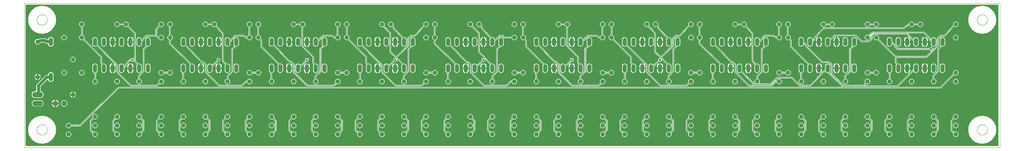
<source format=gtl>
G75*
%MOIN*%
%OFA0B0*%
%FSLAX25Y25*%
%IPPOS*%
%LPD*%
%AMOC8*
5,1,8,0,0,1.08239X$1,22.5*
%
%ADD10C,0.00000*%
%ADD11OC8,0.06300*%
%ADD12C,0.06300*%
%ADD13OC8,0.04800*%
%ADD14C,0.04800*%
%ADD15C,0.06000*%
%ADD16C,0.00600*%
%ADD17C,0.02700*%
%ADD18C,0.03200*%
D10*
X0001300Y0006300D02*
X0001300Y0170001D01*
X1106221Y0170001D01*
X1106221Y0006300D01*
X0001300Y0006300D01*
X0015394Y0026300D02*
X0015396Y0026453D01*
X0015402Y0026607D01*
X0015412Y0026760D01*
X0015426Y0026912D01*
X0015444Y0027065D01*
X0015466Y0027216D01*
X0015491Y0027367D01*
X0015521Y0027518D01*
X0015555Y0027668D01*
X0015592Y0027816D01*
X0015633Y0027964D01*
X0015678Y0028110D01*
X0015727Y0028256D01*
X0015780Y0028400D01*
X0015836Y0028542D01*
X0015896Y0028683D01*
X0015960Y0028823D01*
X0016027Y0028961D01*
X0016098Y0029097D01*
X0016173Y0029231D01*
X0016250Y0029363D01*
X0016332Y0029493D01*
X0016416Y0029621D01*
X0016504Y0029747D01*
X0016595Y0029870D01*
X0016689Y0029991D01*
X0016787Y0030109D01*
X0016887Y0030225D01*
X0016991Y0030338D01*
X0017097Y0030449D01*
X0017206Y0030557D01*
X0017318Y0030662D01*
X0017432Y0030763D01*
X0017550Y0030862D01*
X0017669Y0030958D01*
X0017791Y0031051D01*
X0017916Y0031140D01*
X0018043Y0031227D01*
X0018172Y0031309D01*
X0018303Y0031389D01*
X0018436Y0031465D01*
X0018571Y0031538D01*
X0018708Y0031607D01*
X0018847Y0031672D01*
X0018987Y0031734D01*
X0019129Y0031792D01*
X0019272Y0031847D01*
X0019417Y0031898D01*
X0019563Y0031945D01*
X0019710Y0031988D01*
X0019858Y0032027D01*
X0020007Y0032063D01*
X0020157Y0032094D01*
X0020308Y0032122D01*
X0020459Y0032146D01*
X0020612Y0032166D01*
X0020764Y0032182D01*
X0020917Y0032194D01*
X0021070Y0032202D01*
X0021223Y0032206D01*
X0021377Y0032206D01*
X0021530Y0032202D01*
X0021683Y0032194D01*
X0021836Y0032182D01*
X0021988Y0032166D01*
X0022141Y0032146D01*
X0022292Y0032122D01*
X0022443Y0032094D01*
X0022593Y0032063D01*
X0022742Y0032027D01*
X0022890Y0031988D01*
X0023037Y0031945D01*
X0023183Y0031898D01*
X0023328Y0031847D01*
X0023471Y0031792D01*
X0023613Y0031734D01*
X0023753Y0031672D01*
X0023892Y0031607D01*
X0024029Y0031538D01*
X0024164Y0031465D01*
X0024297Y0031389D01*
X0024428Y0031309D01*
X0024557Y0031227D01*
X0024684Y0031140D01*
X0024809Y0031051D01*
X0024931Y0030958D01*
X0025050Y0030862D01*
X0025168Y0030763D01*
X0025282Y0030662D01*
X0025394Y0030557D01*
X0025503Y0030449D01*
X0025609Y0030338D01*
X0025713Y0030225D01*
X0025813Y0030109D01*
X0025911Y0029991D01*
X0026005Y0029870D01*
X0026096Y0029747D01*
X0026184Y0029621D01*
X0026268Y0029493D01*
X0026350Y0029363D01*
X0026427Y0029231D01*
X0026502Y0029097D01*
X0026573Y0028961D01*
X0026640Y0028823D01*
X0026704Y0028683D01*
X0026764Y0028542D01*
X0026820Y0028400D01*
X0026873Y0028256D01*
X0026922Y0028110D01*
X0026967Y0027964D01*
X0027008Y0027816D01*
X0027045Y0027668D01*
X0027079Y0027518D01*
X0027109Y0027367D01*
X0027134Y0027216D01*
X0027156Y0027065D01*
X0027174Y0026912D01*
X0027188Y0026760D01*
X0027198Y0026607D01*
X0027204Y0026453D01*
X0027206Y0026300D01*
X0027204Y0026147D01*
X0027198Y0025993D01*
X0027188Y0025840D01*
X0027174Y0025688D01*
X0027156Y0025535D01*
X0027134Y0025384D01*
X0027109Y0025233D01*
X0027079Y0025082D01*
X0027045Y0024932D01*
X0027008Y0024784D01*
X0026967Y0024636D01*
X0026922Y0024490D01*
X0026873Y0024344D01*
X0026820Y0024200D01*
X0026764Y0024058D01*
X0026704Y0023917D01*
X0026640Y0023777D01*
X0026573Y0023639D01*
X0026502Y0023503D01*
X0026427Y0023369D01*
X0026350Y0023237D01*
X0026268Y0023107D01*
X0026184Y0022979D01*
X0026096Y0022853D01*
X0026005Y0022730D01*
X0025911Y0022609D01*
X0025813Y0022491D01*
X0025713Y0022375D01*
X0025609Y0022262D01*
X0025503Y0022151D01*
X0025394Y0022043D01*
X0025282Y0021938D01*
X0025168Y0021837D01*
X0025050Y0021738D01*
X0024931Y0021642D01*
X0024809Y0021549D01*
X0024684Y0021460D01*
X0024557Y0021373D01*
X0024428Y0021291D01*
X0024297Y0021211D01*
X0024164Y0021135D01*
X0024029Y0021062D01*
X0023892Y0020993D01*
X0023753Y0020928D01*
X0023613Y0020866D01*
X0023471Y0020808D01*
X0023328Y0020753D01*
X0023183Y0020702D01*
X0023037Y0020655D01*
X0022890Y0020612D01*
X0022742Y0020573D01*
X0022593Y0020537D01*
X0022443Y0020506D01*
X0022292Y0020478D01*
X0022141Y0020454D01*
X0021988Y0020434D01*
X0021836Y0020418D01*
X0021683Y0020406D01*
X0021530Y0020398D01*
X0021377Y0020394D01*
X0021223Y0020394D01*
X0021070Y0020398D01*
X0020917Y0020406D01*
X0020764Y0020418D01*
X0020612Y0020434D01*
X0020459Y0020454D01*
X0020308Y0020478D01*
X0020157Y0020506D01*
X0020007Y0020537D01*
X0019858Y0020573D01*
X0019710Y0020612D01*
X0019563Y0020655D01*
X0019417Y0020702D01*
X0019272Y0020753D01*
X0019129Y0020808D01*
X0018987Y0020866D01*
X0018847Y0020928D01*
X0018708Y0020993D01*
X0018571Y0021062D01*
X0018436Y0021135D01*
X0018303Y0021211D01*
X0018172Y0021291D01*
X0018043Y0021373D01*
X0017916Y0021460D01*
X0017791Y0021549D01*
X0017669Y0021642D01*
X0017550Y0021738D01*
X0017432Y0021837D01*
X0017318Y0021938D01*
X0017206Y0022043D01*
X0017097Y0022151D01*
X0016991Y0022262D01*
X0016887Y0022375D01*
X0016787Y0022491D01*
X0016689Y0022609D01*
X0016595Y0022730D01*
X0016504Y0022853D01*
X0016416Y0022979D01*
X0016332Y0023107D01*
X0016250Y0023237D01*
X0016173Y0023369D01*
X0016098Y0023503D01*
X0016027Y0023639D01*
X0015960Y0023777D01*
X0015896Y0023917D01*
X0015836Y0024058D01*
X0015780Y0024200D01*
X0015727Y0024344D01*
X0015678Y0024490D01*
X0015633Y0024636D01*
X0015592Y0024784D01*
X0015555Y0024932D01*
X0015521Y0025082D01*
X0015491Y0025233D01*
X0015466Y0025384D01*
X0015444Y0025535D01*
X0015426Y0025688D01*
X0015412Y0025840D01*
X0015402Y0025993D01*
X0015396Y0026147D01*
X0015394Y0026300D01*
X0015394Y0151300D02*
X0015396Y0151453D01*
X0015402Y0151607D01*
X0015412Y0151760D01*
X0015426Y0151912D01*
X0015444Y0152065D01*
X0015466Y0152216D01*
X0015491Y0152367D01*
X0015521Y0152518D01*
X0015555Y0152668D01*
X0015592Y0152816D01*
X0015633Y0152964D01*
X0015678Y0153110D01*
X0015727Y0153256D01*
X0015780Y0153400D01*
X0015836Y0153542D01*
X0015896Y0153683D01*
X0015960Y0153823D01*
X0016027Y0153961D01*
X0016098Y0154097D01*
X0016173Y0154231D01*
X0016250Y0154363D01*
X0016332Y0154493D01*
X0016416Y0154621D01*
X0016504Y0154747D01*
X0016595Y0154870D01*
X0016689Y0154991D01*
X0016787Y0155109D01*
X0016887Y0155225D01*
X0016991Y0155338D01*
X0017097Y0155449D01*
X0017206Y0155557D01*
X0017318Y0155662D01*
X0017432Y0155763D01*
X0017550Y0155862D01*
X0017669Y0155958D01*
X0017791Y0156051D01*
X0017916Y0156140D01*
X0018043Y0156227D01*
X0018172Y0156309D01*
X0018303Y0156389D01*
X0018436Y0156465D01*
X0018571Y0156538D01*
X0018708Y0156607D01*
X0018847Y0156672D01*
X0018987Y0156734D01*
X0019129Y0156792D01*
X0019272Y0156847D01*
X0019417Y0156898D01*
X0019563Y0156945D01*
X0019710Y0156988D01*
X0019858Y0157027D01*
X0020007Y0157063D01*
X0020157Y0157094D01*
X0020308Y0157122D01*
X0020459Y0157146D01*
X0020612Y0157166D01*
X0020764Y0157182D01*
X0020917Y0157194D01*
X0021070Y0157202D01*
X0021223Y0157206D01*
X0021377Y0157206D01*
X0021530Y0157202D01*
X0021683Y0157194D01*
X0021836Y0157182D01*
X0021988Y0157166D01*
X0022141Y0157146D01*
X0022292Y0157122D01*
X0022443Y0157094D01*
X0022593Y0157063D01*
X0022742Y0157027D01*
X0022890Y0156988D01*
X0023037Y0156945D01*
X0023183Y0156898D01*
X0023328Y0156847D01*
X0023471Y0156792D01*
X0023613Y0156734D01*
X0023753Y0156672D01*
X0023892Y0156607D01*
X0024029Y0156538D01*
X0024164Y0156465D01*
X0024297Y0156389D01*
X0024428Y0156309D01*
X0024557Y0156227D01*
X0024684Y0156140D01*
X0024809Y0156051D01*
X0024931Y0155958D01*
X0025050Y0155862D01*
X0025168Y0155763D01*
X0025282Y0155662D01*
X0025394Y0155557D01*
X0025503Y0155449D01*
X0025609Y0155338D01*
X0025713Y0155225D01*
X0025813Y0155109D01*
X0025911Y0154991D01*
X0026005Y0154870D01*
X0026096Y0154747D01*
X0026184Y0154621D01*
X0026268Y0154493D01*
X0026350Y0154363D01*
X0026427Y0154231D01*
X0026502Y0154097D01*
X0026573Y0153961D01*
X0026640Y0153823D01*
X0026704Y0153683D01*
X0026764Y0153542D01*
X0026820Y0153400D01*
X0026873Y0153256D01*
X0026922Y0153110D01*
X0026967Y0152964D01*
X0027008Y0152816D01*
X0027045Y0152668D01*
X0027079Y0152518D01*
X0027109Y0152367D01*
X0027134Y0152216D01*
X0027156Y0152065D01*
X0027174Y0151912D01*
X0027188Y0151760D01*
X0027198Y0151607D01*
X0027204Y0151453D01*
X0027206Y0151300D01*
X0027204Y0151147D01*
X0027198Y0150993D01*
X0027188Y0150840D01*
X0027174Y0150688D01*
X0027156Y0150535D01*
X0027134Y0150384D01*
X0027109Y0150233D01*
X0027079Y0150082D01*
X0027045Y0149932D01*
X0027008Y0149784D01*
X0026967Y0149636D01*
X0026922Y0149490D01*
X0026873Y0149344D01*
X0026820Y0149200D01*
X0026764Y0149058D01*
X0026704Y0148917D01*
X0026640Y0148777D01*
X0026573Y0148639D01*
X0026502Y0148503D01*
X0026427Y0148369D01*
X0026350Y0148237D01*
X0026268Y0148107D01*
X0026184Y0147979D01*
X0026096Y0147853D01*
X0026005Y0147730D01*
X0025911Y0147609D01*
X0025813Y0147491D01*
X0025713Y0147375D01*
X0025609Y0147262D01*
X0025503Y0147151D01*
X0025394Y0147043D01*
X0025282Y0146938D01*
X0025168Y0146837D01*
X0025050Y0146738D01*
X0024931Y0146642D01*
X0024809Y0146549D01*
X0024684Y0146460D01*
X0024557Y0146373D01*
X0024428Y0146291D01*
X0024297Y0146211D01*
X0024164Y0146135D01*
X0024029Y0146062D01*
X0023892Y0145993D01*
X0023753Y0145928D01*
X0023613Y0145866D01*
X0023471Y0145808D01*
X0023328Y0145753D01*
X0023183Y0145702D01*
X0023037Y0145655D01*
X0022890Y0145612D01*
X0022742Y0145573D01*
X0022593Y0145537D01*
X0022443Y0145506D01*
X0022292Y0145478D01*
X0022141Y0145454D01*
X0021988Y0145434D01*
X0021836Y0145418D01*
X0021683Y0145406D01*
X0021530Y0145398D01*
X0021377Y0145394D01*
X0021223Y0145394D01*
X0021070Y0145398D01*
X0020917Y0145406D01*
X0020764Y0145418D01*
X0020612Y0145434D01*
X0020459Y0145454D01*
X0020308Y0145478D01*
X0020157Y0145506D01*
X0020007Y0145537D01*
X0019858Y0145573D01*
X0019710Y0145612D01*
X0019563Y0145655D01*
X0019417Y0145702D01*
X0019272Y0145753D01*
X0019129Y0145808D01*
X0018987Y0145866D01*
X0018847Y0145928D01*
X0018708Y0145993D01*
X0018571Y0146062D01*
X0018436Y0146135D01*
X0018303Y0146211D01*
X0018172Y0146291D01*
X0018043Y0146373D01*
X0017916Y0146460D01*
X0017791Y0146549D01*
X0017669Y0146642D01*
X0017550Y0146738D01*
X0017432Y0146837D01*
X0017318Y0146938D01*
X0017206Y0147043D01*
X0017097Y0147151D01*
X0016991Y0147262D01*
X0016887Y0147375D01*
X0016787Y0147491D01*
X0016689Y0147609D01*
X0016595Y0147730D01*
X0016504Y0147853D01*
X0016416Y0147979D01*
X0016332Y0148107D01*
X0016250Y0148237D01*
X0016173Y0148369D01*
X0016098Y0148503D01*
X0016027Y0148639D01*
X0015960Y0148777D01*
X0015896Y0148917D01*
X0015836Y0149058D01*
X0015780Y0149200D01*
X0015727Y0149344D01*
X0015678Y0149490D01*
X0015633Y0149636D01*
X0015592Y0149784D01*
X0015555Y0149932D01*
X0015521Y0150082D01*
X0015491Y0150233D01*
X0015466Y0150384D01*
X0015444Y0150535D01*
X0015426Y0150688D01*
X0015412Y0150840D01*
X0015402Y0150993D01*
X0015396Y0151147D01*
X0015394Y0151300D01*
X1080394Y0151300D02*
X1080396Y0151453D01*
X1080402Y0151607D01*
X1080412Y0151760D01*
X1080426Y0151912D01*
X1080444Y0152065D01*
X1080466Y0152216D01*
X1080491Y0152367D01*
X1080521Y0152518D01*
X1080555Y0152668D01*
X1080592Y0152816D01*
X1080633Y0152964D01*
X1080678Y0153110D01*
X1080727Y0153256D01*
X1080780Y0153400D01*
X1080836Y0153542D01*
X1080896Y0153683D01*
X1080960Y0153823D01*
X1081027Y0153961D01*
X1081098Y0154097D01*
X1081173Y0154231D01*
X1081250Y0154363D01*
X1081332Y0154493D01*
X1081416Y0154621D01*
X1081504Y0154747D01*
X1081595Y0154870D01*
X1081689Y0154991D01*
X1081787Y0155109D01*
X1081887Y0155225D01*
X1081991Y0155338D01*
X1082097Y0155449D01*
X1082206Y0155557D01*
X1082318Y0155662D01*
X1082432Y0155763D01*
X1082550Y0155862D01*
X1082669Y0155958D01*
X1082791Y0156051D01*
X1082916Y0156140D01*
X1083043Y0156227D01*
X1083172Y0156309D01*
X1083303Y0156389D01*
X1083436Y0156465D01*
X1083571Y0156538D01*
X1083708Y0156607D01*
X1083847Y0156672D01*
X1083987Y0156734D01*
X1084129Y0156792D01*
X1084272Y0156847D01*
X1084417Y0156898D01*
X1084563Y0156945D01*
X1084710Y0156988D01*
X1084858Y0157027D01*
X1085007Y0157063D01*
X1085157Y0157094D01*
X1085308Y0157122D01*
X1085459Y0157146D01*
X1085612Y0157166D01*
X1085764Y0157182D01*
X1085917Y0157194D01*
X1086070Y0157202D01*
X1086223Y0157206D01*
X1086377Y0157206D01*
X1086530Y0157202D01*
X1086683Y0157194D01*
X1086836Y0157182D01*
X1086988Y0157166D01*
X1087141Y0157146D01*
X1087292Y0157122D01*
X1087443Y0157094D01*
X1087593Y0157063D01*
X1087742Y0157027D01*
X1087890Y0156988D01*
X1088037Y0156945D01*
X1088183Y0156898D01*
X1088328Y0156847D01*
X1088471Y0156792D01*
X1088613Y0156734D01*
X1088753Y0156672D01*
X1088892Y0156607D01*
X1089029Y0156538D01*
X1089164Y0156465D01*
X1089297Y0156389D01*
X1089428Y0156309D01*
X1089557Y0156227D01*
X1089684Y0156140D01*
X1089809Y0156051D01*
X1089931Y0155958D01*
X1090050Y0155862D01*
X1090168Y0155763D01*
X1090282Y0155662D01*
X1090394Y0155557D01*
X1090503Y0155449D01*
X1090609Y0155338D01*
X1090713Y0155225D01*
X1090813Y0155109D01*
X1090911Y0154991D01*
X1091005Y0154870D01*
X1091096Y0154747D01*
X1091184Y0154621D01*
X1091268Y0154493D01*
X1091350Y0154363D01*
X1091427Y0154231D01*
X1091502Y0154097D01*
X1091573Y0153961D01*
X1091640Y0153823D01*
X1091704Y0153683D01*
X1091764Y0153542D01*
X1091820Y0153400D01*
X1091873Y0153256D01*
X1091922Y0153110D01*
X1091967Y0152964D01*
X1092008Y0152816D01*
X1092045Y0152668D01*
X1092079Y0152518D01*
X1092109Y0152367D01*
X1092134Y0152216D01*
X1092156Y0152065D01*
X1092174Y0151912D01*
X1092188Y0151760D01*
X1092198Y0151607D01*
X1092204Y0151453D01*
X1092206Y0151300D01*
X1092204Y0151147D01*
X1092198Y0150993D01*
X1092188Y0150840D01*
X1092174Y0150688D01*
X1092156Y0150535D01*
X1092134Y0150384D01*
X1092109Y0150233D01*
X1092079Y0150082D01*
X1092045Y0149932D01*
X1092008Y0149784D01*
X1091967Y0149636D01*
X1091922Y0149490D01*
X1091873Y0149344D01*
X1091820Y0149200D01*
X1091764Y0149058D01*
X1091704Y0148917D01*
X1091640Y0148777D01*
X1091573Y0148639D01*
X1091502Y0148503D01*
X1091427Y0148369D01*
X1091350Y0148237D01*
X1091268Y0148107D01*
X1091184Y0147979D01*
X1091096Y0147853D01*
X1091005Y0147730D01*
X1090911Y0147609D01*
X1090813Y0147491D01*
X1090713Y0147375D01*
X1090609Y0147262D01*
X1090503Y0147151D01*
X1090394Y0147043D01*
X1090282Y0146938D01*
X1090168Y0146837D01*
X1090050Y0146738D01*
X1089931Y0146642D01*
X1089809Y0146549D01*
X1089684Y0146460D01*
X1089557Y0146373D01*
X1089428Y0146291D01*
X1089297Y0146211D01*
X1089164Y0146135D01*
X1089029Y0146062D01*
X1088892Y0145993D01*
X1088753Y0145928D01*
X1088613Y0145866D01*
X1088471Y0145808D01*
X1088328Y0145753D01*
X1088183Y0145702D01*
X1088037Y0145655D01*
X1087890Y0145612D01*
X1087742Y0145573D01*
X1087593Y0145537D01*
X1087443Y0145506D01*
X1087292Y0145478D01*
X1087141Y0145454D01*
X1086988Y0145434D01*
X1086836Y0145418D01*
X1086683Y0145406D01*
X1086530Y0145398D01*
X1086377Y0145394D01*
X1086223Y0145394D01*
X1086070Y0145398D01*
X1085917Y0145406D01*
X1085764Y0145418D01*
X1085612Y0145434D01*
X1085459Y0145454D01*
X1085308Y0145478D01*
X1085157Y0145506D01*
X1085007Y0145537D01*
X1084858Y0145573D01*
X1084710Y0145612D01*
X1084563Y0145655D01*
X1084417Y0145702D01*
X1084272Y0145753D01*
X1084129Y0145808D01*
X1083987Y0145866D01*
X1083847Y0145928D01*
X1083708Y0145993D01*
X1083571Y0146062D01*
X1083436Y0146135D01*
X1083303Y0146211D01*
X1083172Y0146291D01*
X1083043Y0146373D01*
X1082916Y0146460D01*
X1082791Y0146549D01*
X1082669Y0146642D01*
X1082550Y0146738D01*
X1082432Y0146837D01*
X1082318Y0146938D01*
X1082206Y0147043D01*
X1082097Y0147151D01*
X1081991Y0147262D01*
X1081887Y0147375D01*
X1081787Y0147491D01*
X1081689Y0147609D01*
X1081595Y0147730D01*
X1081504Y0147853D01*
X1081416Y0147979D01*
X1081332Y0148107D01*
X1081250Y0148237D01*
X1081173Y0148369D01*
X1081098Y0148503D01*
X1081027Y0148639D01*
X1080960Y0148777D01*
X1080896Y0148917D01*
X1080836Y0149058D01*
X1080780Y0149200D01*
X1080727Y0149344D01*
X1080678Y0149490D01*
X1080633Y0149636D01*
X1080592Y0149784D01*
X1080555Y0149932D01*
X1080521Y0150082D01*
X1080491Y0150233D01*
X1080466Y0150384D01*
X1080444Y0150535D01*
X1080426Y0150688D01*
X1080412Y0150840D01*
X1080402Y0150993D01*
X1080396Y0151147D01*
X1080394Y0151300D01*
X1080394Y0026300D02*
X1080396Y0026453D01*
X1080402Y0026607D01*
X1080412Y0026760D01*
X1080426Y0026912D01*
X1080444Y0027065D01*
X1080466Y0027216D01*
X1080491Y0027367D01*
X1080521Y0027518D01*
X1080555Y0027668D01*
X1080592Y0027816D01*
X1080633Y0027964D01*
X1080678Y0028110D01*
X1080727Y0028256D01*
X1080780Y0028400D01*
X1080836Y0028542D01*
X1080896Y0028683D01*
X1080960Y0028823D01*
X1081027Y0028961D01*
X1081098Y0029097D01*
X1081173Y0029231D01*
X1081250Y0029363D01*
X1081332Y0029493D01*
X1081416Y0029621D01*
X1081504Y0029747D01*
X1081595Y0029870D01*
X1081689Y0029991D01*
X1081787Y0030109D01*
X1081887Y0030225D01*
X1081991Y0030338D01*
X1082097Y0030449D01*
X1082206Y0030557D01*
X1082318Y0030662D01*
X1082432Y0030763D01*
X1082550Y0030862D01*
X1082669Y0030958D01*
X1082791Y0031051D01*
X1082916Y0031140D01*
X1083043Y0031227D01*
X1083172Y0031309D01*
X1083303Y0031389D01*
X1083436Y0031465D01*
X1083571Y0031538D01*
X1083708Y0031607D01*
X1083847Y0031672D01*
X1083987Y0031734D01*
X1084129Y0031792D01*
X1084272Y0031847D01*
X1084417Y0031898D01*
X1084563Y0031945D01*
X1084710Y0031988D01*
X1084858Y0032027D01*
X1085007Y0032063D01*
X1085157Y0032094D01*
X1085308Y0032122D01*
X1085459Y0032146D01*
X1085612Y0032166D01*
X1085764Y0032182D01*
X1085917Y0032194D01*
X1086070Y0032202D01*
X1086223Y0032206D01*
X1086377Y0032206D01*
X1086530Y0032202D01*
X1086683Y0032194D01*
X1086836Y0032182D01*
X1086988Y0032166D01*
X1087141Y0032146D01*
X1087292Y0032122D01*
X1087443Y0032094D01*
X1087593Y0032063D01*
X1087742Y0032027D01*
X1087890Y0031988D01*
X1088037Y0031945D01*
X1088183Y0031898D01*
X1088328Y0031847D01*
X1088471Y0031792D01*
X1088613Y0031734D01*
X1088753Y0031672D01*
X1088892Y0031607D01*
X1089029Y0031538D01*
X1089164Y0031465D01*
X1089297Y0031389D01*
X1089428Y0031309D01*
X1089557Y0031227D01*
X1089684Y0031140D01*
X1089809Y0031051D01*
X1089931Y0030958D01*
X1090050Y0030862D01*
X1090168Y0030763D01*
X1090282Y0030662D01*
X1090394Y0030557D01*
X1090503Y0030449D01*
X1090609Y0030338D01*
X1090713Y0030225D01*
X1090813Y0030109D01*
X1090911Y0029991D01*
X1091005Y0029870D01*
X1091096Y0029747D01*
X1091184Y0029621D01*
X1091268Y0029493D01*
X1091350Y0029363D01*
X1091427Y0029231D01*
X1091502Y0029097D01*
X1091573Y0028961D01*
X1091640Y0028823D01*
X1091704Y0028683D01*
X1091764Y0028542D01*
X1091820Y0028400D01*
X1091873Y0028256D01*
X1091922Y0028110D01*
X1091967Y0027964D01*
X1092008Y0027816D01*
X1092045Y0027668D01*
X1092079Y0027518D01*
X1092109Y0027367D01*
X1092134Y0027216D01*
X1092156Y0027065D01*
X1092174Y0026912D01*
X1092188Y0026760D01*
X1092198Y0026607D01*
X1092204Y0026453D01*
X1092206Y0026300D01*
X1092204Y0026147D01*
X1092198Y0025993D01*
X1092188Y0025840D01*
X1092174Y0025688D01*
X1092156Y0025535D01*
X1092134Y0025384D01*
X1092109Y0025233D01*
X1092079Y0025082D01*
X1092045Y0024932D01*
X1092008Y0024784D01*
X1091967Y0024636D01*
X1091922Y0024490D01*
X1091873Y0024344D01*
X1091820Y0024200D01*
X1091764Y0024058D01*
X1091704Y0023917D01*
X1091640Y0023777D01*
X1091573Y0023639D01*
X1091502Y0023503D01*
X1091427Y0023369D01*
X1091350Y0023237D01*
X1091268Y0023107D01*
X1091184Y0022979D01*
X1091096Y0022853D01*
X1091005Y0022730D01*
X1090911Y0022609D01*
X1090813Y0022491D01*
X1090713Y0022375D01*
X1090609Y0022262D01*
X1090503Y0022151D01*
X1090394Y0022043D01*
X1090282Y0021938D01*
X1090168Y0021837D01*
X1090050Y0021738D01*
X1089931Y0021642D01*
X1089809Y0021549D01*
X1089684Y0021460D01*
X1089557Y0021373D01*
X1089428Y0021291D01*
X1089297Y0021211D01*
X1089164Y0021135D01*
X1089029Y0021062D01*
X1088892Y0020993D01*
X1088753Y0020928D01*
X1088613Y0020866D01*
X1088471Y0020808D01*
X1088328Y0020753D01*
X1088183Y0020702D01*
X1088037Y0020655D01*
X1087890Y0020612D01*
X1087742Y0020573D01*
X1087593Y0020537D01*
X1087443Y0020506D01*
X1087292Y0020478D01*
X1087141Y0020454D01*
X1086988Y0020434D01*
X1086836Y0020418D01*
X1086683Y0020406D01*
X1086530Y0020398D01*
X1086377Y0020394D01*
X1086223Y0020394D01*
X1086070Y0020398D01*
X1085917Y0020406D01*
X1085764Y0020418D01*
X1085612Y0020434D01*
X1085459Y0020454D01*
X1085308Y0020478D01*
X1085157Y0020506D01*
X1085007Y0020537D01*
X1084858Y0020573D01*
X1084710Y0020612D01*
X1084563Y0020655D01*
X1084417Y0020702D01*
X1084272Y0020753D01*
X1084129Y0020808D01*
X1083987Y0020866D01*
X1083847Y0020928D01*
X1083708Y0020993D01*
X1083571Y0021062D01*
X1083436Y0021135D01*
X1083303Y0021211D01*
X1083172Y0021291D01*
X1083043Y0021373D01*
X1082916Y0021460D01*
X1082791Y0021549D01*
X1082669Y0021642D01*
X1082550Y0021738D01*
X1082432Y0021837D01*
X1082318Y0021938D01*
X1082206Y0022043D01*
X1082097Y0022151D01*
X1081991Y0022262D01*
X1081887Y0022375D01*
X1081787Y0022491D01*
X1081689Y0022609D01*
X1081595Y0022730D01*
X1081504Y0022853D01*
X1081416Y0022979D01*
X1081332Y0023107D01*
X1081250Y0023237D01*
X1081173Y0023369D01*
X1081098Y0023503D01*
X1081027Y0023639D01*
X1080960Y0023777D01*
X1080896Y0023917D01*
X1080836Y0024058D01*
X1080780Y0024200D01*
X1080727Y0024344D01*
X1080678Y0024490D01*
X1080633Y0024636D01*
X1080592Y0024784D01*
X1080555Y0024932D01*
X1080521Y0025082D01*
X1080491Y0025233D01*
X1080466Y0025384D01*
X1080444Y0025535D01*
X1080426Y0025688D01*
X1080412Y0025840D01*
X1080402Y0025993D01*
X1080396Y0026147D01*
X1080394Y0026300D01*
D11*
X0046300Y0056300D03*
D12*
X0036300Y0056300D03*
D13*
X0056300Y0066300D03*
X0081300Y0081300D03*
X0106300Y0081300D03*
X0131300Y0081300D03*
X0156300Y0081300D03*
X0181300Y0081300D03*
X0206300Y0081300D03*
X0231300Y0081300D03*
X0256300Y0081300D03*
X0281300Y0081300D03*
X0306300Y0081300D03*
X0331300Y0081300D03*
X0356300Y0081300D03*
X0381300Y0081300D03*
X0406300Y0081300D03*
X0431300Y0081300D03*
X0456300Y0081300D03*
X0481300Y0081300D03*
X0506300Y0081300D03*
X0531300Y0081300D03*
X0556300Y0081300D03*
X0581300Y0081300D03*
X0606300Y0081300D03*
X0631300Y0081300D03*
X0656300Y0081300D03*
X0681300Y0081300D03*
X0706300Y0081300D03*
X0731300Y0081300D03*
X0756300Y0081300D03*
X0781300Y0081300D03*
X0806300Y0081300D03*
X0831300Y0081300D03*
X0856300Y0081300D03*
X0881300Y0081300D03*
X0906300Y0081300D03*
X0931300Y0081300D03*
X0956300Y0081300D03*
X0981300Y0081300D03*
X1006300Y0081300D03*
X1031300Y0081300D03*
X1056300Y0081300D03*
X1056300Y0091300D03*
X0966300Y0091300D03*
X0956300Y0091300D03*
X0866300Y0091300D03*
X0856300Y0091300D03*
X0766300Y0091300D03*
X0756300Y0091300D03*
X0666300Y0091300D03*
X0656300Y0091300D03*
X0566300Y0091300D03*
X0556300Y0091300D03*
X0466300Y0091300D03*
X0456300Y0091300D03*
X0366300Y0091300D03*
X0356300Y0091300D03*
X0266300Y0091300D03*
X0256300Y0091300D03*
X0166300Y0091300D03*
X0156300Y0091300D03*
X0066300Y0091300D03*
X0046300Y0091300D03*
X0016300Y0086300D03*
X0056300Y0106300D03*
X0016300Y0126300D03*
X0046300Y0131300D03*
X0066300Y0131300D03*
X0066300Y0146300D03*
X0106300Y0146300D03*
X0116300Y0146300D03*
X0156300Y0146300D03*
X0166300Y0146300D03*
X0206300Y0146300D03*
X0216300Y0146300D03*
X0256300Y0146300D03*
X0266300Y0146300D03*
X0306300Y0146300D03*
X0316300Y0146300D03*
X0356300Y0146300D03*
X0366300Y0146300D03*
X0406300Y0146300D03*
X0416300Y0146300D03*
X0456300Y0146300D03*
X0466300Y0146300D03*
X0506300Y0146300D03*
X0516300Y0146300D03*
X0556300Y0146300D03*
X0566300Y0146300D03*
X0606300Y0146300D03*
X0616300Y0146300D03*
X0656300Y0146300D03*
X0666300Y0146300D03*
X0706300Y0146300D03*
X0716300Y0146300D03*
X0756300Y0146300D03*
X0766300Y0146300D03*
X0806300Y0146300D03*
X0816300Y0146300D03*
X0856300Y0146300D03*
X0866300Y0146300D03*
X0906300Y0146300D03*
X0916300Y0146300D03*
X0956300Y0146300D03*
X0966300Y0146300D03*
X1006300Y0146300D03*
X1016300Y0146300D03*
X1056300Y0146300D03*
X1056300Y0131300D03*
X0966300Y0131300D03*
X0956300Y0131300D03*
X0866300Y0131300D03*
X0856300Y0131300D03*
X0766300Y0131300D03*
X0756300Y0131300D03*
X0666300Y0131300D03*
X0656300Y0131300D03*
X0566300Y0131300D03*
X0556300Y0131300D03*
X0466300Y0131300D03*
X0456300Y0131300D03*
X0366300Y0131300D03*
X0356300Y0131300D03*
X0266300Y0131300D03*
X0256300Y0131300D03*
X0166300Y0131300D03*
X0156300Y0131300D03*
X0156300Y0041300D03*
X0181300Y0041300D03*
X0206300Y0041300D03*
X0231300Y0041300D03*
X0256300Y0041300D03*
X0281300Y0041300D03*
X0306300Y0041300D03*
X0331300Y0041300D03*
X0356300Y0041300D03*
X0381300Y0041300D03*
X0406300Y0041300D03*
X0431300Y0041300D03*
X0456300Y0041300D03*
X0481300Y0041300D03*
X0506300Y0041300D03*
X0531300Y0041300D03*
X0556300Y0041300D03*
X0581300Y0041300D03*
X0606300Y0041300D03*
X0631300Y0041300D03*
X0656300Y0041300D03*
X0681300Y0041300D03*
X0706300Y0041300D03*
X0731300Y0041300D03*
X0756300Y0041300D03*
X0781300Y0041300D03*
X0806300Y0041300D03*
X0831300Y0041300D03*
X0856300Y0041300D03*
X0881300Y0041300D03*
X0906300Y0041300D03*
X0931300Y0041300D03*
X0956300Y0041300D03*
X0981300Y0041300D03*
X1006300Y0041300D03*
X1031300Y0041300D03*
X1056300Y0041300D03*
X1056300Y0031300D03*
X1031300Y0031300D03*
X1006300Y0031300D03*
X0981300Y0031300D03*
X0956300Y0031300D03*
X0931300Y0031300D03*
X0906300Y0031300D03*
X0881300Y0031300D03*
X0856300Y0031300D03*
X0831300Y0031300D03*
X0806300Y0031300D03*
X0781300Y0031300D03*
X0756300Y0031300D03*
X0731300Y0031300D03*
X0706300Y0031300D03*
X0681300Y0031300D03*
X0656300Y0031300D03*
X0631300Y0031300D03*
X0606300Y0031300D03*
X0581300Y0031300D03*
X0556300Y0031300D03*
X0531300Y0031300D03*
X0506300Y0031300D03*
X0481300Y0031300D03*
X0456300Y0031300D03*
X0431300Y0031300D03*
X0406300Y0031300D03*
X0381300Y0031300D03*
X0356300Y0031300D03*
X0331300Y0031300D03*
X0306300Y0031300D03*
X0281300Y0031300D03*
X0256300Y0031300D03*
X0231300Y0031300D03*
X0206300Y0031300D03*
X0181300Y0031300D03*
X0156300Y0031300D03*
X0131300Y0031300D03*
X0106300Y0031300D03*
X0081300Y0031300D03*
X0051300Y0031300D03*
X0081300Y0041300D03*
X0106300Y0041300D03*
X0131300Y0041300D03*
X0131300Y0021300D03*
X0106300Y0021300D03*
X0081300Y0021300D03*
X0051300Y0021300D03*
X0156300Y0021300D03*
X0181300Y0021300D03*
X0206300Y0021300D03*
X0231300Y0021300D03*
X0256300Y0021300D03*
X0281300Y0021300D03*
X0306300Y0021300D03*
X0331300Y0021300D03*
X0356300Y0021300D03*
X0381300Y0021300D03*
X0406300Y0021300D03*
X0431300Y0021300D03*
X0456300Y0021300D03*
X0481300Y0021300D03*
X0506300Y0021300D03*
X0531300Y0021300D03*
X0556300Y0021300D03*
X0581300Y0021300D03*
X0606300Y0021300D03*
X0631300Y0021300D03*
X0656300Y0021300D03*
X0681300Y0021300D03*
X0706300Y0021300D03*
X0731300Y0021300D03*
X0756300Y0021300D03*
X0781300Y0021300D03*
X0806300Y0021300D03*
X0831300Y0021300D03*
X0856300Y0021300D03*
X0881300Y0021300D03*
X0906300Y0021300D03*
X0931300Y0021300D03*
X0956300Y0021300D03*
X0981300Y0021300D03*
X1006300Y0021300D03*
X1031300Y0021300D03*
X1056300Y0021300D03*
D14*
X1041300Y0093900D02*
X1041300Y0098700D01*
X1031300Y0098700D02*
X1031300Y0093900D01*
X1021300Y0093900D02*
X1021300Y0098700D01*
X1011300Y0098700D02*
X1011300Y0093900D01*
X1001300Y0093900D02*
X1001300Y0098700D01*
X0991300Y0098700D02*
X0991300Y0093900D01*
X0981300Y0093900D02*
X0981300Y0098700D01*
X0941300Y0098700D02*
X0941300Y0093900D01*
X0931300Y0093900D02*
X0931300Y0098700D01*
X0921300Y0098700D02*
X0921300Y0093900D01*
X0911300Y0093900D02*
X0911300Y0098700D01*
X0901300Y0098700D02*
X0901300Y0093900D01*
X0891300Y0093900D02*
X0891300Y0098700D01*
X0881300Y0098700D02*
X0881300Y0093900D01*
X0841300Y0093900D02*
X0841300Y0098700D01*
X0831300Y0098700D02*
X0831300Y0093900D01*
X0821300Y0093900D02*
X0821300Y0098700D01*
X0811300Y0098700D02*
X0811300Y0093900D01*
X0801300Y0093900D02*
X0801300Y0098700D01*
X0791300Y0098700D02*
X0791300Y0093900D01*
X0781300Y0093900D02*
X0781300Y0098700D01*
X0741300Y0098700D02*
X0741300Y0093900D01*
X0731300Y0093900D02*
X0731300Y0098700D01*
X0721300Y0098700D02*
X0721300Y0093900D01*
X0711300Y0093900D02*
X0711300Y0098700D01*
X0701300Y0098700D02*
X0701300Y0093900D01*
X0691300Y0093900D02*
X0691300Y0098700D01*
X0681300Y0098700D02*
X0681300Y0093900D01*
X0641300Y0093900D02*
X0641300Y0098700D01*
X0631300Y0098700D02*
X0631300Y0093900D01*
X0621300Y0093900D02*
X0621300Y0098700D01*
X0611300Y0098700D02*
X0611300Y0093900D01*
X0601300Y0093900D02*
X0601300Y0098700D01*
X0591300Y0098700D02*
X0591300Y0093900D01*
X0581300Y0093900D02*
X0581300Y0098700D01*
X0541300Y0098700D02*
X0541300Y0093900D01*
X0531300Y0093900D02*
X0531300Y0098700D01*
X0521300Y0098700D02*
X0521300Y0093900D01*
X0511300Y0093900D02*
X0511300Y0098700D01*
X0501300Y0098700D02*
X0501300Y0093900D01*
X0491300Y0093900D02*
X0491300Y0098700D01*
X0481300Y0098700D02*
X0481300Y0093900D01*
X0441300Y0093900D02*
X0441300Y0098700D01*
X0431300Y0098700D02*
X0431300Y0093900D01*
X0421300Y0093900D02*
X0421300Y0098700D01*
X0411300Y0098700D02*
X0411300Y0093900D01*
X0401300Y0093900D02*
X0401300Y0098700D01*
X0391300Y0098700D02*
X0391300Y0093900D01*
X0381300Y0093900D02*
X0381300Y0098700D01*
X0341300Y0098700D02*
X0341300Y0093900D01*
X0331300Y0093900D02*
X0331300Y0098700D01*
X0321300Y0098700D02*
X0321300Y0093900D01*
X0311300Y0093900D02*
X0311300Y0098700D01*
X0301300Y0098700D02*
X0301300Y0093900D01*
X0291300Y0093900D02*
X0291300Y0098700D01*
X0281300Y0098700D02*
X0281300Y0093900D01*
X0241300Y0093900D02*
X0241300Y0098700D01*
X0231300Y0098700D02*
X0231300Y0093900D01*
X0221300Y0093900D02*
X0221300Y0098700D01*
X0211300Y0098700D02*
X0211300Y0093900D01*
X0201300Y0093900D02*
X0201300Y0098700D01*
X0191300Y0098700D02*
X0191300Y0093900D01*
X0181300Y0093900D02*
X0181300Y0098700D01*
X0141300Y0098700D02*
X0141300Y0093900D01*
X0131300Y0093900D02*
X0131300Y0098700D01*
X0121300Y0098700D02*
X0121300Y0093900D01*
X0111300Y0093900D02*
X0111300Y0098700D01*
X0101300Y0098700D02*
X0101300Y0093900D01*
X0091300Y0093900D02*
X0091300Y0098700D01*
X0081300Y0098700D02*
X0081300Y0093900D01*
X0031300Y0088700D02*
X0031300Y0083900D01*
X0031300Y0123900D02*
X0031300Y0128700D01*
X0081300Y0128700D02*
X0081300Y0123900D01*
X0091300Y0123900D02*
X0091300Y0128700D01*
X0101300Y0128700D02*
X0101300Y0123900D01*
X0111300Y0123900D02*
X0111300Y0128700D01*
X0121300Y0128700D02*
X0121300Y0123900D01*
X0131300Y0123900D02*
X0131300Y0128700D01*
X0141300Y0128700D02*
X0141300Y0123900D01*
X0181300Y0123900D02*
X0181300Y0128700D01*
X0191300Y0128700D02*
X0191300Y0123900D01*
X0201300Y0123900D02*
X0201300Y0128700D01*
X0211300Y0128700D02*
X0211300Y0123900D01*
X0221300Y0123900D02*
X0221300Y0128700D01*
X0231300Y0128700D02*
X0231300Y0123900D01*
X0241300Y0123900D02*
X0241300Y0128700D01*
X0281300Y0128700D02*
X0281300Y0123900D01*
X0291300Y0123900D02*
X0291300Y0128700D01*
X0301300Y0128700D02*
X0301300Y0123900D01*
X0311300Y0123900D02*
X0311300Y0128700D01*
X0321300Y0128700D02*
X0321300Y0123900D01*
X0331300Y0123900D02*
X0331300Y0128700D01*
X0341300Y0128700D02*
X0341300Y0123900D01*
X0381300Y0123900D02*
X0381300Y0128700D01*
X0391300Y0128700D02*
X0391300Y0123900D01*
X0401300Y0123900D02*
X0401300Y0128700D01*
X0411300Y0128700D02*
X0411300Y0123900D01*
X0421300Y0123900D02*
X0421300Y0128700D01*
X0431300Y0128700D02*
X0431300Y0123900D01*
X0441300Y0123900D02*
X0441300Y0128700D01*
X0481300Y0128700D02*
X0481300Y0123900D01*
X0491300Y0123900D02*
X0491300Y0128700D01*
X0501300Y0128700D02*
X0501300Y0123900D01*
X0511300Y0123900D02*
X0511300Y0128700D01*
X0521300Y0128700D02*
X0521300Y0123900D01*
X0531300Y0123900D02*
X0531300Y0128700D01*
X0541300Y0128700D02*
X0541300Y0123900D01*
X0581300Y0123900D02*
X0581300Y0128700D01*
X0591300Y0128700D02*
X0591300Y0123900D01*
X0601300Y0123900D02*
X0601300Y0128700D01*
X0611300Y0128700D02*
X0611300Y0123900D01*
X0621300Y0123900D02*
X0621300Y0128700D01*
X0631300Y0128700D02*
X0631300Y0123900D01*
X0641300Y0123900D02*
X0641300Y0128700D01*
X0681300Y0128700D02*
X0681300Y0123900D01*
X0691300Y0123900D02*
X0691300Y0128700D01*
X0701300Y0128700D02*
X0701300Y0123900D01*
X0711300Y0123900D02*
X0711300Y0128700D01*
X0721300Y0128700D02*
X0721300Y0123900D01*
X0731300Y0123900D02*
X0731300Y0128700D01*
X0741300Y0128700D02*
X0741300Y0123900D01*
X0781300Y0123900D02*
X0781300Y0128700D01*
X0791300Y0128700D02*
X0791300Y0123900D01*
X0801300Y0123900D02*
X0801300Y0128700D01*
X0811300Y0128700D02*
X0811300Y0123900D01*
X0821300Y0123900D02*
X0821300Y0128700D01*
X0831300Y0128700D02*
X0831300Y0123900D01*
X0841300Y0123900D02*
X0841300Y0128700D01*
X0881300Y0128700D02*
X0881300Y0123900D01*
X0891300Y0123900D02*
X0891300Y0128700D01*
X0901300Y0128700D02*
X0901300Y0123900D01*
X0911300Y0123900D02*
X0911300Y0128700D01*
X0921300Y0128700D02*
X0921300Y0123900D01*
X0931300Y0123900D02*
X0931300Y0128700D01*
X0941300Y0128700D02*
X0941300Y0123900D01*
X0981300Y0123900D02*
X0981300Y0128700D01*
X0991300Y0128700D02*
X0991300Y0123900D01*
X1001300Y0123900D02*
X1001300Y0128700D01*
X1011300Y0128700D02*
X1011300Y0123900D01*
X1021300Y0123900D02*
X1021300Y0128700D01*
X1031300Y0128700D02*
X1031300Y0123900D01*
X1041300Y0123900D02*
X1041300Y0128700D01*
D15*
X0019300Y0066300D02*
X0013300Y0066300D01*
X0013300Y0056300D02*
X0019300Y0056300D01*
D16*
X0022912Y0057772D02*
X0032099Y0057772D01*
X0032176Y0058008D02*
X0031960Y0057342D01*
X0031850Y0056650D01*
X0031850Y0056600D01*
X0036000Y0056600D01*
X0036000Y0060750D01*
X0035950Y0060750D01*
X0035258Y0060640D01*
X0034592Y0060424D01*
X0033968Y0060106D01*
X0033401Y0059694D01*
X0032906Y0059199D01*
X0032494Y0058632D01*
X0032176Y0058008D01*
X0032361Y0058370D02*
X0022664Y0058370D01*
X0022606Y0058509D02*
X0021509Y0059606D01*
X0020076Y0060200D01*
X0012524Y0060200D01*
X0011091Y0059606D01*
X0009994Y0058509D01*
X0009400Y0057076D01*
X0009400Y0055524D01*
X0009994Y0054091D01*
X0011091Y0052994D01*
X0012524Y0052400D01*
X0020076Y0052400D01*
X0021509Y0052994D01*
X0022606Y0054091D01*
X0023200Y0055524D01*
X0023200Y0057076D01*
X0022606Y0058509D01*
X0022146Y0058969D02*
X0032739Y0058969D01*
X0033274Y0059568D02*
X0021548Y0059568D01*
X0020158Y0060166D02*
X0034086Y0060166D01*
X0036000Y0060166D02*
X0036600Y0060166D01*
X0036600Y0060750D02*
X0036650Y0060750D01*
X0037342Y0060640D01*
X0038008Y0060424D01*
X0038632Y0060106D01*
X0039199Y0059694D01*
X0039694Y0059199D01*
X0040106Y0058632D01*
X0040424Y0058008D01*
X0040640Y0057342D01*
X0040750Y0056650D01*
X0040750Y0056600D01*
X0036600Y0056600D01*
X0036600Y0056000D01*
X0040750Y0056000D01*
X0040750Y0055950D01*
X0040640Y0055258D01*
X0040424Y0054592D01*
X0040106Y0053968D01*
X0039694Y0053401D01*
X0039199Y0052906D01*
X0038632Y0052494D01*
X0038008Y0052176D01*
X0037342Y0051960D01*
X0036650Y0051850D01*
X0036600Y0051850D01*
X0036600Y0056000D01*
X0036000Y0056000D01*
X0036000Y0051850D01*
X0035950Y0051850D01*
X0035258Y0051960D01*
X0034592Y0052176D01*
X0033968Y0052494D01*
X0033401Y0052906D01*
X0032906Y0053401D01*
X0032494Y0053968D01*
X0032176Y0054592D01*
X0031960Y0055258D01*
X0031850Y0055950D01*
X0031850Y0056000D01*
X0036000Y0056000D01*
X0036000Y0056600D01*
X0036600Y0056600D01*
X0036600Y0060750D01*
X0036600Y0059568D02*
X0036000Y0059568D01*
X0036000Y0058969D02*
X0036600Y0058969D01*
X0036600Y0058370D02*
X0036000Y0058370D01*
X0036000Y0057772D02*
X0036600Y0057772D01*
X0036600Y0057173D02*
X0036000Y0057173D01*
X0036000Y0056575D02*
X0023200Y0056575D01*
X0023200Y0055976D02*
X0031850Y0055976D01*
X0031941Y0055378D02*
X0023139Y0055378D01*
X0022891Y0054779D02*
X0032115Y0054779D01*
X0032385Y0054181D02*
X0022644Y0054181D01*
X0022098Y0053582D02*
X0032774Y0053582D01*
X0033323Y0052984D02*
X0021485Y0052984D01*
X0011115Y0052984D02*
X0003100Y0052984D01*
X0003100Y0053582D02*
X0010502Y0053582D01*
X0009956Y0054181D02*
X0003100Y0054181D01*
X0003100Y0054779D02*
X0009709Y0054779D01*
X0009461Y0055378D02*
X0003100Y0055378D01*
X0003100Y0055976D02*
X0009400Y0055976D01*
X0009400Y0056575D02*
X0003100Y0056575D01*
X0003100Y0057173D02*
X0009440Y0057173D01*
X0009688Y0057772D02*
X0003100Y0057772D01*
X0003100Y0058370D02*
X0009936Y0058370D01*
X0010454Y0058969D02*
X0003100Y0058969D01*
X0003100Y0059568D02*
X0011052Y0059568D01*
X0012442Y0060166D02*
X0003100Y0060166D01*
X0003100Y0060765D02*
X0092467Y0060765D01*
X0091869Y0060166D02*
X0048162Y0060166D01*
X0047978Y0060350D02*
X0044622Y0060350D01*
X0042250Y0057978D01*
X0042250Y0054622D01*
X0044622Y0052250D01*
X0047978Y0052250D01*
X0050350Y0054622D01*
X0050350Y0057978D01*
X0047978Y0060350D01*
X0048760Y0059568D02*
X0091270Y0059568D01*
X0090672Y0058969D02*
X0049359Y0058969D01*
X0049957Y0058370D02*
X0090073Y0058370D01*
X0089475Y0057772D02*
X0050350Y0057772D01*
X0050350Y0057173D02*
X0088876Y0057173D01*
X0088278Y0056575D02*
X0050350Y0056575D01*
X0050350Y0055976D02*
X0087679Y0055976D01*
X0087081Y0055378D02*
X0050350Y0055378D01*
X0050350Y0054779D02*
X0086482Y0054779D01*
X0085884Y0054181D02*
X0049908Y0054181D01*
X0049310Y0053582D02*
X0085285Y0053582D01*
X0084687Y0052984D02*
X0048711Y0052984D01*
X0048113Y0052385D02*
X0084088Y0052385D01*
X0083490Y0051787D02*
X0003100Y0051787D01*
X0003100Y0052385D02*
X0034181Y0052385D01*
X0036000Y0052385D02*
X0036600Y0052385D01*
X0036600Y0052984D02*
X0036000Y0052984D01*
X0036000Y0053582D02*
X0036600Y0053582D01*
X0036600Y0054181D02*
X0036000Y0054181D01*
X0036000Y0054779D02*
X0036600Y0054779D01*
X0036600Y0055378D02*
X0036000Y0055378D01*
X0036000Y0055976D02*
X0036600Y0055976D01*
X0036600Y0056575D02*
X0042250Y0056575D01*
X0042250Y0057173D02*
X0040667Y0057173D01*
X0040501Y0057772D02*
X0042250Y0057772D01*
X0042643Y0058370D02*
X0040239Y0058370D01*
X0039861Y0058969D02*
X0043241Y0058969D01*
X0043840Y0059568D02*
X0039326Y0059568D01*
X0038514Y0060166D02*
X0044438Y0060166D01*
X0042250Y0055976D02*
X0040750Y0055976D01*
X0040659Y0055378D02*
X0042250Y0055378D01*
X0042250Y0054779D02*
X0040485Y0054779D01*
X0040215Y0054181D02*
X0042692Y0054181D01*
X0043290Y0053582D02*
X0039826Y0053582D01*
X0039277Y0052984D02*
X0043889Y0052984D01*
X0044487Y0052385D02*
X0038419Y0052385D01*
X0031933Y0057173D02*
X0023160Y0057173D01*
X0003100Y0061363D02*
X0093066Y0061363D01*
X0093665Y0061962D02*
X0003100Y0061962D01*
X0003100Y0062560D02*
X0011615Y0062560D01*
X0010978Y0062824D02*
X0012484Y0062200D01*
X0020116Y0062200D01*
X0021622Y0062824D01*
X0022776Y0063978D01*
X0023400Y0065484D01*
X0023400Y0067116D01*
X0022776Y0068622D01*
X0021622Y0069776D01*
X0020116Y0070400D01*
X0019900Y0070400D01*
X0019900Y0075382D01*
X0027800Y0083282D01*
X0027800Y0083204D01*
X0028333Y0081917D01*
X0029317Y0080933D01*
X0030604Y0080400D01*
X0031996Y0080400D01*
X0033283Y0080933D01*
X0034267Y0081917D01*
X0034800Y0083204D01*
X0034800Y0089396D01*
X0034267Y0090683D01*
X0033283Y0091667D01*
X0031996Y0092200D01*
X0030604Y0092200D01*
X0029317Y0091667D01*
X0028333Y0090683D01*
X0027800Y0089396D01*
X0027800Y0088800D01*
X0026263Y0088800D01*
X0025271Y0088389D01*
X0015671Y0078789D01*
X0014911Y0078029D01*
X0014500Y0077037D01*
X0014500Y0070400D01*
X0012484Y0070400D01*
X0010978Y0069776D01*
X0009824Y0068622D01*
X0009200Y0067116D01*
X0009200Y0065484D01*
X0009824Y0063978D01*
X0010978Y0062824D01*
X0010643Y0063159D02*
X0003100Y0063159D01*
X0003100Y0063757D02*
X0010045Y0063757D01*
X0009668Y0064356D02*
X0003100Y0064356D01*
X0003100Y0064954D02*
X0009420Y0064954D01*
X0009200Y0065553D02*
X0003100Y0065553D01*
X0003100Y0066151D02*
X0009200Y0066151D01*
X0009200Y0066750D02*
X0003100Y0066750D01*
X0003100Y0067348D02*
X0009296Y0067348D01*
X0009544Y0067947D02*
X0003100Y0067947D01*
X0003100Y0068545D02*
X0009792Y0068545D01*
X0010345Y0069144D02*
X0003100Y0069144D01*
X0003100Y0069742D02*
X0010944Y0069742D01*
X0012341Y0070341D02*
X0003100Y0070341D01*
X0003100Y0070939D02*
X0014500Y0070939D01*
X0014500Y0071538D02*
X0003100Y0071538D01*
X0003100Y0072136D02*
X0014500Y0072136D01*
X0014500Y0072735D02*
X0003100Y0072735D01*
X0003100Y0073333D02*
X0014500Y0073333D01*
X0014500Y0073932D02*
X0003100Y0073932D01*
X0003100Y0074530D02*
X0014500Y0074530D01*
X0014500Y0075129D02*
X0003100Y0075129D01*
X0003100Y0075727D02*
X0014500Y0075727D01*
X0014500Y0076326D02*
X0003100Y0076326D01*
X0003100Y0076924D02*
X0014500Y0076924D01*
X0014701Y0077523D02*
X0003100Y0077523D01*
X0003100Y0078121D02*
X0015003Y0078121D01*
X0015602Y0078720D02*
X0003100Y0078720D01*
X0003100Y0079318D02*
X0016200Y0079318D01*
X0016799Y0079917D02*
X0003100Y0079917D01*
X0003100Y0080515D02*
X0017397Y0080515D01*
X0017996Y0081114D02*
X0003100Y0081114D01*
X0003100Y0081712D02*
X0018594Y0081712D01*
X0019193Y0082311D02*
X0003100Y0082311D01*
X0003100Y0082909D02*
X0014458Y0082909D01*
X0014767Y0082600D02*
X0012600Y0084767D01*
X0012600Y0086000D01*
X0016000Y0086000D01*
X0016000Y0086600D01*
X0016000Y0090000D01*
X0014767Y0090000D01*
X0012600Y0087833D01*
X0012600Y0086600D01*
X0016000Y0086600D01*
X0016600Y0086600D01*
X0016600Y0090000D01*
X0017833Y0090000D01*
X0020000Y0087833D01*
X0020000Y0086600D01*
X0016600Y0086600D01*
X0016600Y0086000D01*
X0020000Y0086000D01*
X0020000Y0084767D01*
X0017833Y0082600D01*
X0016600Y0082600D01*
X0016600Y0086000D01*
X0016000Y0086000D01*
X0016000Y0082600D01*
X0014767Y0082600D01*
X0016000Y0082909D02*
X0016600Y0082909D01*
X0016600Y0083508D02*
X0016000Y0083508D01*
X0016000Y0084106D02*
X0016600Y0084106D01*
X0016600Y0084705D02*
X0016000Y0084705D01*
X0016000Y0085303D02*
X0016600Y0085303D01*
X0016600Y0085902D02*
X0016000Y0085902D01*
X0016000Y0086501D02*
X0003100Y0086501D01*
X0003100Y0087099D02*
X0012600Y0087099D01*
X0012600Y0087698D02*
X0003100Y0087698D01*
X0003100Y0088296D02*
X0013063Y0088296D01*
X0013662Y0088895D02*
X0003100Y0088895D01*
X0003100Y0089493D02*
X0014260Y0089493D01*
X0016000Y0089493D02*
X0016600Y0089493D01*
X0016600Y0088895D02*
X0016000Y0088895D01*
X0016000Y0088296D02*
X0016600Y0088296D01*
X0016600Y0087698D02*
X0016000Y0087698D01*
X0016000Y0087099D02*
X0016600Y0087099D01*
X0016600Y0086501D02*
X0023382Y0086501D01*
X0023981Y0087099D02*
X0020000Y0087099D01*
X0020000Y0087698D02*
X0024579Y0087698D01*
X0025178Y0088296D02*
X0019537Y0088296D01*
X0018938Y0088895D02*
X0027800Y0088895D01*
X0027840Y0089493D02*
X0018339Y0089493D01*
X0028088Y0090092D02*
X0003100Y0090092D01*
X0003100Y0090690D02*
X0028340Y0090690D01*
X0028939Y0091289D02*
X0003100Y0091289D01*
X0003100Y0091887D02*
X0029848Y0091887D01*
X0032752Y0091887D02*
X0043000Y0091887D01*
X0043000Y0091289D02*
X0033661Y0091289D01*
X0034260Y0090690D02*
X0043000Y0090690D01*
X0043000Y0090092D02*
X0034512Y0090092D01*
X0034760Y0089493D02*
X0043440Y0089493D01*
X0043000Y0089933D02*
X0044933Y0088000D01*
X0047667Y0088000D01*
X0049600Y0089933D01*
X0049600Y0092667D01*
X0047667Y0094600D01*
X0044933Y0094600D01*
X0043000Y0092667D01*
X0043000Y0089933D01*
X0044039Y0088895D02*
X0034800Y0088895D01*
X0034800Y0088296D02*
X0044637Y0088296D01*
X0047963Y0088296D02*
X0064637Y0088296D01*
X0064933Y0088000D02*
X0067667Y0088000D01*
X0069600Y0089933D01*
X0069600Y0092667D01*
X0067667Y0094600D01*
X0064933Y0094600D01*
X0063000Y0092667D01*
X0063000Y0089933D01*
X0064933Y0088000D01*
X0064039Y0088895D02*
X0048561Y0088895D01*
X0049160Y0089493D02*
X0063440Y0089493D01*
X0063000Y0090092D02*
X0049600Y0090092D01*
X0049600Y0090690D02*
X0063000Y0090690D01*
X0063000Y0091289D02*
X0049600Y0091289D01*
X0049600Y0091887D02*
X0063000Y0091887D01*
X0063000Y0092486D02*
X0049600Y0092486D01*
X0049183Y0093084D02*
X0063417Y0093084D01*
X0064016Y0093683D02*
X0048584Y0093683D01*
X0047986Y0094281D02*
X0064614Y0094281D01*
X0067986Y0094281D02*
X0078000Y0094281D01*
X0078000Y0093683D02*
X0068584Y0093683D01*
X0069183Y0093084D02*
X0078066Y0093084D01*
X0078000Y0093244D02*
X0078502Y0092031D01*
X0079431Y0091102D01*
X0080500Y0090659D01*
X0080500Y0090197D01*
X0080200Y0089897D01*
X0080200Y0084600D01*
X0079933Y0084600D01*
X0078000Y0082667D01*
X0078000Y0079933D01*
X0079933Y0078000D01*
X0082667Y0078000D01*
X0084600Y0079933D01*
X0084600Y0082667D01*
X0082667Y0084600D01*
X0082600Y0084600D01*
X0082600Y0088903D01*
X0082900Y0089203D01*
X0082900Y0090991D01*
X0083169Y0091102D01*
X0084098Y0092031D01*
X0084600Y0093244D01*
X0084600Y0099356D01*
X0084098Y0100569D01*
X0083169Y0101498D01*
X0081956Y0102000D01*
X0080644Y0102000D01*
X0079431Y0101498D01*
X0078502Y0100569D01*
X0078000Y0099356D01*
X0078000Y0093244D01*
X0078314Y0092486D02*
X0069600Y0092486D01*
X0069600Y0091887D02*
X0078646Y0091887D01*
X0079244Y0091289D02*
X0069600Y0091289D01*
X0069600Y0090690D02*
X0080426Y0090690D01*
X0080395Y0090092D02*
X0069600Y0090092D01*
X0069160Y0089493D02*
X0080200Y0089493D01*
X0080200Y0088895D02*
X0068561Y0088895D01*
X0067963Y0088296D02*
X0080200Y0088296D01*
X0080200Y0087698D02*
X0034800Y0087698D01*
X0034800Y0087099D02*
X0080200Y0087099D01*
X0080200Y0086501D02*
X0034800Y0086501D01*
X0034800Y0085902D02*
X0080200Y0085902D01*
X0080200Y0085303D02*
X0034800Y0085303D01*
X0034800Y0084705D02*
X0080200Y0084705D01*
X0079440Y0084106D02*
X0034800Y0084106D01*
X0034800Y0083508D02*
X0078841Y0083508D01*
X0078243Y0082909D02*
X0034678Y0082909D01*
X0034430Y0082311D02*
X0078000Y0082311D01*
X0078000Y0081712D02*
X0034062Y0081712D01*
X0033464Y0081114D02*
X0078000Y0081114D01*
X0078000Y0080515D02*
X0032275Y0080515D01*
X0030325Y0080515D02*
X0025034Y0080515D01*
X0024435Y0079917D02*
X0078016Y0079917D01*
X0078615Y0079318D02*
X0023837Y0079318D01*
X0023238Y0078720D02*
X0079213Y0078720D01*
X0079812Y0078121D02*
X0022640Y0078121D01*
X0022041Y0077523D02*
X0119480Y0077523D01*
X0118882Y0078121D02*
X0107788Y0078121D01*
X0107667Y0078000D02*
X0109600Y0079933D01*
X0109600Y0082667D01*
X0107667Y0084600D01*
X0104933Y0084600D01*
X0103000Y0082667D01*
X0103000Y0079933D01*
X0104933Y0078000D01*
X0107667Y0078000D01*
X0108387Y0078720D02*
X0118283Y0078720D01*
X0117685Y0079318D02*
X0108985Y0079318D01*
X0109584Y0079917D02*
X0117086Y0079917D01*
X0116488Y0080515D02*
X0109600Y0080515D01*
X0109600Y0081114D02*
X0115889Y0081114D01*
X0115291Y0081712D02*
X0109600Y0081712D01*
X0109600Y0082311D02*
X0114692Y0082311D01*
X0114093Y0082909D02*
X0109357Y0082909D01*
X0108759Y0083508D02*
X0113495Y0083508D01*
X0112896Y0084106D02*
X0108160Y0084106D01*
X0111101Y0085902D02*
X0082600Y0085902D01*
X0082600Y0085303D02*
X0111699Y0085303D01*
X0112298Y0084705D02*
X0082600Y0084705D01*
X0083160Y0084106D02*
X0104440Y0084106D01*
X0103841Y0083508D02*
X0083759Y0083508D01*
X0084357Y0082909D02*
X0103243Y0082909D01*
X0103000Y0082311D02*
X0084600Y0082311D01*
X0084600Y0081712D02*
X0103000Y0081712D01*
X0103000Y0081114D02*
X0084600Y0081114D01*
X0084600Y0080515D02*
X0103000Y0080515D01*
X0103016Y0079917D02*
X0084584Y0079917D01*
X0083985Y0079318D02*
X0103615Y0079318D01*
X0104213Y0078720D02*
X0083387Y0078720D01*
X0082788Y0078121D02*
X0104812Y0078121D01*
X0105400Y0091603D02*
X0120700Y0076303D01*
X0121403Y0075600D01*
X0152097Y0075600D01*
X0154715Y0078218D01*
X0154933Y0078000D01*
X0157667Y0078000D01*
X0159600Y0079933D01*
X0159600Y0082667D01*
X0157667Y0084600D01*
X0154933Y0084600D01*
X0153000Y0082667D01*
X0153000Y0079933D01*
X0153018Y0079915D01*
X0151103Y0078000D01*
X0122397Y0078000D01*
X0107800Y0092597D01*
X0107800Y0100997D01*
X0107097Y0101700D01*
X0104097Y0104700D01*
X0103197Y0104700D01*
X0084600Y0123297D01*
X0084600Y0129356D01*
X0084098Y0130569D01*
X0083169Y0131498D01*
X0081956Y0132000D01*
X0080644Y0132000D01*
X0079431Y0131498D01*
X0078502Y0130569D01*
X0078000Y0129356D01*
X0078000Y0123244D01*
X0078502Y0122031D01*
X0079431Y0121102D01*
X0080644Y0120600D01*
X0081956Y0120600D01*
X0083169Y0121102D01*
X0083285Y0121218D01*
X0101500Y0103003D01*
X0102203Y0102300D01*
X0103103Y0102300D01*
X0105400Y0100003D01*
X0105400Y0091603D01*
X0105400Y0091887D02*
X0104405Y0091887D01*
X0104579Y0092147D02*
X0104858Y0092821D01*
X0105000Y0093536D01*
X0105000Y0096000D01*
X0101600Y0096000D01*
X0101600Y0096600D01*
X0105000Y0096600D01*
X0105000Y0099064D01*
X0104858Y0099779D01*
X0104579Y0100453D01*
X0104174Y0101059D01*
X0103659Y0101574D01*
X0103053Y0101979D01*
X0102379Y0102258D01*
X0101664Y0102400D01*
X0101600Y0102400D01*
X0101600Y0096600D01*
X0101000Y0096600D01*
X0101000Y0102400D01*
X0100936Y0102400D01*
X0100221Y0102258D01*
X0099547Y0101979D01*
X0098941Y0101574D01*
X0098426Y0101059D01*
X0098021Y0100453D01*
X0097742Y0099779D01*
X0097600Y0099064D01*
X0097600Y0096600D01*
X0101000Y0096600D01*
X0101000Y0096000D01*
X0101600Y0096000D01*
X0101600Y0090200D01*
X0101664Y0090200D01*
X0102379Y0090342D01*
X0103053Y0090621D01*
X0103659Y0091026D01*
X0104174Y0091541D01*
X0104579Y0092147D01*
X0104719Y0092486D02*
X0105400Y0092486D01*
X0105400Y0093084D02*
X0104910Y0093084D01*
X0105000Y0093683D02*
X0105400Y0093683D01*
X0105400Y0094281D02*
X0105000Y0094281D01*
X0105000Y0094880D02*
X0105400Y0094880D01*
X0105400Y0095478D02*
X0105000Y0095478D01*
X0105400Y0096077D02*
X0101600Y0096077D01*
X0101600Y0096675D02*
X0101000Y0096675D01*
X0101000Y0096077D02*
X0094600Y0096077D01*
X0094600Y0096675D02*
X0097600Y0096675D01*
X0097600Y0097274D02*
X0094600Y0097274D01*
X0094600Y0097872D02*
X0097600Y0097872D01*
X0097600Y0098471D02*
X0094600Y0098471D01*
X0094600Y0099069D02*
X0097601Y0099069D01*
X0097720Y0099668D02*
X0094471Y0099668D01*
X0094600Y0099356D02*
X0094098Y0100569D01*
X0093169Y0101498D01*
X0091956Y0102000D01*
X0090644Y0102000D01*
X0090611Y0101986D01*
X0089800Y0102797D01*
X0089800Y0109397D01*
X0069432Y0129765D01*
X0069600Y0129933D01*
X0069600Y0132667D01*
X0067667Y0134600D01*
X0067600Y0134600D01*
X0067600Y0143000D01*
X0067667Y0143000D01*
X0069600Y0144933D01*
X0069600Y0147667D01*
X0067667Y0149600D01*
X0064933Y0149600D01*
X0063000Y0147667D01*
X0063000Y0144933D01*
X0064933Y0143000D01*
X0065200Y0143000D01*
X0065200Y0134600D01*
X0064933Y0134600D01*
X0063000Y0132667D01*
X0063000Y0129933D01*
X0064933Y0128000D01*
X0067667Y0128000D01*
X0067735Y0128068D01*
X0087400Y0108403D01*
X0087400Y0101803D01*
X0088103Y0101100D01*
X0088568Y0100635D01*
X0088502Y0100569D01*
X0088000Y0099356D01*
X0088000Y0093244D01*
X0088502Y0092031D01*
X0089431Y0091102D01*
X0090644Y0090600D01*
X0091956Y0090600D01*
X0093169Y0091102D01*
X0094098Y0092031D01*
X0094600Y0093244D01*
X0094600Y0099356D01*
X0094223Y0100266D02*
X0097944Y0100266D01*
X0098297Y0100865D02*
X0093802Y0100865D01*
X0093204Y0101463D02*
X0098831Y0101463D01*
X0099748Y0102062D02*
X0090535Y0102062D01*
X0089937Y0102660D02*
X0101843Y0102660D01*
X0101600Y0102062D02*
X0101000Y0102062D01*
X0101000Y0101463D02*
X0101600Y0101463D01*
X0101600Y0100865D02*
X0101000Y0100865D01*
X0101000Y0100266D02*
X0101600Y0100266D01*
X0101600Y0099668D02*
X0101000Y0099668D01*
X0101000Y0099069D02*
X0101600Y0099069D01*
X0101600Y0098471D02*
X0101000Y0098471D01*
X0101000Y0097872D02*
X0101600Y0097872D01*
X0101600Y0097274D02*
X0101000Y0097274D01*
X0101000Y0096000D02*
X0097600Y0096000D01*
X0097600Y0093536D01*
X0097742Y0092821D01*
X0098021Y0092147D01*
X0098426Y0091541D01*
X0098941Y0091026D01*
X0099547Y0090621D01*
X0100221Y0090342D01*
X0100936Y0090200D01*
X0101000Y0090200D01*
X0101000Y0096000D01*
X0101000Y0095478D02*
X0101600Y0095478D01*
X0101600Y0094880D02*
X0101000Y0094880D01*
X0101000Y0094281D02*
X0101600Y0094281D01*
X0101600Y0093683D02*
X0101000Y0093683D01*
X0101000Y0093084D02*
X0101600Y0093084D01*
X0101600Y0092486D02*
X0101000Y0092486D01*
X0101000Y0091887D02*
X0101600Y0091887D01*
X0101600Y0091289D02*
X0101000Y0091289D01*
X0101000Y0090690D02*
X0101600Y0090690D01*
X0103156Y0090690D02*
X0106313Y0090690D01*
X0106911Y0090092D02*
X0082900Y0090092D01*
X0082900Y0090690D02*
X0090426Y0090690D01*
X0089244Y0091289D02*
X0083355Y0091289D01*
X0083954Y0091887D02*
X0088646Y0091887D01*
X0088314Y0092486D02*
X0084286Y0092486D01*
X0084534Y0093084D02*
X0088066Y0093084D01*
X0088000Y0093683D02*
X0084600Y0093683D01*
X0084600Y0094281D02*
X0088000Y0094281D01*
X0088000Y0094880D02*
X0084600Y0094880D01*
X0084600Y0095478D02*
X0088000Y0095478D01*
X0088000Y0096077D02*
X0084600Y0096077D01*
X0084600Y0096675D02*
X0088000Y0096675D01*
X0088000Y0097274D02*
X0084600Y0097274D01*
X0084600Y0097872D02*
X0088000Y0097872D01*
X0088000Y0098471D02*
X0084600Y0098471D01*
X0084600Y0099069D02*
X0088000Y0099069D01*
X0088129Y0099668D02*
X0084471Y0099668D01*
X0084223Y0100266D02*
X0088377Y0100266D01*
X0088338Y0100865D02*
X0083802Y0100865D01*
X0083204Y0101463D02*
X0087740Y0101463D01*
X0087400Y0102062D02*
X0003100Y0102062D01*
X0003100Y0102660D02*
X0087400Y0102660D01*
X0087400Y0103259D02*
X0057926Y0103259D01*
X0057667Y0103000D02*
X0059600Y0104933D01*
X0059600Y0107667D01*
X0057667Y0109600D01*
X0054933Y0109600D01*
X0053000Y0107667D01*
X0053000Y0104933D01*
X0054933Y0103000D01*
X0057667Y0103000D01*
X0058524Y0103857D02*
X0087400Y0103857D01*
X0087400Y0104456D02*
X0059123Y0104456D01*
X0059600Y0105054D02*
X0087400Y0105054D01*
X0087400Y0105653D02*
X0059600Y0105653D01*
X0059600Y0106251D02*
X0087400Y0106251D01*
X0087400Y0106850D02*
X0059600Y0106850D01*
X0059600Y0107448D02*
X0087400Y0107448D01*
X0087400Y0108047D02*
X0059220Y0108047D01*
X0058621Y0108645D02*
X0087158Y0108645D01*
X0086559Y0109244D02*
X0058023Y0109244D01*
X0054577Y0109244D02*
X0003100Y0109244D01*
X0003100Y0109842D02*
X0085960Y0109842D01*
X0085362Y0110441D02*
X0003100Y0110441D01*
X0003100Y0111039D02*
X0084763Y0111039D01*
X0084165Y0111638D02*
X0003100Y0111638D01*
X0003100Y0112237D02*
X0083566Y0112237D01*
X0082968Y0112835D02*
X0003100Y0112835D01*
X0003100Y0113434D02*
X0082369Y0113434D01*
X0081771Y0114032D02*
X0003100Y0114032D01*
X0003100Y0114631D02*
X0081172Y0114631D01*
X0080574Y0115229D02*
X0003100Y0115229D01*
X0003100Y0115828D02*
X0079975Y0115828D01*
X0079377Y0116426D02*
X0003100Y0116426D01*
X0003100Y0117025D02*
X0078778Y0117025D01*
X0078180Y0117623D02*
X0003100Y0117623D01*
X0003100Y0118222D02*
X0077581Y0118222D01*
X0076983Y0118820D02*
X0003100Y0118820D01*
X0003100Y0119419D02*
X0076384Y0119419D01*
X0075786Y0120017D02*
X0003100Y0120017D01*
X0003100Y0120616D02*
X0030083Y0120616D01*
X0030604Y0120400D02*
X0031996Y0120400D01*
X0033283Y0120933D01*
X0034267Y0121917D01*
X0034800Y0123204D01*
X0034800Y0129396D01*
X0034267Y0130683D01*
X0033283Y0131667D01*
X0031996Y0132200D01*
X0030604Y0132200D01*
X0029317Y0131667D01*
X0028333Y0130683D01*
X0027800Y0129396D01*
X0027800Y0129300D01*
X0027618Y0129300D01*
X0026829Y0130089D01*
X0025837Y0130500D01*
X0019063Y0130500D01*
X0018339Y0130200D01*
X0017863Y0130200D01*
X0016897Y0129800D01*
X0014850Y0129800D01*
X0012800Y0127750D01*
X0012800Y0124850D01*
X0014850Y0122800D01*
X0017750Y0122800D01*
X0019750Y0124800D01*
X0019837Y0124800D01*
X0020561Y0125100D01*
X0024182Y0125100D01*
X0024211Y0125071D01*
X0024211Y0125071D01*
X0024971Y0124311D01*
X0025963Y0123900D01*
X0027800Y0123900D01*
X0027800Y0123204D01*
X0028333Y0121917D01*
X0029317Y0120933D01*
X0030604Y0120400D01*
X0029036Y0121214D02*
X0003100Y0121214D01*
X0003100Y0121813D02*
X0028438Y0121813D01*
X0028128Y0122411D02*
X0003100Y0122411D01*
X0003100Y0123010D02*
X0014641Y0123010D01*
X0014042Y0123608D02*
X0003100Y0123608D01*
X0003100Y0124207D02*
X0013444Y0124207D01*
X0012845Y0124805D02*
X0003100Y0124805D01*
X0003100Y0125404D02*
X0012800Y0125404D01*
X0012800Y0126002D02*
X0003100Y0126002D01*
X0003100Y0126601D02*
X0012800Y0126601D01*
X0012800Y0127199D02*
X0003100Y0127199D01*
X0003100Y0127798D02*
X0012848Y0127798D01*
X0013447Y0128396D02*
X0003100Y0128396D01*
X0003100Y0128995D02*
X0014045Y0128995D01*
X0014644Y0129593D02*
X0003100Y0129593D01*
X0003100Y0130192D02*
X0017843Y0130192D01*
X0026581Y0130192D02*
X0028130Y0130192D01*
X0027882Y0129593D02*
X0027325Y0129593D01*
X0028441Y0130790D02*
X0003100Y0130790D01*
X0003100Y0131389D02*
X0029039Y0131389D01*
X0030091Y0131987D02*
X0003100Y0131987D01*
X0003100Y0132586D02*
X0043000Y0132586D01*
X0043000Y0132667D02*
X0043000Y0129933D01*
X0044933Y0128000D01*
X0047667Y0128000D01*
X0049600Y0129933D01*
X0049600Y0132667D01*
X0047667Y0134600D01*
X0044933Y0134600D01*
X0043000Y0132667D01*
X0043000Y0131987D02*
X0032509Y0131987D01*
X0033561Y0131389D02*
X0043000Y0131389D01*
X0043000Y0130790D02*
X0034159Y0130790D01*
X0034470Y0130192D02*
X0043000Y0130192D01*
X0043340Y0129593D02*
X0034718Y0129593D01*
X0034800Y0128995D02*
X0043938Y0128995D01*
X0044537Y0128396D02*
X0034800Y0128396D01*
X0034800Y0127798D02*
X0068005Y0127798D01*
X0068604Y0127199D02*
X0034800Y0127199D01*
X0034800Y0126601D02*
X0069202Y0126601D01*
X0069801Y0126002D02*
X0034800Y0126002D01*
X0034800Y0125404D02*
X0070399Y0125404D01*
X0070998Y0124805D02*
X0034800Y0124805D01*
X0034800Y0124207D02*
X0071596Y0124207D01*
X0072195Y0123608D02*
X0034800Y0123608D01*
X0034720Y0123010D02*
X0072793Y0123010D01*
X0073392Y0122411D02*
X0034472Y0122411D01*
X0034162Y0121813D02*
X0073990Y0121813D01*
X0074589Y0121214D02*
X0033564Y0121214D01*
X0032517Y0120616D02*
X0075187Y0120616D01*
X0076786Y0122411D02*
X0078345Y0122411D01*
X0078097Y0123010D02*
X0076187Y0123010D01*
X0075589Y0123608D02*
X0078000Y0123608D01*
X0078000Y0124207D02*
X0074990Y0124207D01*
X0074392Y0124805D02*
X0078000Y0124805D01*
X0078000Y0125404D02*
X0073793Y0125404D01*
X0073195Y0126002D02*
X0078000Y0126002D01*
X0078000Y0126601D02*
X0072596Y0126601D01*
X0071998Y0127199D02*
X0078000Y0127199D01*
X0078000Y0127798D02*
X0071399Y0127798D01*
X0070801Y0128396D02*
X0078000Y0128396D01*
X0078000Y0128995D02*
X0070202Y0128995D01*
X0069604Y0129593D02*
X0078098Y0129593D01*
X0078346Y0130192D02*
X0069600Y0130192D01*
X0069600Y0130790D02*
X0078723Y0130790D01*
X0079322Y0131389D02*
X0069600Y0131389D01*
X0069600Y0131987D02*
X0080613Y0131987D01*
X0081987Y0131987D02*
X0090613Y0131987D01*
X0090644Y0132000D02*
X0089431Y0131498D01*
X0088502Y0130569D01*
X0088000Y0129356D01*
X0088000Y0123244D01*
X0088502Y0122031D01*
X0089431Y0121102D01*
X0090644Y0120600D01*
X0091956Y0120600D01*
X0093169Y0121102D01*
X0094098Y0122031D01*
X0094600Y0123244D01*
X0094600Y0129356D01*
X0094098Y0130569D01*
X0093169Y0131498D01*
X0091956Y0132000D01*
X0090644Y0132000D01*
X0091987Y0131987D02*
X0099568Y0131987D01*
X0099547Y0131979D02*
X0098941Y0131574D01*
X0098426Y0131059D01*
X0098021Y0130453D01*
X0097742Y0129779D01*
X0097600Y0129064D01*
X0097600Y0126600D01*
X0101000Y0126600D01*
X0101000Y0132400D01*
X0100936Y0132400D01*
X0100221Y0132258D01*
X0099547Y0131979D01*
X0098756Y0131389D02*
X0093278Y0131389D01*
X0093877Y0130790D02*
X0098247Y0130790D01*
X0097913Y0130192D02*
X0094254Y0130192D01*
X0094502Y0129593D02*
X0097705Y0129593D01*
X0097600Y0128995D02*
X0094600Y0128995D01*
X0094600Y0128396D02*
X0097600Y0128396D01*
X0097600Y0127798D02*
X0094600Y0127798D01*
X0094600Y0127199D02*
X0097600Y0127199D01*
X0097600Y0126601D02*
X0094600Y0126601D01*
X0094600Y0126002D02*
X0101000Y0126002D01*
X0101000Y0126000D02*
X0097600Y0126000D01*
X0097600Y0123536D01*
X0097742Y0122821D01*
X0098021Y0122147D01*
X0098426Y0121541D01*
X0098941Y0121026D01*
X0099547Y0120621D01*
X0100221Y0120342D01*
X0100936Y0120200D01*
X0101000Y0120200D01*
X0101000Y0126000D01*
X0101600Y0126000D01*
X0101600Y0126600D01*
X0105000Y0126600D01*
X0105000Y0129064D01*
X0104858Y0129779D01*
X0104579Y0130453D01*
X0104174Y0131059D01*
X0103659Y0131574D01*
X0103053Y0131979D01*
X0102379Y0132258D01*
X0101664Y0132400D01*
X0101600Y0132400D01*
X0101600Y0126600D01*
X0101000Y0126600D01*
X0101000Y0126000D01*
X0101000Y0125404D02*
X0101600Y0125404D01*
X0101600Y0126000D02*
X0101600Y0120200D01*
X0101664Y0120200D01*
X0102379Y0120342D01*
X0103053Y0120621D01*
X0103659Y0121026D01*
X0104174Y0121541D01*
X0104579Y0122147D01*
X0104858Y0122821D01*
X0105000Y0123536D01*
X0105000Y0126000D01*
X0101600Y0126000D01*
X0101600Y0126002D02*
X0108000Y0126002D01*
X0108000Y0125404D02*
X0105000Y0125404D01*
X0105000Y0124805D02*
X0108000Y0124805D01*
X0108000Y0124207D02*
X0105000Y0124207D01*
X0105000Y0123608D02*
X0108000Y0123608D01*
X0108000Y0123244D02*
X0108502Y0122031D01*
X0109431Y0121102D01*
X0110644Y0120600D01*
X0111956Y0120600D01*
X0113169Y0121102D01*
X0114098Y0122031D01*
X0114600Y0123244D01*
X0114600Y0129356D01*
X0114098Y0130569D01*
X0113169Y0131498D01*
X0111956Y0132000D01*
X0110644Y0132000D01*
X0109431Y0131498D01*
X0108502Y0130569D01*
X0108000Y0129356D01*
X0108000Y0123244D01*
X0108097Y0123010D02*
X0104895Y0123010D01*
X0104688Y0122411D02*
X0108345Y0122411D01*
X0108720Y0121813D02*
X0104355Y0121813D01*
X0103847Y0121214D02*
X0109319Y0121214D01*
X0110606Y0120616D02*
X0103039Y0120616D01*
X0101600Y0120616D02*
X0101000Y0120616D01*
X0101000Y0121214D02*
X0101600Y0121214D01*
X0101600Y0121813D02*
X0101000Y0121813D01*
X0101000Y0122411D02*
X0101600Y0122411D01*
X0101600Y0123010D02*
X0101000Y0123010D01*
X0101000Y0123608D02*
X0101600Y0123608D01*
X0101600Y0124207D02*
X0101000Y0124207D01*
X0101000Y0124805D02*
X0101600Y0124805D01*
X0101600Y0126601D02*
X0101000Y0126601D01*
X0101000Y0127199D02*
X0101600Y0127199D01*
X0101600Y0127798D02*
X0101000Y0127798D01*
X0101000Y0128396D02*
X0101600Y0128396D01*
X0101600Y0128995D02*
X0101000Y0128995D01*
X0101000Y0129593D02*
X0101600Y0129593D01*
X0101600Y0130192D02*
X0101000Y0130192D01*
X0101000Y0130790D02*
X0101600Y0130790D01*
X0101600Y0131389D02*
X0101000Y0131389D01*
X0101000Y0131987D02*
X0101600Y0131987D01*
X0103032Y0131987D02*
X0110613Y0131987D01*
X0111987Y0131987D02*
X0119568Y0131987D01*
X0119547Y0131979D02*
X0118941Y0131574D01*
X0118426Y0131059D01*
X0118021Y0130453D01*
X0117742Y0129779D01*
X0117600Y0129064D01*
X0117600Y0126600D01*
X0121000Y0126600D01*
X0121000Y0132400D01*
X0120936Y0132400D01*
X0120221Y0132258D01*
X0119547Y0131979D01*
X0118756Y0131389D02*
X0113278Y0131389D01*
X0113877Y0130790D02*
X0118247Y0130790D01*
X0117913Y0130192D02*
X0114254Y0130192D01*
X0114502Y0129593D02*
X0117705Y0129593D01*
X0117600Y0128995D02*
X0114600Y0128995D01*
X0114600Y0128396D02*
X0117600Y0128396D01*
X0117600Y0127798D02*
X0114600Y0127798D01*
X0114600Y0127199D02*
X0117600Y0127199D01*
X0117600Y0126601D02*
X0114600Y0126601D01*
X0114600Y0126002D02*
X0121000Y0126002D01*
X0121000Y0126000D02*
X0117600Y0126000D01*
X0117600Y0123536D01*
X0117742Y0122821D01*
X0118021Y0122147D01*
X0118426Y0121541D01*
X0118941Y0121026D01*
X0119547Y0120621D01*
X0120221Y0120342D01*
X0120936Y0120200D01*
X0121000Y0120200D01*
X0121000Y0126000D01*
X0121600Y0126000D01*
X0121600Y0126600D01*
X0125000Y0126600D01*
X0125000Y0129064D01*
X0124858Y0129779D01*
X0124579Y0130453D01*
X0124174Y0131059D01*
X0123659Y0131574D01*
X0123053Y0131979D01*
X0122379Y0132258D01*
X0121664Y0132400D01*
X0121600Y0132400D01*
X0121600Y0126600D01*
X0121000Y0126600D01*
X0121000Y0126000D01*
X0121000Y0125404D02*
X0121600Y0125404D01*
X0121600Y0126000D02*
X0121600Y0120200D01*
X0121664Y0120200D01*
X0122379Y0120342D01*
X0123053Y0120621D01*
X0123659Y0121026D01*
X0124174Y0121541D01*
X0124579Y0122147D01*
X0124858Y0122821D01*
X0125000Y0123536D01*
X0125000Y0126000D01*
X0121600Y0126000D01*
X0121600Y0126002D02*
X0125200Y0126002D01*
X0125200Y0125404D02*
X0125000Y0125404D01*
X0125000Y0124805D02*
X0125200Y0124805D01*
X0125200Y0124207D02*
X0125000Y0124207D01*
X0125000Y0123608D02*
X0125200Y0123608D01*
X0125200Y0123010D02*
X0124895Y0123010D01*
X0124688Y0122411D02*
X0125200Y0122411D01*
X0125200Y0121813D02*
X0124355Y0121813D01*
X0123847Y0121214D02*
X0125200Y0121214D01*
X0125200Y0120616D02*
X0123039Y0120616D01*
X0121600Y0120616D02*
X0121000Y0120616D01*
X0121000Y0121214D02*
X0121600Y0121214D01*
X0121600Y0121813D02*
X0121000Y0121813D01*
X0121000Y0122411D02*
X0121600Y0122411D01*
X0121600Y0123010D02*
X0121000Y0123010D01*
X0121000Y0123608D02*
X0121600Y0123608D01*
X0121600Y0124207D02*
X0121000Y0124207D01*
X0121000Y0124805D02*
X0121600Y0124805D01*
X0121600Y0126601D02*
X0121000Y0126601D01*
X0121000Y0127199D02*
X0121600Y0127199D01*
X0121600Y0127798D02*
X0121000Y0127798D01*
X0121000Y0128396D02*
X0121600Y0128396D01*
X0121600Y0128995D02*
X0121000Y0128995D01*
X0121000Y0129593D02*
X0121600Y0129593D01*
X0121600Y0130192D02*
X0121000Y0130192D01*
X0121000Y0130790D02*
X0121600Y0130790D01*
X0121600Y0131389D02*
X0121000Y0131389D01*
X0121000Y0131987D02*
X0121600Y0131987D01*
X0123032Y0131987D02*
X0125200Y0131987D01*
X0125200Y0131389D02*
X0123844Y0131389D01*
X0124353Y0130790D02*
X0125200Y0130790D01*
X0125200Y0130192D02*
X0124687Y0130192D01*
X0124895Y0129593D02*
X0125200Y0129593D01*
X0125200Y0128995D02*
X0125000Y0128995D01*
X0125000Y0128396D02*
X0125200Y0128396D01*
X0125200Y0127798D02*
X0125000Y0127798D01*
X0125000Y0127199D02*
X0125200Y0127199D01*
X0125200Y0126601D02*
X0125000Y0126601D01*
X0127600Y0126601D02*
X0128000Y0126601D01*
X0128000Y0127199D02*
X0127600Y0127199D01*
X0127600Y0127798D02*
X0128000Y0127798D01*
X0128000Y0128396D02*
X0127600Y0128396D01*
X0127600Y0128995D02*
X0128000Y0128995D01*
X0128000Y0129356D02*
X0128000Y0123244D01*
X0128502Y0122031D01*
X0129431Y0121102D01*
X0130644Y0120600D01*
X0131956Y0120600D01*
X0133169Y0121102D01*
X0134098Y0122031D01*
X0134600Y0123244D01*
X0134600Y0125603D01*
X0137097Y0128100D01*
X0137800Y0128803D01*
X0137800Y0130003D01*
X0140097Y0132300D01*
X0149903Y0132300D01*
X0150053Y0132150D01*
X0151300Y0130903D01*
X0151300Y0130903D01*
X0152003Y0130200D01*
X0153000Y0130200D01*
X0153000Y0129933D01*
X0154933Y0128000D01*
X0157667Y0128000D01*
X0159600Y0129933D01*
X0159600Y0132667D01*
X0157667Y0134600D01*
X0154933Y0134600D01*
X0153000Y0132667D01*
X0153000Y0132600D01*
X0152997Y0132600D01*
X0151900Y0133697D01*
X0151900Y0140203D01*
X0154815Y0143118D01*
X0154933Y0143000D01*
X0157667Y0143000D01*
X0159600Y0144933D01*
X0159600Y0147667D01*
X0157667Y0149600D01*
X0154933Y0149600D01*
X0153000Y0147667D01*
X0153000Y0144933D01*
X0153118Y0144815D01*
X0150203Y0141900D01*
X0149500Y0141197D01*
X0149500Y0134700D01*
X0139103Y0134700D01*
X0138400Y0133997D01*
X0136103Y0131700D01*
X0136103Y0131700D01*
X0135400Y0130997D01*
X0135400Y0129797D01*
X0134600Y0128997D01*
X0134600Y0129356D01*
X0134098Y0130569D01*
X0133169Y0131498D01*
X0131956Y0132000D01*
X0130644Y0132000D01*
X0129431Y0131498D01*
X0128502Y0130569D01*
X0128000Y0129356D01*
X0128098Y0129593D02*
X0127600Y0129593D01*
X0127600Y0130192D02*
X0128346Y0130192D01*
X0128723Y0130790D02*
X0127600Y0130790D01*
X0127600Y0131389D02*
X0129322Y0131389D01*
X0130613Y0131987D02*
X0127600Y0131987D01*
X0127600Y0132586D02*
X0136989Y0132586D01*
X0137587Y0133184D02*
X0127600Y0133184D01*
X0127600Y0133783D02*
X0138186Y0133783D01*
X0138400Y0133997D02*
X0138400Y0133997D01*
X0138784Y0134381D02*
X0127600Y0134381D01*
X0127600Y0134980D02*
X0149500Y0134980D01*
X0149500Y0135578D02*
X0127600Y0135578D01*
X0127600Y0136177D02*
X0149500Y0136177D01*
X0149500Y0136775D02*
X0127522Y0136775D01*
X0127600Y0136697D02*
X0119482Y0144815D01*
X0119600Y0144933D01*
X0119600Y0147667D01*
X0117667Y0149600D01*
X0114933Y0149600D01*
X0113000Y0147667D01*
X0113000Y0147600D01*
X0109600Y0147600D01*
X0109600Y0147667D01*
X0107667Y0149600D01*
X0104933Y0149600D01*
X0103000Y0147667D01*
X0103000Y0144933D01*
X0104933Y0143000D01*
X0107667Y0143000D01*
X0109600Y0144933D01*
X0109600Y0145200D01*
X0113000Y0145200D01*
X0113000Y0144933D01*
X0114933Y0143000D01*
X0117667Y0143000D01*
X0117785Y0143118D01*
X0125200Y0135703D01*
X0125200Y0107882D01*
X0124932Y0108150D01*
X0123068Y0108150D01*
X0122018Y0107100D01*
X0120803Y0107100D01*
X0120100Y0106397D01*
X0115000Y0101297D01*
X0115000Y0099497D01*
X0114600Y0099097D01*
X0114600Y0099356D01*
X0114098Y0100569D01*
X0113169Y0101498D01*
X0111956Y0102000D01*
X0110644Y0102000D01*
X0109431Y0101498D01*
X0108502Y0100569D01*
X0108000Y0099356D01*
X0108000Y0093244D01*
X0108502Y0092031D01*
X0109431Y0091102D01*
X0110644Y0090600D01*
X0111956Y0090600D01*
X0113169Y0091102D01*
X0114098Y0092031D01*
X0114600Y0093244D01*
X0114600Y0095703D01*
X0116697Y0097800D01*
X0117400Y0098503D01*
X0117400Y0100303D01*
X0121797Y0104700D01*
X0122018Y0104700D01*
X0123068Y0103650D01*
X0124932Y0103650D01*
X0125200Y0103918D01*
X0125200Y0103903D01*
X0125903Y0103200D01*
X0128518Y0100585D01*
X0128502Y0100569D01*
X0128000Y0099356D01*
X0128000Y0093244D01*
X0128502Y0092031D01*
X0129431Y0091102D01*
X0130644Y0090600D01*
X0131956Y0090600D01*
X0133169Y0091102D01*
X0134098Y0092031D01*
X0134600Y0093244D01*
X0134600Y0099356D01*
X0134098Y0100569D01*
X0133169Y0101498D01*
X0131956Y0102000D01*
X0130644Y0102000D01*
X0130540Y0101957D01*
X0127600Y0104897D01*
X0127600Y0136697D01*
X0126923Y0137374D02*
X0149500Y0137374D01*
X0149500Y0137972D02*
X0126325Y0137972D01*
X0125726Y0138571D02*
X0149500Y0138571D01*
X0149500Y0139170D02*
X0125128Y0139170D01*
X0124529Y0139768D02*
X0149500Y0139768D01*
X0149500Y0140367D02*
X0123930Y0140367D01*
X0123332Y0140965D02*
X0149500Y0140965D01*
X0149867Y0141564D02*
X0122733Y0141564D01*
X0122135Y0142162D02*
X0150465Y0142162D01*
X0151064Y0142761D02*
X0121536Y0142761D01*
X0120938Y0143359D02*
X0151662Y0143359D01*
X0152261Y0143958D02*
X0120339Y0143958D01*
X0119741Y0144556D02*
X0152859Y0144556D01*
X0153000Y0145155D02*
X0119600Y0145155D01*
X0119600Y0145753D02*
X0153000Y0145753D01*
X0153000Y0146352D02*
X0119600Y0146352D01*
X0119600Y0146950D02*
X0153000Y0146950D01*
X0153000Y0147549D02*
X0119600Y0147549D01*
X0119120Y0148147D02*
X0153480Y0148147D01*
X0154079Y0148746D02*
X0118521Y0148746D01*
X0117923Y0149344D02*
X0154677Y0149344D01*
X0157923Y0149344D02*
X0164677Y0149344D01*
X0164933Y0149600D02*
X0163000Y0147667D01*
X0163000Y0144933D01*
X0164933Y0143000D01*
X0165100Y0143000D01*
X0165100Y0134600D01*
X0164933Y0134600D01*
X0163000Y0132667D01*
X0163000Y0129933D01*
X0164933Y0128000D01*
X0165100Y0128000D01*
X0165100Y0124003D01*
X0165803Y0123300D01*
X0188518Y0100585D01*
X0188502Y0100569D01*
X0188000Y0099356D01*
X0188000Y0093244D01*
X0188502Y0092031D01*
X0189431Y0091102D01*
X0190644Y0090600D01*
X0191956Y0090600D01*
X0193169Y0091102D01*
X0194098Y0092031D01*
X0194600Y0093244D01*
X0194600Y0099356D01*
X0194098Y0100569D01*
X0193169Y0101498D01*
X0191956Y0102000D01*
X0190644Y0102000D01*
X0190540Y0101957D01*
X0167500Y0124997D01*
X0167500Y0128000D01*
X0167667Y0128000D01*
X0169600Y0129933D01*
X0169600Y0132667D01*
X0167667Y0134600D01*
X0167500Y0134600D01*
X0167500Y0143000D01*
X0167667Y0143000D01*
X0169600Y0144933D01*
X0169600Y0147667D01*
X0167667Y0149600D01*
X0164933Y0149600D01*
X0164079Y0148746D02*
X0158521Y0148746D01*
X0159120Y0148147D02*
X0163480Y0148147D01*
X0163000Y0147549D02*
X0159600Y0147549D01*
X0159600Y0146950D02*
X0163000Y0146950D01*
X0163000Y0146352D02*
X0159600Y0146352D01*
X0159600Y0145753D02*
X0163000Y0145753D01*
X0163000Y0145155D02*
X0159600Y0145155D01*
X0159223Y0144556D02*
X0163377Y0144556D01*
X0163975Y0143958D02*
X0158624Y0143958D01*
X0158026Y0143359D02*
X0164574Y0143359D01*
X0165100Y0142761D02*
X0154458Y0142761D01*
X0153859Y0142162D02*
X0165100Y0142162D01*
X0165100Y0141564D02*
X0153261Y0141564D01*
X0152662Y0140965D02*
X0165100Y0140965D01*
X0165100Y0140367D02*
X0152064Y0140367D01*
X0151900Y0139768D02*
X0165100Y0139768D01*
X0165100Y0139170D02*
X0151900Y0139170D01*
X0151900Y0138571D02*
X0165100Y0138571D01*
X0165100Y0137972D02*
X0151900Y0137972D01*
X0151900Y0137374D02*
X0165100Y0137374D01*
X0165100Y0136775D02*
X0151900Y0136775D01*
X0151900Y0136177D02*
X0165100Y0136177D01*
X0165100Y0135578D02*
X0151900Y0135578D01*
X0151900Y0134980D02*
X0165100Y0134980D01*
X0164715Y0134381D02*
X0157885Y0134381D01*
X0158484Y0133783D02*
X0164116Y0133783D01*
X0163518Y0133184D02*
X0159082Y0133184D01*
X0159600Y0132586D02*
X0163000Y0132586D01*
X0163000Y0131987D02*
X0159600Y0131987D01*
X0159600Y0131389D02*
X0163000Y0131389D01*
X0163000Y0130790D02*
X0159600Y0130790D01*
X0159600Y0130192D02*
X0163000Y0130192D01*
X0163340Y0129593D02*
X0159260Y0129593D01*
X0158662Y0128995D02*
X0163938Y0128995D01*
X0164537Y0128396D02*
X0158063Y0128396D01*
X0154537Y0128396D02*
X0144600Y0128396D01*
X0144600Y0127798D02*
X0165100Y0127798D01*
X0165100Y0127199D02*
X0144600Y0127199D01*
X0144600Y0126601D02*
X0165100Y0126601D01*
X0165100Y0126002D02*
X0144600Y0126002D01*
X0144600Y0125404D02*
X0165100Y0125404D01*
X0165100Y0124805D02*
X0144600Y0124805D01*
X0144600Y0124207D02*
X0165100Y0124207D01*
X0165495Y0123608D02*
X0144600Y0123608D01*
X0144600Y0123244D02*
X0144600Y0129356D01*
X0144098Y0130569D01*
X0143169Y0131498D01*
X0141956Y0132000D01*
X0140644Y0132000D01*
X0139431Y0131498D01*
X0138502Y0130569D01*
X0138000Y0129356D01*
X0138000Y0123244D01*
X0138482Y0122079D01*
X0138400Y0121997D01*
X0138400Y0121697D01*
X0135400Y0118697D01*
X0135400Y0093197D01*
X0130703Y0088500D01*
X0130703Y0088500D01*
X0130000Y0087797D01*
X0130000Y0084600D01*
X0129933Y0084600D01*
X0128000Y0082667D01*
X0128000Y0079933D01*
X0129933Y0078000D01*
X0132667Y0078000D01*
X0134600Y0079933D01*
X0134600Y0082667D01*
X0132667Y0084600D01*
X0132400Y0084600D01*
X0132400Y0086803D01*
X0137097Y0091500D01*
X0137097Y0091500D01*
X0137800Y0092203D01*
X0137800Y0117703D01*
X0140097Y0120000D01*
X0140697Y0120600D01*
X0141956Y0120600D01*
X0143169Y0121102D01*
X0144098Y0122031D01*
X0144600Y0123244D01*
X0144503Y0123010D02*
X0166093Y0123010D01*
X0166692Y0122411D02*
X0144255Y0122411D01*
X0143880Y0121813D02*
X0167290Y0121813D01*
X0167889Y0121214D02*
X0143281Y0121214D01*
X0141994Y0120616D02*
X0168487Y0120616D01*
X0169086Y0120017D02*
X0140114Y0120017D01*
X0139516Y0119419D02*
X0169684Y0119419D01*
X0170283Y0118820D02*
X0138917Y0118820D01*
X0138319Y0118222D02*
X0170881Y0118222D01*
X0171480Y0117623D02*
X0137800Y0117623D01*
X0137800Y0117025D02*
X0172078Y0117025D01*
X0172677Y0116426D02*
X0137800Y0116426D01*
X0137800Y0115828D02*
X0173275Y0115828D01*
X0173874Y0115229D02*
X0137800Y0115229D01*
X0137800Y0114631D02*
X0174472Y0114631D01*
X0175071Y0114032D02*
X0137800Y0114032D01*
X0137800Y0113434D02*
X0175669Y0113434D01*
X0176268Y0112835D02*
X0137800Y0112835D01*
X0137800Y0112237D02*
X0176866Y0112237D01*
X0177465Y0111638D02*
X0137800Y0111638D01*
X0137800Y0111039D02*
X0178063Y0111039D01*
X0178662Y0110441D02*
X0137800Y0110441D01*
X0137800Y0109842D02*
X0179260Y0109842D01*
X0179859Y0109244D02*
X0137800Y0109244D01*
X0137800Y0108645D02*
X0180458Y0108645D01*
X0181056Y0108047D02*
X0137800Y0108047D01*
X0137800Y0107448D02*
X0181655Y0107448D01*
X0182253Y0106850D02*
X0137800Y0106850D01*
X0137800Y0106251D02*
X0182852Y0106251D01*
X0183450Y0105653D02*
X0137800Y0105653D01*
X0137800Y0105054D02*
X0184049Y0105054D01*
X0184647Y0104456D02*
X0137800Y0104456D01*
X0137800Y0103857D02*
X0185246Y0103857D01*
X0185844Y0103259D02*
X0137800Y0103259D01*
X0137800Y0102660D02*
X0186443Y0102660D01*
X0187041Y0102062D02*
X0137800Y0102062D01*
X0137800Y0101463D02*
X0139396Y0101463D01*
X0139431Y0101498D02*
X0138502Y0100569D01*
X0138000Y0099356D01*
X0138000Y0093244D01*
X0138502Y0092031D01*
X0139431Y0091102D01*
X0140644Y0090600D01*
X0141956Y0090600D01*
X0143169Y0091102D01*
X0144098Y0092031D01*
X0144600Y0093244D01*
X0144600Y0099356D01*
X0144098Y0100569D01*
X0143169Y0101498D01*
X0141956Y0102000D01*
X0140644Y0102000D01*
X0139431Y0101498D01*
X0138798Y0100865D02*
X0137800Y0100865D01*
X0137800Y0100266D02*
X0138377Y0100266D01*
X0138129Y0099668D02*
X0137800Y0099668D01*
X0137800Y0099069D02*
X0138000Y0099069D01*
X0138000Y0098471D02*
X0137800Y0098471D01*
X0137800Y0097872D02*
X0138000Y0097872D01*
X0138000Y0097274D02*
X0137800Y0097274D01*
X0137800Y0096675D02*
X0138000Y0096675D01*
X0138000Y0096077D02*
X0137800Y0096077D01*
X0137800Y0095478D02*
X0138000Y0095478D01*
X0138000Y0094880D02*
X0137800Y0094880D01*
X0137800Y0094281D02*
X0138000Y0094281D01*
X0138000Y0093683D02*
X0137800Y0093683D01*
X0137800Y0093084D02*
X0138066Y0093084D01*
X0138314Y0092486D02*
X0137800Y0092486D01*
X0137484Y0091887D02*
X0138646Y0091887D01*
X0139244Y0091289D02*
X0136886Y0091289D01*
X0136287Y0090690D02*
X0140426Y0090690D01*
X0142174Y0090690D02*
X0153000Y0090690D01*
X0153000Y0090092D02*
X0135689Y0090092D01*
X0135090Y0089493D02*
X0153440Y0089493D01*
X0153000Y0089933D02*
X0154933Y0088000D01*
X0157667Y0088000D01*
X0159600Y0089933D01*
X0159600Y0090000D01*
X0163000Y0090000D01*
X0163000Y0089933D01*
X0164933Y0088000D01*
X0167667Y0088000D01*
X0169600Y0089933D01*
X0169600Y0092667D01*
X0167667Y0094600D01*
X0164933Y0094600D01*
X0163000Y0092667D01*
X0163000Y0092400D01*
X0159600Y0092400D01*
X0159600Y0092667D01*
X0157667Y0094600D01*
X0154933Y0094600D01*
X0153000Y0092667D01*
X0153000Y0089933D01*
X0153000Y0091289D02*
X0143355Y0091289D01*
X0143954Y0091887D02*
X0153000Y0091887D01*
X0153000Y0092486D02*
X0144286Y0092486D01*
X0144534Y0093084D02*
X0153417Y0093084D01*
X0154016Y0093683D02*
X0144600Y0093683D01*
X0144600Y0094281D02*
X0154614Y0094281D01*
X0157986Y0094281D02*
X0164614Y0094281D01*
X0164016Y0093683D02*
X0158584Y0093683D01*
X0159183Y0093084D02*
X0163417Y0093084D01*
X0163000Y0092486D02*
X0159600Y0092486D01*
X0156400Y0091200D02*
X0156300Y0091300D01*
X0156400Y0091200D02*
X0166300Y0091200D01*
X0166300Y0091300D01*
X0169600Y0091289D02*
X0179244Y0091289D01*
X0179431Y0091102D02*
X0179500Y0091074D01*
X0179500Y0089503D01*
X0180100Y0088903D01*
X0180100Y0084600D01*
X0179933Y0084600D01*
X0178000Y0082667D01*
X0178000Y0079933D01*
X0179933Y0078000D01*
X0182667Y0078000D01*
X0184600Y0079933D01*
X0184600Y0082667D01*
X0182667Y0084600D01*
X0182500Y0084600D01*
X0182500Y0089897D01*
X0181900Y0090497D01*
X0181900Y0090600D01*
X0181956Y0090600D01*
X0183169Y0091102D01*
X0184098Y0092031D01*
X0184600Y0093244D01*
X0184600Y0099356D01*
X0184098Y0100569D01*
X0183169Y0101498D01*
X0181956Y0102000D01*
X0180644Y0102000D01*
X0179431Y0101498D01*
X0178502Y0100569D01*
X0178000Y0099356D01*
X0178000Y0093244D01*
X0178502Y0092031D01*
X0179431Y0091102D01*
X0179500Y0090690D02*
X0169600Y0090690D01*
X0169600Y0090092D02*
X0179500Y0090092D01*
X0179510Y0089493D02*
X0169160Y0089493D01*
X0168561Y0088895D02*
X0180100Y0088895D01*
X0180100Y0088296D02*
X0167963Y0088296D01*
X0164637Y0088296D02*
X0157963Y0088296D01*
X0158561Y0088895D02*
X0164039Y0088895D01*
X0163440Y0089493D02*
X0159160Y0089493D01*
X0154637Y0088296D02*
X0133893Y0088296D01*
X0133295Y0087698D02*
X0180100Y0087698D01*
X0180100Y0087099D02*
X0132696Y0087099D01*
X0132400Y0086501D02*
X0180100Y0086501D01*
X0180100Y0085902D02*
X0132400Y0085902D01*
X0132400Y0085303D02*
X0180100Y0085303D01*
X0180100Y0084705D02*
X0132400Y0084705D01*
X0133160Y0084106D02*
X0154440Y0084106D01*
X0153841Y0083508D02*
X0133759Y0083508D01*
X0134357Y0082909D02*
X0153243Y0082909D01*
X0153000Y0082311D02*
X0134600Y0082311D01*
X0134600Y0081712D02*
X0153000Y0081712D01*
X0153000Y0081114D02*
X0134600Y0081114D01*
X0134600Y0080515D02*
X0153000Y0080515D01*
X0153016Y0079917D02*
X0134584Y0079917D01*
X0133985Y0079318D02*
X0152421Y0079318D01*
X0151823Y0078720D02*
X0133387Y0078720D01*
X0132788Y0078121D02*
X0151224Y0078121D01*
X0151600Y0076800D02*
X0156100Y0081300D01*
X0156300Y0081300D01*
X0158759Y0083508D02*
X0178841Y0083508D01*
X0178243Y0082909D02*
X0159357Y0082909D01*
X0159600Y0082311D02*
X0178000Y0082311D01*
X0178000Y0081712D02*
X0159600Y0081712D01*
X0159600Y0081114D02*
X0178000Y0081114D01*
X0178000Y0080515D02*
X0159600Y0080515D01*
X0159584Y0079917D02*
X0178016Y0079917D01*
X0178615Y0079318D02*
X0158985Y0079318D01*
X0158387Y0078720D02*
X0179213Y0078720D01*
X0179812Y0078121D02*
X0157788Y0078121D01*
X0154812Y0078121D02*
X0154618Y0078121D01*
X0154020Y0077523D02*
X0219380Y0077523D01*
X0218782Y0078121D02*
X0207788Y0078121D01*
X0207667Y0078000D02*
X0209600Y0079933D01*
X0209600Y0082667D01*
X0207667Y0084600D01*
X0204933Y0084600D01*
X0203000Y0082667D01*
X0203000Y0079933D01*
X0204933Y0078000D01*
X0207667Y0078000D01*
X0208387Y0078720D02*
X0218183Y0078720D01*
X0217585Y0079318D02*
X0208985Y0079318D01*
X0209584Y0079917D02*
X0216986Y0079917D01*
X0216388Y0080515D02*
X0209600Y0080515D01*
X0209600Y0081114D02*
X0215789Y0081114D01*
X0215191Y0081712D02*
X0209600Y0081712D01*
X0209600Y0082311D02*
X0214592Y0082311D01*
X0213993Y0082909D02*
X0209357Y0082909D01*
X0208759Y0083508D02*
X0213395Y0083508D01*
X0212796Y0084106D02*
X0208160Y0084106D01*
X0211001Y0085902D02*
X0182500Y0085902D01*
X0182500Y0085303D02*
X0211599Y0085303D01*
X0212198Y0084705D02*
X0182500Y0084705D01*
X0183160Y0084106D02*
X0204440Y0084106D01*
X0203841Y0083508D02*
X0183759Y0083508D01*
X0184357Y0082909D02*
X0203243Y0082909D01*
X0203000Y0082311D02*
X0184600Y0082311D01*
X0184600Y0081712D02*
X0203000Y0081712D01*
X0203000Y0081114D02*
X0184600Y0081114D01*
X0184600Y0080515D02*
X0203000Y0080515D01*
X0203016Y0079917D02*
X0184584Y0079917D01*
X0183985Y0079318D02*
X0203615Y0079318D01*
X0204213Y0078720D02*
X0183387Y0078720D01*
X0182788Y0078121D02*
X0204812Y0078121D01*
X0205300Y0091603D02*
X0220600Y0076303D01*
X0221303Y0075600D01*
X0248397Y0075600D01*
X0249100Y0076303D01*
X0252897Y0080100D01*
X0253000Y0080100D01*
X0253000Y0079933D01*
X0254933Y0078000D01*
X0257667Y0078000D01*
X0259600Y0079933D01*
X0259600Y0082667D01*
X0257667Y0084600D01*
X0254933Y0084600D01*
X0253000Y0082667D01*
X0253000Y0082500D01*
X0251903Y0082500D01*
X0251200Y0081797D01*
X0247403Y0078000D01*
X0222297Y0078000D01*
X0207700Y0092597D01*
X0207700Y0101297D01*
X0206997Y0102000D01*
X0204297Y0104700D01*
X0203097Y0104700D01*
X0184586Y0123211D01*
X0184600Y0123244D01*
X0184600Y0129356D01*
X0184098Y0130569D01*
X0183169Y0131498D01*
X0181956Y0132000D01*
X0180644Y0132000D01*
X0179431Y0131498D01*
X0178502Y0130569D01*
X0178000Y0129356D01*
X0178000Y0123244D01*
X0178502Y0122031D01*
X0179431Y0121102D01*
X0180644Y0120600D01*
X0181956Y0120600D01*
X0183169Y0121102D01*
X0183235Y0121168D01*
X0201400Y0103003D01*
X0202087Y0102316D01*
X0201664Y0102400D01*
X0201600Y0102400D01*
X0201600Y0096600D01*
X0205000Y0096600D01*
X0205000Y0099064D01*
X0204858Y0099779D01*
X0204579Y0100453D01*
X0204174Y0101059D01*
X0203659Y0101574D01*
X0203053Y0101979D01*
X0202379Y0102258D01*
X0202167Y0102300D01*
X0203303Y0102300D01*
X0205300Y0100303D01*
X0205300Y0091603D01*
X0205300Y0091887D02*
X0204405Y0091887D01*
X0204579Y0092147D02*
X0204858Y0092821D01*
X0205000Y0093536D01*
X0205000Y0096000D01*
X0201600Y0096000D01*
X0201600Y0096600D01*
X0201000Y0096600D01*
X0201000Y0102400D01*
X0200936Y0102400D01*
X0200221Y0102258D01*
X0199547Y0101979D01*
X0198941Y0101574D01*
X0198426Y0101059D01*
X0198021Y0100453D01*
X0197742Y0099779D01*
X0197600Y0099064D01*
X0197600Y0096600D01*
X0201000Y0096600D01*
X0201000Y0096000D01*
X0201600Y0096000D01*
X0201600Y0090200D01*
X0201664Y0090200D01*
X0202379Y0090342D01*
X0203053Y0090621D01*
X0203659Y0091026D01*
X0204174Y0091541D01*
X0204579Y0092147D01*
X0204719Y0092486D02*
X0205300Y0092486D01*
X0205300Y0093084D02*
X0204910Y0093084D01*
X0205000Y0093683D02*
X0205300Y0093683D01*
X0205300Y0094281D02*
X0205000Y0094281D01*
X0205000Y0094880D02*
X0205300Y0094880D01*
X0205300Y0095478D02*
X0205000Y0095478D01*
X0205300Y0096077D02*
X0201600Y0096077D01*
X0201600Y0096675D02*
X0201000Y0096675D01*
X0201000Y0096077D02*
X0194600Y0096077D01*
X0194600Y0096675D02*
X0197600Y0096675D01*
X0197600Y0097274D02*
X0194600Y0097274D01*
X0194600Y0097872D02*
X0197600Y0097872D01*
X0197600Y0098471D02*
X0194600Y0098471D01*
X0194600Y0099069D02*
X0197601Y0099069D01*
X0197720Y0099668D02*
X0194471Y0099668D01*
X0194223Y0100266D02*
X0197944Y0100266D01*
X0198297Y0100865D02*
X0193802Y0100865D01*
X0193204Y0101463D02*
X0198831Y0101463D01*
X0199748Y0102062D02*
X0190435Y0102062D01*
X0189837Y0102660D02*
X0201743Y0102660D01*
X0201600Y0102062D02*
X0201000Y0102062D01*
X0201000Y0101463D02*
X0201600Y0101463D01*
X0201600Y0100865D02*
X0201000Y0100865D01*
X0201000Y0100266D02*
X0201600Y0100266D01*
X0201600Y0099668D02*
X0201000Y0099668D01*
X0201000Y0099069D02*
X0201600Y0099069D01*
X0201600Y0098471D02*
X0201000Y0098471D01*
X0201000Y0097872D02*
X0201600Y0097872D01*
X0201600Y0097274D02*
X0201000Y0097274D01*
X0201000Y0096000D02*
X0197600Y0096000D01*
X0197600Y0093536D01*
X0197742Y0092821D01*
X0198021Y0092147D01*
X0198426Y0091541D01*
X0198941Y0091026D01*
X0199547Y0090621D01*
X0200221Y0090342D01*
X0200936Y0090200D01*
X0201000Y0090200D01*
X0201000Y0096000D01*
X0201000Y0095478D02*
X0201600Y0095478D01*
X0201600Y0094880D02*
X0201000Y0094880D01*
X0201000Y0094281D02*
X0201600Y0094281D01*
X0201600Y0093683D02*
X0201000Y0093683D01*
X0201000Y0093084D02*
X0201600Y0093084D01*
X0201600Y0092486D02*
X0201000Y0092486D01*
X0201000Y0091887D02*
X0201600Y0091887D01*
X0201600Y0091289D02*
X0201000Y0091289D01*
X0201000Y0090690D02*
X0201600Y0090690D01*
X0203156Y0090690D02*
X0206213Y0090690D01*
X0206811Y0090092D02*
X0182305Y0090092D01*
X0182174Y0090690D02*
X0190426Y0090690D01*
X0189244Y0091289D02*
X0183355Y0091289D01*
X0183954Y0091887D02*
X0188646Y0091887D01*
X0188314Y0092486D02*
X0184286Y0092486D01*
X0184534Y0093084D02*
X0188066Y0093084D01*
X0188000Y0093683D02*
X0184600Y0093683D01*
X0184600Y0094281D02*
X0188000Y0094281D01*
X0188000Y0094880D02*
X0184600Y0094880D01*
X0184600Y0095478D02*
X0188000Y0095478D01*
X0188000Y0096077D02*
X0184600Y0096077D01*
X0184600Y0096675D02*
X0188000Y0096675D01*
X0188000Y0097274D02*
X0184600Y0097274D01*
X0184600Y0097872D02*
X0188000Y0097872D01*
X0188000Y0098471D02*
X0184600Y0098471D01*
X0184600Y0099069D02*
X0188000Y0099069D01*
X0188129Y0099668D02*
X0184471Y0099668D01*
X0184223Y0100266D02*
X0188377Y0100266D01*
X0188238Y0100865D02*
X0183802Y0100865D01*
X0183204Y0101463D02*
X0187640Y0101463D01*
X0189238Y0103259D02*
X0201144Y0103259D01*
X0200546Y0103857D02*
X0188640Y0103857D01*
X0188041Y0104456D02*
X0199947Y0104456D01*
X0199349Y0105054D02*
X0187443Y0105054D01*
X0186844Y0105653D02*
X0198750Y0105653D01*
X0198152Y0106251D02*
X0186246Y0106251D01*
X0185647Y0106850D02*
X0197553Y0106850D01*
X0196955Y0107448D02*
X0185049Y0107448D01*
X0184450Y0108047D02*
X0196356Y0108047D01*
X0195758Y0108645D02*
X0183852Y0108645D01*
X0183253Y0109244D02*
X0195159Y0109244D01*
X0194560Y0109842D02*
X0182655Y0109842D01*
X0182056Y0110441D02*
X0193962Y0110441D01*
X0193363Y0111039D02*
X0181458Y0111039D01*
X0180859Y0111638D02*
X0192765Y0111638D01*
X0192166Y0112237D02*
X0180261Y0112237D01*
X0179662Y0112835D02*
X0191568Y0112835D01*
X0190969Y0113434D02*
X0179064Y0113434D01*
X0178465Y0114032D02*
X0190371Y0114032D01*
X0189772Y0114631D02*
X0177866Y0114631D01*
X0177268Y0115229D02*
X0189174Y0115229D01*
X0188575Y0115828D02*
X0176669Y0115828D01*
X0176071Y0116426D02*
X0187977Y0116426D01*
X0187378Y0117025D02*
X0175472Y0117025D01*
X0174874Y0117623D02*
X0186780Y0117623D01*
X0186181Y0118222D02*
X0174275Y0118222D01*
X0173677Y0118820D02*
X0185583Y0118820D01*
X0184984Y0119419D02*
X0173078Y0119419D01*
X0172480Y0120017D02*
X0184386Y0120017D01*
X0183787Y0120616D02*
X0181994Y0120616D01*
X0180606Y0120616D02*
X0171881Y0120616D01*
X0171283Y0121214D02*
X0179319Y0121214D01*
X0178720Y0121813D02*
X0170684Y0121813D01*
X0170086Y0122411D02*
X0178345Y0122411D01*
X0178097Y0123010D02*
X0169487Y0123010D01*
X0168889Y0123608D02*
X0178000Y0123608D01*
X0178000Y0124207D02*
X0168290Y0124207D01*
X0167692Y0124805D02*
X0178000Y0124805D01*
X0178000Y0125404D02*
X0167500Y0125404D01*
X0167500Y0126002D02*
X0178000Y0126002D01*
X0178000Y0126601D02*
X0167500Y0126601D01*
X0167500Y0127199D02*
X0178000Y0127199D01*
X0178000Y0127798D02*
X0167500Y0127798D01*
X0168063Y0128396D02*
X0178000Y0128396D01*
X0178000Y0128995D02*
X0168662Y0128995D01*
X0169260Y0129593D02*
X0178098Y0129593D01*
X0178346Y0130192D02*
X0169600Y0130192D01*
X0169600Y0130790D02*
X0178723Y0130790D01*
X0179322Y0131389D02*
X0169600Y0131389D01*
X0169600Y0131987D02*
X0180613Y0131987D01*
X0181987Y0131987D02*
X0190613Y0131987D01*
X0190644Y0132000D02*
X0189431Y0131498D01*
X0188502Y0130569D01*
X0188000Y0129356D01*
X0188000Y0123244D01*
X0188502Y0122031D01*
X0189431Y0121102D01*
X0190644Y0120600D01*
X0191956Y0120600D01*
X0193169Y0121102D01*
X0194098Y0122031D01*
X0194600Y0123244D01*
X0194600Y0129356D01*
X0194098Y0130569D01*
X0193169Y0131498D01*
X0191956Y0132000D01*
X0190644Y0132000D01*
X0191987Y0131987D02*
X0199568Y0131987D01*
X0199547Y0131979D02*
X0198941Y0131574D01*
X0198426Y0131059D01*
X0198021Y0130453D01*
X0197742Y0129779D01*
X0197600Y0129064D01*
X0197600Y0126600D01*
X0201000Y0126600D01*
X0201000Y0132400D01*
X0200936Y0132400D01*
X0200221Y0132258D01*
X0199547Y0131979D01*
X0198756Y0131389D02*
X0193278Y0131389D01*
X0193877Y0130790D02*
X0198247Y0130790D01*
X0197913Y0130192D02*
X0194254Y0130192D01*
X0194502Y0129593D02*
X0197705Y0129593D01*
X0197600Y0128995D02*
X0194600Y0128995D01*
X0194600Y0128396D02*
X0197600Y0128396D01*
X0197600Y0127798D02*
X0194600Y0127798D01*
X0194600Y0127199D02*
X0197600Y0127199D01*
X0197600Y0126601D02*
X0194600Y0126601D01*
X0194600Y0126002D02*
X0201000Y0126002D01*
X0201000Y0126000D02*
X0197600Y0126000D01*
X0197600Y0123536D01*
X0197742Y0122821D01*
X0198021Y0122147D01*
X0198426Y0121541D01*
X0198941Y0121026D01*
X0199547Y0120621D01*
X0200221Y0120342D01*
X0200936Y0120200D01*
X0201000Y0120200D01*
X0201000Y0126000D01*
X0201600Y0126000D01*
X0201600Y0126600D01*
X0205000Y0126600D01*
X0205000Y0129064D01*
X0204858Y0129779D01*
X0204579Y0130453D01*
X0204174Y0131059D01*
X0203659Y0131574D01*
X0203053Y0131979D01*
X0202379Y0132258D01*
X0201664Y0132400D01*
X0201600Y0132400D01*
X0201600Y0126600D01*
X0201000Y0126600D01*
X0201000Y0126000D01*
X0201000Y0125404D02*
X0201600Y0125404D01*
X0201600Y0126000D02*
X0201600Y0120200D01*
X0201664Y0120200D01*
X0202379Y0120342D01*
X0203053Y0120621D01*
X0203659Y0121026D01*
X0204174Y0121541D01*
X0204579Y0122147D01*
X0204858Y0122821D01*
X0205000Y0123536D01*
X0205000Y0126000D01*
X0201600Y0126000D01*
X0201600Y0126002D02*
X0208000Y0126002D01*
X0208000Y0125404D02*
X0205000Y0125404D01*
X0205000Y0124805D02*
X0208000Y0124805D01*
X0208000Y0124207D02*
X0205000Y0124207D01*
X0205000Y0123608D02*
X0208000Y0123608D01*
X0208000Y0123244D02*
X0208502Y0122031D01*
X0209431Y0121102D01*
X0210644Y0120600D01*
X0211956Y0120600D01*
X0213169Y0121102D01*
X0214098Y0122031D01*
X0214600Y0123244D01*
X0214600Y0129356D01*
X0214098Y0130569D01*
X0213169Y0131498D01*
X0211956Y0132000D01*
X0210644Y0132000D01*
X0209431Y0131498D01*
X0208502Y0130569D01*
X0208000Y0129356D01*
X0208000Y0123244D01*
X0208097Y0123010D02*
X0204895Y0123010D01*
X0204688Y0122411D02*
X0208345Y0122411D01*
X0208720Y0121813D02*
X0204355Y0121813D01*
X0203847Y0121214D02*
X0209319Y0121214D01*
X0210606Y0120616D02*
X0203039Y0120616D01*
X0201600Y0120616D02*
X0201000Y0120616D01*
X0201000Y0121214D02*
X0201600Y0121214D01*
X0201600Y0121813D02*
X0201000Y0121813D01*
X0201000Y0122411D02*
X0201600Y0122411D01*
X0201600Y0123010D02*
X0201000Y0123010D01*
X0201000Y0123608D02*
X0201600Y0123608D01*
X0201600Y0124207D02*
X0201000Y0124207D01*
X0201000Y0124805D02*
X0201600Y0124805D01*
X0201600Y0126601D02*
X0201000Y0126601D01*
X0201000Y0127199D02*
X0201600Y0127199D01*
X0201600Y0127798D02*
X0201000Y0127798D01*
X0201000Y0128396D02*
X0201600Y0128396D01*
X0201600Y0128995D02*
X0201000Y0128995D01*
X0201000Y0129593D02*
X0201600Y0129593D01*
X0201600Y0130192D02*
X0201000Y0130192D01*
X0201000Y0130790D02*
X0201600Y0130790D01*
X0201600Y0131389D02*
X0201000Y0131389D01*
X0201000Y0131987D02*
X0201600Y0131987D01*
X0203032Y0131987D02*
X0210613Y0131987D01*
X0211987Y0131987D02*
X0219568Y0131987D01*
X0219547Y0131979D02*
X0218941Y0131574D01*
X0218426Y0131059D01*
X0218021Y0130453D01*
X0217742Y0129779D01*
X0217600Y0129064D01*
X0217600Y0126600D01*
X0221000Y0126600D01*
X0221000Y0132400D01*
X0220936Y0132400D01*
X0220221Y0132258D01*
X0219547Y0131979D01*
X0218756Y0131389D02*
X0213278Y0131389D01*
X0213877Y0130790D02*
X0218247Y0130790D01*
X0217913Y0130192D02*
X0214254Y0130192D01*
X0214502Y0129593D02*
X0217705Y0129593D01*
X0217600Y0128995D02*
X0214600Y0128995D01*
X0214600Y0128396D02*
X0217600Y0128396D01*
X0217600Y0127798D02*
X0214600Y0127798D01*
X0214600Y0127199D02*
X0217600Y0127199D01*
X0217600Y0126601D02*
X0214600Y0126601D01*
X0214600Y0126002D02*
X0221000Y0126002D01*
X0221000Y0126000D02*
X0217600Y0126000D01*
X0217600Y0123536D01*
X0217742Y0122821D01*
X0218021Y0122147D01*
X0218426Y0121541D01*
X0218941Y0121026D01*
X0219547Y0120621D01*
X0220221Y0120342D01*
X0220936Y0120200D01*
X0221000Y0120200D01*
X0221000Y0126000D01*
X0221600Y0126000D01*
X0221600Y0126600D01*
X0225000Y0126600D01*
X0225000Y0129064D01*
X0224858Y0129779D01*
X0224579Y0130453D01*
X0224174Y0131059D01*
X0223659Y0131574D01*
X0223053Y0131979D01*
X0222379Y0132258D01*
X0221664Y0132400D01*
X0221600Y0132400D01*
X0221600Y0126600D01*
X0221000Y0126600D01*
X0221000Y0126000D01*
X0221000Y0125404D02*
X0221600Y0125404D01*
X0221600Y0126000D02*
X0221600Y0120200D01*
X0221664Y0120200D01*
X0222379Y0120342D01*
X0223053Y0120621D01*
X0223659Y0121026D01*
X0224174Y0121541D01*
X0224579Y0122147D01*
X0224858Y0122821D01*
X0225000Y0123536D01*
X0225000Y0126000D01*
X0221600Y0126000D01*
X0221600Y0126002D02*
X0225100Y0126002D01*
X0225100Y0125404D02*
X0225000Y0125404D01*
X0225000Y0124805D02*
X0225100Y0124805D01*
X0225100Y0124207D02*
X0225000Y0124207D01*
X0225000Y0123608D02*
X0225100Y0123608D01*
X0225100Y0123010D02*
X0224895Y0123010D01*
X0224688Y0122411D02*
X0225100Y0122411D01*
X0225100Y0121813D02*
X0224355Y0121813D01*
X0223847Y0121214D02*
X0225100Y0121214D01*
X0225100Y0120616D02*
X0223039Y0120616D01*
X0221600Y0120616D02*
X0221000Y0120616D01*
X0221000Y0121214D02*
X0221600Y0121214D01*
X0221600Y0121813D02*
X0221000Y0121813D01*
X0221000Y0122411D02*
X0221600Y0122411D01*
X0221600Y0123010D02*
X0221000Y0123010D01*
X0221000Y0123608D02*
X0221600Y0123608D01*
X0221600Y0124207D02*
X0221000Y0124207D01*
X0221000Y0124805D02*
X0221600Y0124805D01*
X0221600Y0126601D02*
X0221000Y0126601D01*
X0221000Y0127199D02*
X0221600Y0127199D01*
X0221600Y0127798D02*
X0221000Y0127798D01*
X0221000Y0128396D02*
X0221600Y0128396D01*
X0221600Y0128995D02*
X0221000Y0128995D01*
X0221000Y0129593D02*
X0221600Y0129593D01*
X0221600Y0130192D02*
X0221000Y0130192D01*
X0221000Y0130790D02*
X0221600Y0130790D01*
X0221600Y0131389D02*
X0221000Y0131389D01*
X0221000Y0131987D02*
X0221600Y0131987D01*
X0223032Y0131987D02*
X0225100Y0131987D01*
X0225100Y0131389D02*
X0223844Y0131389D01*
X0224353Y0130790D02*
X0225100Y0130790D01*
X0225100Y0130192D02*
X0224687Y0130192D01*
X0224895Y0129593D02*
X0225100Y0129593D01*
X0225100Y0128995D02*
X0225000Y0128995D01*
X0225000Y0128396D02*
X0225100Y0128396D01*
X0225100Y0127798D02*
X0225000Y0127798D01*
X0225000Y0127199D02*
X0225100Y0127199D01*
X0225100Y0126601D02*
X0225000Y0126601D01*
X0227500Y0126601D02*
X0228000Y0126601D01*
X0228000Y0127199D02*
X0227500Y0127199D01*
X0227500Y0127798D02*
X0228000Y0127798D01*
X0228000Y0128396D02*
X0227500Y0128396D01*
X0227500Y0128995D02*
X0228000Y0128995D01*
X0228000Y0129356D02*
X0228502Y0130569D01*
X0229431Y0131498D01*
X0230644Y0132000D01*
X0231956Y0132000D01*
X0233169Y0131498D01*
X0234098Y0130569D01*
X0234600Y0129356D01*
X0234600Y0129097D01*
X0235600Y0130097D01*
X0235600Y0131297D01*
X0238300Y0133997D01*
X0239003Y0134700D01*
X0250797Y0134700D01*
X0252897Y0132600D01*
X0253000Y0132600D01*
X0253000Y0132667D01*
X0254933Y0134600D01*
X0255100Y0134600D01*
X0255100Y0143000D01*
X0254933Y0143000D01*
X0253000Y0144933D01*
X0253000Y0147667D01*
X0254933Y0149600D01*
X0257667Y0149600D01*
X0259600Y0147667D01*
X0259600Y0144933D01*
X0257667Y0143000D01*
X0257500Y0143000D01*
X0257500Y0134600D01*
X0257667Y0134600D01*
X0259600Y0132667D01*
X0259600Y0129933D01*
X0257667Y0128000D01*
X0254933Y0128000D01*
X0253000Y0129933D01*
X0253000Y0130200D01*
X0251903Y0130200D01*
X0251200Y0130903D01*
X0249803Y0132300D01*
X0239997Y0132300D01*
X0238000Y0130303D01*
X0238000Y0129103D01*
X0237297Y0128400D01*
X0234600Y0125703D01*
X0234600Y0123244D01*
X0234098Y0122031D01*
X0233169Y0121102D01*
X0231956Y0120600D01*
X0230644Y0120600D01*
X0229431Y0121102D01*
X0228502Y0122031D01*
X0228000Y0123244D01*
X0228000Y0129356D01*
X0228098Y0129593D02*
X0227500Y0129593D01*
X0227500Y0130192D02*
X0228346Y0130192D01*
X0228723Y0130790D02*
X0227500Y0130790D01*
X0227500Y0131389D02*
X0229322Y0131389D01*
X0230613Y0131987D02*
X0227500Y0131987D01*
X0227500Y0132586D02*
X0236889Y0132586D01*
X0237487Y0133184D02*
X0227500Y0133184D01*
X0227500Y0133783D02*
X0238086Y0133783D01*
X0238684Y0134381D02*
X0227500Y0134381D01*
X0227500Y0134980D02*
X0255100Y0134980D01*
X0255100Y0135578D02*
X0227500Y0135578D01*
X0227500Y0136177D02*
X0255100Y0136177D01*
X0255100Y0136775D02*
X0227422Y0136775D01*
X0227500Y0136697D02*
X0219432Y0144765D01*
X0219600Y0144933D01*
X0219600Y0147667D01*
X0217667Y0149600D01*
X0214933Y0149600D01*
X0213000Y0147667D01*
X0213000Y0147600D01*
X0209600Y0147600D01*
X0209600Y0147667D01*
X0207667Y0149600D01*
X0204933Y0149600D01*
X0203000Y0147667D01*
X0203000Y0144933D01*
X0204933Y0143000D01*
X0207667Y0143000D01*
X0209600Y0144933D01*
X0209600Y0145200D01*
X0213000Y0145200D01*
X0213000Y0144933D01*
X0214933Y0143000D01*
X0217667Y0143000D01*
X0217735Y0143068D01*
X0225100Y0135703D01*
X0225100Y0103903D01*
X0225803Y0103200D01*
X0228482Y0100521D01*
X0228000Y0099356D01*
X0228000Y0093244D01*
X0228502Y0092031D01*
X0229431Y0091102D01*
X0230644Y0090600D01*
X0231956Y0090600D01*
X0233169Y0091102D01*
X0234098Y0092031D01*
X0234600Y0093244D01*
X0234600Y0099356D01*
X0234098Y0100569D01*
X0233169Y0101498D01*
X0231956Y0102000D01*
X0230644Y0102000D01*
X0230469Y0101928D01*
X0227500Y0104897D01*
X0227500Y0136697D01*
X0226823Y0137374D02*
X0255100Y0137374D01*
X0255100Y0137972D02*
X0226225Y0137972D01*
X0225626Y0138571D02*
X0255100Y0138571D01*
X0255100Y0139170D02*
X0225028Y0139170D01*
X0224429Y0139768D02*
X0255100Y0139768D01*
X0255100Y0140367D02*
X0223830Y0140367D01*
X0223232Y0140965D02*
X0255100Y0140965D01*
X0255100Y0141564D02*
X0222633Y0141564D01*
X0222035Y0142162D02*
X0255100Y0142162D01*
X0255100Y0142761D02*
X0221436Y0142761D01*
X0220838Y0143359D02*
X0254574Y0143359D01*
X0253975Y0143958D02*
X0220239Y0143958D01*
X0219641Y0144556D02*
X0253377Y0144556D01*
X0253000Y0145155D02*
X0219600Y0145155D01*
X0219600Y0145753D02*
X0253000Y0145753D01*
X0253000Y0146352D02*
X0219600Y0146352D01*
X0219600Y0146950D02*
X0253000Y0146950D01*
X0253000Y0147549D02*
X0219600Y0147549D01*
X0219120Y0148147D02*
X0253480Y0148147D01*
X0254079Y0148746D02*
X0218521Y0148746D01*
X0217923Y0149344D02*
X0254677Y0149344D01*
X0257923Y0149344D02*
X0264677Y0149344D01*
X0264933Y0149600D02*
X0263000Y0147667D01*
X0263000Y0144933D01*
X0264933Y0143000D01*
X0265000Y0143000D01*
X0265000Y0134600D01*
X0264933Y0134600D01*
X0263000Y0132667D01*
X0263000Y0129933D01*
X0264933Y0128000D01*
X0267667Y0128000D01*
X0267785Y0128118D01*
X0268300Y0127603D01*
X0268300Y0120703D01*
X0269003Y0120000D01*
X0288482Y0100521D01*
X0288000Y0099356D01*
X0288000Y0093244D01*
X0288502Y0092031D01*
X0289431Y0091102D01*
X0290644Y0090600D01*
X0291956Y0090600D01*
X0293169Y0091102D01*
X0294098Y0092031D01*
X0294600Y0093244D01*
X0294600Y0099356D01*
X0294098Y0100569D01*
X0293169Y0101498D01*
X0291956Y0102000D01*
X0290644Y0102000D01*
X0290469Y0101928D01*
X0270700Y0121697D01*
X0270700Y0128597D01*
X0269482Y0129815D01*
X0269600Y0129933D01*
X0269600Y0132667D01*
X0267667Y0134600D01*
X0267400Y0134600D01*
X0267400Y0143000D01*
X0267667Y0143000D01*
X0269600Y0144933D01*
X0269600Y0147667D01*
X0267667Y0149600D01*
X0264933Y0149600D01*
X0264079Y0148746D02*
X0258521Y0148746D01*
X0259120Y0148147D02*
X0263480Y0148147D01*
X0263000Y0147549D02*
X0259600Y0147549D01*
X0259600Y0146950D02*
X0263000Y0146950D01*
X0263000Y0146352D02*
X0259600Y0146352D01*
X0259600Y0145753D02*
X0263000Y0145753D01*
X0263000Y0145155D02*
X0259600Y0145155D01*
X0259223Y0144556D02*
X0263377Y0144556D01*
X0263975Y0143958D02*
X0258624Y0143958D01*
X0258026Y0143359D02*
X0264574Y0143359D01*
X0265000Y0142761D02*
X0257500Y0142761D01*
X0257500Y0142162D02*
X0265000Y0142162D01*
X0265000Y0141564D02*
X0257500Y0141564D01*
X0257500Y0140965D02*
X0265000Y0140965D01*
X0265000Y0140367D02*
X0257500Y0140367D01*
X0257500Y0139768D02*
X0265000Y0139768D01*
X0265000Y0139170D02*
X0257500Y0139170D01*
X0257500Y0138571D02*
X0265000Y0138571D01*
X0265000Y0137972D02*
X0257500Y0137972D01*
X0257500Y0137374D02*
X0265000Y0137374D01*
X0265000Y0136775D02*
X0257500Y0136775D01*
X0257500Y0136177D02*
X0265000Y0136177D01*
X0265000Y0135578D02*
X0257500Y0135578D01*
X0257500Y0134980D02*
X0265000Y0134980D01*
X0264715Y0134381D02*
X0257885Y0134381D01*
X0258484Y0133783D02*
X0264116Y0133783D01*
X0263518Y0133184D02*
X0259082Y0133184D01*
X0259600Y0132586D02*
X0263000Y0132586D01*
X0263000Y0131987D02*
X0259600Y0131987D01*
X0259600Y0131389D02*
X0263000Y0131389D01*
X0263000Y0130790D02*
X0259600Y0130790D01*
X0259600Y0130192D02*
X0263000Y0130192D01*
X0263340Y0129593D02*
X0259260Y0129593D01*
X0258662Y0128995D02*
X0263938Y0128995D01*
X0264537Y0128396D02*
X0258063Y0128396D01*
X0254537Y0128396D02*
X0244600Y0128396D01*
X0244600Y0127798D02*
X0268105Y0127798D01*
X0268300Y0127199D02*
X0244600Y0127199D01*
X0244600Y0126601D02*
X0268300Y0126601D01*
X0268300Y0126002D02*
X0244600Y0126002D01*
X0244600Y0125404D02*
X0268300Y0125404D01*
X0268300Y0124805D02*
X0244600Y0124805D01*
X0244600Y0124207D02*
X0268300Y0124207D01*
X0268300Y0123608D02*
X0244600Y0123608D01*
X0244600Y0123244D02*
X0244600Y0129356D01*
X0244098Y0130569D01*
X0243169Y0131498D01*
X0241956Y0132000D01*
X0240644Y0132000D01*
X0239431Y0131498D01*
X0238502Y0130569D01*
X0238000Y0129356D01*
X0238000Y0123244D01*
X0238502Y0122031D01*
X0238568Y0121965D01*
X0235300Y0118697D01*
X0235300Y0092897D01*
X0230200Y0087797D01*
X0230200Y0084600D01*
X0229933Y0084600D01*
X0228000Y0082667D01*
X0228000Y0079933D01*
X0229933Y0078000D01*
X0232667Y0078000D01*
X0234600Y0079933D01*
X0234600Y0082667D01*
X0232667Y0084600D01*
X0232600Y0084600D01*
X0232600Y0086803D01*
X0236997Y0091200D01*
X0237700Y0091903D01*
X0237700Y0117703D01*
X0240611Y0120614D01*
X0240644Y0120600D01*
X0241956Y0120600D01*
X0243169Y0121102D01*
X0244098Y0122031D01*
X0244600Y0123244D01*
X0244503Y0123010D02*
X0268300Y0123010D01*
X0268300Y0122411D02*
X0244255Y0122411D01*
X0243880Y0121813D02*
X0268300Y0121813D01*
X0268300Y0121214D02*
X0243281Y0121214D01*
X0241994Y0120616D02*
X0268387Y0120616D01*
X0268986Y0120017D02*
X0240014Y0120017D01*
X0239416Y0119419D02*
X0269584Y0119419D01*
X0270183Y0118820D02*
X0238817Y0118820D01*
X0238219Y0118222D02*
X0270781Y0118222D01*
X0271380Y0117623D02*
X0237700Y0117623D01*
X0237700Y0117025D02*
X0271978Y0117025D01*
X0272577Y0116426D02*
X0237700Y0116426D01*
X0237700Y0115828D02*
X0273175Y0115828D01*
X0273774Y0115229D02*
X0237700Y0115229D01*
X0237700Y0114631D02*
X0274372Y0114631D01*
X0274971Y0114032D02*
X0237700Y0114032D01*
X0237700Y0113434D02*
X0275569Y0113434D01*
X0276168Y0112835D02*
X0237700Y0112835D01*
X0237700Y0112237D02*
X0276766Y0112237D01*
X0277365Y0111638D02*
X0237700Y0111638D01*
X0237700Y0111039D02*
X0277963Y0111039D01*
X0278562Y0110441D02*
X0237700Y0110441D01*
X0237700Y0109842D02*
X0279160Y0109842D01*
X0279759Y0109244D02*
X0237700Y0109244D01*
X0237700Y0108645D02*
X0280358Y0108645D01*
X0280956Y0108047D02*
X0237700Y0108047D01*
X0237700Y0107448D02*
X0281555Y0107448D01*
X0282153Y0106850D02*
X0237700Y0106850D01*
X0237700Y0106251D02*
X0282752Y0106251D01*
X0283350Y0105653D02*
X0237700Y0105653D01*
X0237700Y0105054D02*
X0283949Y0105054D01*
X0284547Y0104456D02*
X0237700Y0104456D01*
X0237700Y0103857D02*
X0285146Y0103857D01*
X0285744Y0103259D02*
X0237700Y0103259D01*
X0237700Y0102660D02*
X0286343Y0102660D01*
X0286941Y0102062D02*
X0237700Y0102062D01*
X0237700Y0101463D02*
X0239396Y0101463D01*
X0239431Y0101498D02*
X0238502Y0100569D01*
X0238000Y0099356D01*
X0238000Y0093244D01*
X0238502Y0092031D01*
X0239431Y0091102D01*
X0240644Y0090600D01*
X0241956Y0090600D01*
X0243169Y0091102D01*
X0244098Y0092031D01*
X0244600Y0093244D01*
X0244600Y0099356D01*
X0244098Y0100569D01*
X0243169Y0101498D01*
X0241956Y0102000D01*
X0240644Y0102000D01*
X0239431Y0101498D01*
X0238798Y0100865D02*
X0237700Y0100865D01*
X0237700Y0100266D02*
X0238377Y0100266D01*
X0238129Y0099668D02*
X0237700Y0099668D01*
X0237700Y0099069D02*
X0238000Y0099069D01*
X0238000Y0098471D02*
X0237700Y0098471D01*
X0237700Y0097872D02*
X0238000Y0097872D01*
X0238000Y0097274D02*
X0237700Y0097274D01*
X0237700Y0096675D02*
X0238000Y0096675D01*
X0238000Y0096077D02*
X0237700Y0096077D01*
X0237700Y0095478D02*
X0238000Y0095478D01*
X0238000Y0094880D02*
X0237700Y0094880D01*
X0237700Y0094281D02*
X0238000Y0094281D01*
X0238000Y0093683D02*
X0237700Y0093683D01*
X0237700Y0093084D02*
X0238066Y0093084D01*
X0238314Y0092486D02*
X0237700Y0092486D01*
X0237684Y0091887D02*
X0238646Y0091887D01*
X0239244Y0091289D02*
X0237086Y0091289D01*
X0236487Y0090690D02*
X0240426Y0090690D01*
X0242174Y0090690D02*
X0253000Y0090690D01*
X0253000Y0090092D02*
X0235889Y0090092D01*
X0235290Y0089493D02*
X0253440Y0089493D01*
X0253000Y0089933D02*
X0254933Y0088000D01*
X0257667Y0088000D01*
X0259600Y0089933D01*
X0259600Y0090000D01*
X0263000Y0090000D01*
X0263000Y0089933D01*
X0264933Y0088000D01*
X0267667Y0088000D01*
X0269600Y0089933D01*
X0269600Y0092667D01*
X0267667Y0094600D01*
X0264933Y0094600D01*
X0263000Y0092667D01*
X0263000Y0092400D01*
X0259600Y0092400D01*
X0259600Y0092667D01*
X0257667Y0094600D01*
X0254933Y0094600D01*
X0253000Y0092667D01*
X0253000Y0089933D01*
X0253000Y0091289D02*
X0243355Y0091289D01*
X0243954Y0091887D02*
X0253000Y0091887D01*
X0253000Y0092486D02*
X0244286Y0092486D01*
X0244534Y0093084D02*
X0253417Y0093084D01*
X0254016Y0093683D02*
X0244600Y0093683D01*
X0244600Y0094281D02*
X0254614Y0094281D01*
X0257986Y0094281D02*
X0264614Y0094281D01*
X0264016Y0093683D02*
X0258584Y0093683D01*
X0259183Y0093084D02*
X0263417Y0093084D01*
X0263000Y0092486D02*
X0259600Y0092486D01*
X0256300Y0091300D02*
X0256300Y0091200D01*
X0266200Y0091200D01*
X0266300Y0091300D01*
X0269600Y0091289D02*
X0279244Y0091289D01*
X0279431Y0091102D02*
X0279700Y0090991D01*
X0279700Y0089203D01*
X0280000Y0088903D01*
X0280000Y0084600D01*
X0279933Y0084600D01*
X0278000Y0082667D01*
X0278000Y0079933D01*
X0279933Y0078000D01*
X0282667Y0078000D01*
X0284600Y0079933D01*
X0284600Y0082667D01*
X0282667Y0084600D01*
X0282400Y0084600D01*
X0282400Y0089897D01*
X0282100Y0090197D01*
X0282100Y0090659D01*
X0283169Y0091102D01*
X0284098Y0092031D01*
X0284600Y0093244D01*
X0284600Y0099356D01*
X0284098Y0100569D01*
X0283169Y0101498D01*
X0281956Y0102000D01*
X0280644Y0102000D01*
X0279431Y0101498D01*
X0278502Y0100569D01*
X0278000Y0099356D01*
X0278000Y0093244D01*
X0278502Y0092031D01*
X0279431Y0091102D01*
X0279700Y0090690D02*
X0269600Y0090690D01*
X0269600Y0090092D02*
X0279700Y0090092D01*
X0279700Y0089493D02*
X0269160Y0089493D01*
X0268561Y0088895D02*
X0280000Y0088895D01*
X0280000Y0088296D02*
X0267963Y0088296D01*
X0264637Y0088296D02*
X0257963Y0088296D01*
X0258561Y0088895D02*
X0264039Y0088895D01*
X0263440Y0089493D02*
X0259160Y0089493D01*
X0254637Y0088296D02*
X0234093Y0088296D01*
X0233495Y0087698D02*
X0280000Y0087698D01*
X0280000Y0087099D02*
X0232896Y0087099D01*
X0232600Y0086501D02*
X0280000Y0086501D01*
X0280000Y0085902D02*
X0232600Y0085902D01*
X0232600Y0085303D02*
X0280000Y0085303D01*
X0280000Y0084705D02*
X0232600Y0084705D01*
X0233160Y0084106D02*
X0254440Y0084106D01*
X0253841Y0083508D02*
X0233759Y0083508D01*
X0234357Y0082909D02*
X0253243Y0082909D01*
X0251714Y0082311D02*
X0234600Y0082311D01*
X0234600Y0081712D02*
X0251115Y0081712D01*
X0251200Y0081797D02*
X0251200Y0081797D01*
X0250517Y0081114D02*
X0234600Y0081114D01*
X0234600Y0080515D02*
X0249918Y0080515D01*
X0249320Y0079917D02*
X0234584Y0079917D01*
X0233985Y0079318D02*
X0248721Y0079318D01*
X0248123Y0078720D02*
X0233387Y0078720D01*
X0232788Y0078121D02*
X0247524Y0078121D01*
X0247900Y0076800D02*
X0252400Y0081300D01*
X0256300Y0081300D01*
X0258759Y0083508D02*
X0278841Y0083508D01*
X0278243Y0082909D02*
X0259357Y0082909D01*
X0259600Y0082311D02*
X0278000Y0082311D01*
X0278000Y0081712D02*
X0259600Y0081712D01*
X0259600Y0081114D02*
X0278000Y0081114D01*
X0278000Y0080515D02*
X0259600Y0080515D01*
X0259584Y0079917D02*
X0278016Y0079917D01*
X0278615Y0079318D02*
X0258985Y0079318D01*
X0258387Y0078720D02*
X0279213Y0078720D01*
X0279812Y0078121D02*
X0257788Y0078121D01*
X0254812Y0078121D02*
X0250918Y0078121D01*
X0250320Y0077523D02*
X0319280Y0077523D01*
X0318682Y0078121D02*
X0307788Y0078121D01*
X0307667Y0078000D02*
X0309600Y0079933D01*
X0309600Y0082667D01*
X0307667Y0084600D01*
X0304933Y0084600D01*
X0303000Y0082667D01*
X0303000Y0079933D01*
X0304933Y0078000D01*
X0307667Y0078000D01*
X0308387Y0078720D02*
X0318083Y0078720D01*
X0317485Y0079318D02*
X0308985Y0079318D01*
X0309584Y0079917D02*
X0316886Y0079917D01*
X0316288Y0080515D02*
X0309600Y0080515D01*
X0309600Y0081114D02*
X0315689Y0081114D01*
X0315091Y0081712D02*
X0309600Y0081712D01*
X0309600Y0082311D02*
X0314492Y0082311D01*
X0313893Y0082909D02*
X0309357Y0082909D01*
X0308759Y0083508D02*
X0313295Y0083508D01*
X0312696Y0084106D02*
X0308160Y0084106D01*
X0310901Y0085902D02*
X0282400Y0085902D01*
X0282400Y0085303D02*
X0311499Y0085303D01*
X0312098Y0084705D02*
X0282400Y0084705D01*
X0283160Y0084106D02*
X0304440Y0084106D01*
X0303841Y0083508D02*
X0283759Y0083508D01*
X0284357Y0082909D02*
X0303243Y0082909D01*
X0303000Y0082311D02*
X0284600Y0082311D01*
X0284600Y0081712D02*
X0303000Y0081712D01*
X0303000Y0081114D02*
X0284600Y0081114D01*
X0284600Y0080515D02*
X0303000Y0080515D01*
X0303016Y0079917D02*
X0284584Y0079917D01*
X0283985Y0079318D02*
X0303615Y0079318D01*
X0304213Y0078720D02*
X0283387Y0078720D01*
X0282788Y0078121D02*
X0304812Y0078121D01*
X0305500Y0091303D02*
X0320500Y0076303D01*
X0321203Y0075600D01*
X0352497Y0075600D01*
X0354915Y0078018D01*
X0354933Y0078000D01*
X0357667Y0078000D01*
X0359600Y0079933D01*
X0359600Y0082667D01*
X0357667Y0084600D01*
X0354933Y0084600D01*
X0353000Y0082667D01*
X0353000Y0079933D01*
X0353218Y0079715D01*
X0351503Y0078000D01*
X0322197Y0078000D01*
X0307900Y0092297D01*
X0307900Y0100997D01*
X0307197Y0101700D01*
X0303897Y0105000D01*
X0302697Y0105000D01*
X0284557Y0123140D01*
X0284600Y0123244D01*
X0284600Y0129356D01*
X0284098Y0130569D01*
X0283169Y0131498D01*
X0281956Y0132000D01*
X0280644Y0132000D01*
X0279431Y0131498D01*
X0278502Y0130569D01*
X0278000Y0129356D01*
X0278000Y0123244D01*
X0278502Y0122031D01*
X0279431Y0121102D01*
X0280644Y0120600D01*
X0281956Y0120600D01*
X0283169Y0121102D01*
X0283185Y0121118D01*
X0301000Y0103303D01*
X0301703Y0102600D01*
X0302903Y0102600D01*
X0305500Y0100003D01*
X0305500Y0091303D01*
X0305514Y0091289D02*
X0303921Y0091289D01*
X0304174Y0091541D02*
X0303659Y0091026D01*
X0303053Y0090621D01*
X0302379Y0090342D01*
X0301664Y0090200D01*
X0301600Y0090200D01*
X0301600Y0096000D01*
X0301600Y0096600D01*
X0305000Y0096600D01*
X0305000Y0099064D01*
X0304858Y0099779D01*
X0304579Y0100453D01*
X0304174Y0101059D01*
X0303659Y0101574D01*
X0303053Y0101979D01*
X0302379Y0102258D01*
X0301664Y0102400D01*
X0301600Y0102400D01*
X0301600Y0096600D01*
X0301000Y0096600D01*
X0301000Y0102400D01*
X0300936Y0102400D01*
X0300221Y0102258D01*
X0299547Y0101979D01*
X0298941Y0101574D01*
X0298426Y0101059D01*
X0298021Y0100453D01*
X0297742Y0099779D01*
X0297600Y0099064D01*
X0297600Y0096600D01*
X0301000Y0096600D01*
X0301000Y0096000D01*
X0301600Y0096000D01*
X0305000Y0096000D01*
X0305000Y0093536D01*
X0304858Y0092821D01*
X0304579Y0092147D01*
X0304174Y0091541D01*
X0304405Y0091887D02*
X0305500Y0091887D01*
X0305500Y0092486D02*
X0304719Y0092486D01*
X0304910Y0093084D02*
X0305500Y0093084D01*
X0305500Y0093683D02*
X0305000Y0093683D01*
X0305000Y0094281D02*
X0305500Y0094281D01*
X0305500Y0094880D02*
X0305000Y0094880D01*
X0305000Y0095478D02*
X0305500Y0095478D01*
X0305500Y0096077D02*
X0301600Y0096077D01*
X0301600Y0096675D02*
X0301000Y0096675D01*
X0301000Y0096077D02*
X0294600Y0096077D01*
X0294600Y0096675D02*
X0297600Y0096675D01*
X0297600Y0097274D02*
X0294600Y0097274D01*
X0294600Y0097872D02*
X0297600Y0097872D01*
X0297600Y0098471D02*
X0294600Y0098471D01*
X0294600Y0099069D02*
X0297601Y0099069D01*
X0297720Y0099668D02*
X0294471Y0099668D01*
X0294223Y0100266D02*
X0297944Y0100266D01*
X0298297Y0100865D02*
X0293802Y0100865D01*
X0293204Y0101463D02*
X0298831Y0101463D01*
X0299748Y0102062D02*
X0290335Y0102062D01*
X0289737Y0102660D02*
X0301643Y0102660D01*
X0301600Y0102062D02*
X0301000Y0102062D01*
X0301000Y0101463D02*
X0301600Y0101463D01*
X0301600Y0100865D02*
X0301000Y0100865D01*
X0301000Y0100266D02*
X0301600Y0100266D01*
X0301600Y0099668D02*
X0301000Y0099668D01*
X0301000Y0099069D02*
X0301600Y0099069D01*
X0301600Y0098471D02*
X0301000Y0098471D01*
X0301000Y0097872D02*
X0301600Y0097872D01*
X0301600Y0097274D02*
X0301000Y0097274D01*
X0301000Y0096000D02*
X0297600Y0096000D01*
X0297600Y0093536D01*
X0297742Y0092821D01*
X0298021Y0092147D01*
X0298426Y0091541D01*
X0298941Y0091026D01*
X0299547Y0090621D01*
X0300221Y0090342D01*
X0300936Y0090200D01*
X0301000Y0090200D01*
X0301000Y0096000D01*
X0301000Y0095478D02*
X0301600Y0095478D01*
X0301600Y0094880D02*
X0301000Y0094880D01*
X0301000Y0094281D02*
X0301600Y0094281D01*
X0301600Y0093683D02*
X0301000Y0093683D01*
X0301000Y0093084D02*
X0301600Y0093084D01*
X0301600Y0092486D02*
X0301000Y0092486D01*
X0301000Y0091887D02*
X0301600Y0091887D01*
X0301600Y0091289D02*
X0301000Y0091289D01*
X0301000Y0090690D02*
X0301600Y0090690D01*
X0303156Y0090690D02*
X0306113Y0090690D01*
X0306711Y0090092D02*
X0282205Y0090092D01*
X0282174Y0090690D02*
X0290426Y0090690D01*
X0289244Y0091289D02*
X0283355Y0091289D01*
X0283954Y0091887D02*
X0288646Y0091887D01*
X0288314Y0092486D02*
X0284286Y0092486D01*
X0284534Y0093084D02*
X0288066Y0093084D01*
X0288000Y0093683D02*
X0284600Y0093683D01*
X0284600Y0094281D02*
X0288000Y0094281D01*
X0288000Y0094880D02*
X0284600Y0094880D01*
X0284600Y0095478D02*
X0288000Y0095478D01*
X0288000Y0096077D02*
X0284600Y0096077D01*
X0284600Y0096675D02*
X0288000Y0096675D01*
X0288000Y0097274D02*
X0284600Y0097274D01*
X0284600Y0097872D02*
X0288000Y0097872D01*
X0288000Y0098471D02*
X0284600Y0098471D01*
X0284600Y0099069D02*
X0288000Y0099069D01*
X0288129Y0099668D02*
X0284471Y0099668D01*
X0284223Y0100266D02*
X0288377Y0100266D01*
X0288138Y0100865D02*
X0283802Y0100865D01*
X0283204Y0101463D02*
X0287540Y0101463D01*
X0289138Y0103259D02*
X0301044Y0103259D01*
X0300446Y0103857D02*
X0288540Y0103857D01*
X0287941Y0104456D02*
X0299847Y0104456D01*
X0299249Y0105054D02*
X0287343Y0105054D01*
X0286744Y0105653D02*
X0298650Y0105653D01*
X0298052Y0106251D02*
X0286146Y0106251D01*
X0285547Y0106850D02*
X0297453Y0106850D01*
X0296855Y0107448D02*
X0284949Y0107448D01*
X0284350Y0108047D02*
X0296256Y0108047D01*
X0295658Y0108645D02*
X0283752Y0108645D01*
X0283153Y0109244D02*
X0295059Y0109244D01*
X0294460Y0109842D02*
X0282555Y0109842D01*
X0281956Y0110441D02*
X0293862Y0110441D01*
X0293263Y0111039D02*
X0281358Y0111039D01*
X0280759Y0111638D02*
X0292665Y0111638D01*
X0292066Y0112237D02*
X0280161Y0112237D01*
X0279562Y0112835D02*
X0291468Y0112835D01*
X0290869Y0113434D02*
X0278964Y0113434D01*
X0278365Y0114032D02*
X0290271Y0114032D01*
X0289672Y0114631D02*
X0277766Y0114631D01*
X0277168Y0115229D02*
X0289074Y0115229D01*
X0288475Y0115828D02*
X0276569Y0115828D01*
X0275971Y0116426D02*
X0287877Y0116426D01*
X0287278Y0117025D02*
X0275372Y0117025D01*
X0274774Y0117623D02*
X0286680Y0117623D01*
X0286081Y0118222D02*
X0274175Y0118222D01*
X0273577Y0118820D02*
X0285483Y0118820D01*
X0284884Y0119419D02*
X0272978Y0119419D01*
X0272380Y0120017D02*
X0284286Y0120017D01*
X0283687Y0120616D02*
X0281994Y0120616D01*
X0280606Y0120616D02*
X0271781Y0120616D01*
X0271183Y0121214D02*
X0279319Y0121214D01*
X0278720Y0121813D02*
X0270700Y0121813D01*
X0270700Y0122411D02*
X0278345Y0122411D01*
X0278097Y0123010D02*
X0270700Y0123010D01*
X0270700Y0123608D02*
X0278000Y0123608D01*
X0278000Y0124207D02*
X0270700Y0124207D01*
X0270700Y0124805D02*
X0278000Y0124805D01*
X0278000Y0125404D02*
X0270700Y0125404D01*
X0270700Y0126002D02*
X0278000Y0126002D01*
X0278000Y0126601D02*
X0270700Y0126601D01*
X0270700Y0127199D02*
X0278000Y0127199D01*
X0278000Y0127798D02*
X0270700Y0127798D01*
X0270700Y0128396D02*
X0278000Y0128396D01*
X0278000Y0128995D02*
X0270302Y0128995D01*
X0269704Y0129593D02*
X0278098Y0129593D01*
X0278346Y0130192D02*
X0269600Y0130192D01*
X0269600Y0130790D02*
X0278723Y0130790D01*
X0279322Y0131389D02*
X0269600Y0131389D01*
X0269600Y0131987D02*
X0280613Y0131987D01*
X0281987Y0131987D02*
X0290613Y0131987D01*
X0290644Y0132000D02*
X0289431Y0131498D01*
X0288502Y0130569D01*
X0288000Y0129356D01*
X0288000Y0123244D01*
X0288502Y0122031D01*
X0289431Y0121102D01*
X0290644Y0120600D01*
X0291956Y0120600D01*
X0293169Y0121102D01*
X0294098Y0122031D01*
X0294600Y0123244D01*
X0294600Y0129356D01*
X0294098Y0130569D01*
X0293169Y0131498D01*
X0291956Y0132000D01*
X0290644Y0132000D01*
X0291987Y0131987D02*
X0299568Y0131987D01*
X0299547Y0131979D02*
X0298941Y0131574D01*
X0298426Y0131059D01*
X0298021Y0130453D01*
X0297742Y0129779D01*
X0297600Y0129064D01*
X0297600Y0126600D01*
X0301000Y0126600D01*
X0301000Y0132400D01*
X0300936Y0132400D01*
X0300221Y0132258D01*
X0299547Y0131979D01*
X0298756Y0131389D02*
X0293278Y0131389D01*
X0293877Y0130790D02*
X0298247Y0130790D01*
X0297913Y0130192D02*
X0294254Y0130192D01*
X0294502Y0129593D02*
X0297705Y0129593D01*
X0297600Y0128995D02*
X0294600Y0128995D01*
X0294600Y0128396D02*
X0297600Y0128396D01*
X0297600Y0127798D02*
X0294600Y0127798D01*
X0294600Y0127199D02*
X0297600Y0127199D01*
X0297600Y0126601D02*
X0294600Y0126601D01*
X0294600Y0126002D02*
X0301000Y0126002D01*
X0301000Y0126000D02*
X0297600Y0126000D01*
X0297600Y0123536D01*
X0297742Y0122821D01*
X0298021Y0122147D01*
X0298426Y0121541D01*
X0298941Y0121026D01*
X0299547Y0120621D01*
X0300221Y0120342D01*
X0300936Y0120200D01*
X0301000Y0120200D01*
X0301000Y0126000D01*
X0301600Y0126000D01*
X0301600Y0126600D01*
X0305000Y0126600D01*
X0305000Y0129064D01*
X0304858Y0129779D01*
X0304579Y0130453D01*
X0304174Y0131059D01*
X0303659Y0131574D01*
X0303053Y0131979D01*
X0302379Y0132258D01*
X0301664Y0132400D01*
X0301600Y0132400D01*
X0301600Y0126600D01*
X0301000Y0126600D01*
X0301000Y0126000D01*
X0301000Y0125404D02*
X0301600Y0125404D01*
X0301600Y0126000D02*
X0301600Y0120200D01*
X0301664Y0120200D01*
X0302379Y0120342D01*
X0303053Y0120621D01*
X0303659Y0121026D01*
X0304174Y0121541D01*
X0304579Y0122147D01*
X0304858Y0122821D01*
X0305000Y0123536D01*
X0305000Y0126000D01*
X0301600Y0126000D01*
X0301600Y0126002D02*
X0308000Y0126002D01*
X0308000Y0125404D02*
X0305000Y0125404D01*
X0305000Y0124805D02*
X0308000Y0124805D01*
X0308000Y0124207D02*
X0305000Y0124207D01*
X0305000Y0123608D02*
X0308000Y0123608D01*
X0308000Y0123244D02*
X0308502Y0122031D01*
X0309431Y0121102D01*
X0310644Y0120600D01*
X0311956Y0120600D01*
X0313169Y0121102D01*
X0314098Y0122031D01*
X0314600Y0123244D01*
X0314600Y0129356D01*
X0314098Y0130569D01*
X0313169Y0131498D01*
X0311956Y0132000D01*
X0310644Y0132000D01*
X0309431Y0131498D01*
X0308502Y0130569D01*
X0308000Y0129356D01*
X0308000Y0123244D01*
X0308097Y0123010D02*
X0304895Y0123010D01*
X0304688Y0122411D02*
X0308345Y0122411D01*
X0308720Y0121813D02*
X0304355Y0121813D01*
X0303847Y0121214D02*
X0309319Y0121214D01*
X0310606Y0120616D02*
X0303039Y0120616D01*
X0301600Y0120616D02*
X0301000Y0120616D01*
X0301000Y0121214D02*
X0301600Y0121214D01*
X0301600Y0121813D02*
X0301000Y0121813D01*
X0301000Y0122411D02*
X0301600Y0122411D01*
X0301600Y0123010D02*
X0301000Y0123010D01*
X0301000Y0123608D02*
X0301600Y0123608D01*
X0301600Y0124207D02*
X0301000Y0124207D01*
X0301000Y0124805D02*
X0301600Y0124805D01*
X0301600Y0126601D02*
X0301000Y0126601D01*
X0301000Y0127199D02*
X0301600Y0127199D01*
X0301600Y0127798D02*
X0301000Y0127798D01*
X0301000Y0128396D02*
X0301600Y0128396D01*
X0301600Y0128995D02*
X0301000Y0128995D01*
X0301000Y0129593D02*
X0301600Y0129593D01*
X0301600Y0130192D02*
X0301000Y0130192D01*
X0301000Y0130790D02*
X0301600Y0130790D01*
X0301600Y0131389D02*
X0301000Y0131389D01*
X0301000Y0131987D02*
X0301600Y0131987D01*
X0303032Y0131987D02*
X0310613Y0131987D01*
X0311987Y0131987D02*
X0315100Y0131987D01*
X0315100Y0131389D02*
X0313278Y0131389D01*
X0313877Y0130790D02*
X0315100Y0130790D01*
X0315100Y0130192D02*
X0314254Y0130192D01*
X0314502Y0129593D02*
X0315100Y0129593D01*
X0315100Y0128995D02*
X0314600Y0128995D01*
X0314600Y0128396D02*
X0315100Y0128396D01*
X0315100Y0127798D02*
X0314600Y0127798D01*
X0314600Y0127199D02*
X0315100Y0127199D01*
X0315100Y0126601D02*
X0314600Y0126601D01*
X0314600Y0126002D02*
X0315100Y0126002D01*
X0315100Y0125404D02*
X0314600Y0125404D01*
X0314600Y0124805D02*
X0315100Y0124805D01*
X0315100Y0124207D02*
X0314600Y0124207D01*
X0314600Y0123608D02*
X0315100Y0123608D01*
X0315100Y0123010D02*
X0314503Y0123010D01*
X0314255Y0122411D02*
X0315100Y0122411D01*
X0315100Y0121813D02*
X0313880Y0121813D01*
X0313281Y0121214D02*
X0315189Y0121214D01*
X0315100Y0121303D02*
X0315803Y0120600D01*
X0327400Y0109003D01*
X0327400Y0101803D01*
X0328103Y0101100D01*
X0328568Y0100635D01*
X0328502Y0100569D01*
X0328000Y0099356D01*
X0328000Y0093244D01*
X0328502Y0092031D01*
X0329431Y0091102D01*
X0330644Y0090600D01*
X0331956Y0090600D01*
X0333169Y0091102D01*
X0334098Y0092031D01*
X0334600Y0093244D01*
X0334600Y0099356D01*
X0334098Y0100569D01*
X0333169Y0101498D01*
X0331956Y0102000D01*
X0330644Y0102000D01*
X0330611Y0101986D01*
X0329800Y0102797D01*
X0329800Y0109997D01*
X0317500Y0122297D01*
X0317500Y0143000D01*
X0317667Y0143000D01*
X0319600Y0144933D01*
X0319600Y0147667D01*
X0317667Y0149600D01*
X0314933Y0149600D01*
X0313000Y0147667D01*
X0313000Y0147600D01*
X0309600Y0147600D01*
X0309600Y0147667D01*
X0307667Y0149600D01*
X0304933Y0149600D01*
X0303000Y0147667D01*
X0303000Y0144933D01*
X0304933Y0143000D01*
X0307667Y0143000D01*
X0309600Y0144933D01*
X0309600Y0145200D01*
X0313000Y0145200D01*
X0313000Y0144933D01*
X0314933Y0143000D01*
X0315100Y0143000D01*
X0315100Y0121303D01*
X0315787Y0120616D02*
X0311994Y0120616D01*
X0316386Y0120017D02*
X0287680Y0120017D01*
X0288278Y0119419D02*
X0316984Y0119419D01*
X0317583Y0118820D02*
X0288877Y0118820D01*
X0289475Y0118222D02*
X0318181Y0118222D01*
X0318780Y0117623D02*
X0290074Y0117623D01*
X0290672Y0117025D02*
X0319378Y0117025D01*
X0319977Y0116426D02*
X0291271Y0116426D01*
X0291869Y0115828D02*
X0320575Y0115828D01*
X0321174Y0115229D02*
X0292468Y0115229D01*
X0293066Y0114631D02*
X0321772Y0114631D01*
X0322371Y0114032D02*
X0293665Y0114032D01*
X0294264Y0113434D02*
X0322969Y0113434D01*
X0323568Y0112835D02*
X0294862Y0112835D01*
X0295461Y0112237D02*
X0324166Y0112237D01*
X0324765Y0111638D02*
X0296059Y0111638D01*
X0296658Y0111039D02*
X0325363Y0111039D01*
X0325962Y0110441D02*
X0297256Y0110441D01*
X0297855Y0109842D02*
X0326560Y0109842D01*
X0327159Y0109244D02*
X0298453Y0109244D01*
X0299052Y0108645D02*
X0327400Y0108645D01*
X0327400Y0108047D02*
X0322435Y0108047D01*
X0322332Y0108150D02*
X0320468Y0108150D01*
X0319150Y0106832D01*
X0319150Y0105347D01*
X0314178Y0100375D01*
X0314098Y0100569D01*
X0313169Y0101498D01*
X0311956Y0102000D01*
X0310644Y0102000D01*
X0309431Y0101498D01*
X0308502Y0100569D01*
X0308000Y0099356D01*
X0308000Y0093244D01*
X0308502Y0092031D01*
X0309431Y0091102D01*
X0310644Y0090600D01*
X0311956Y0090600D01*
X0313169Y0091102D01*
X0314098Y0092031D01*
X0314600Y0093244D01*
X0314600Y0097403D01*
X0320847Y0103650D01*
X0322332Y0103650D01*
X0323650Y0104968D01*
X0323650Y0106832D01*
X0322332Y0108150D01*
X0323034Y0107448D02*
X0327400Y0107448D01*
X0327400Y0106850D02*
X0323632Y0106850D01*
X0323650Y0106251D02*
X0327400Y0106251D01*
X0327400Y0105653D02*
X0323650Y0105653D01*
X0323650Y0105054D02*
X0327400Y0105054D01*
X0327400Y0104456D02*
X0323138Y0104456D01*
X0322539Y0103857D02*
X0327400Y0103857D01*
X0327400Y0103259D02*
X0320456Y0103259D01*
X0319857Y0102660D02*
X0327400Y0102660D01*
X0327400Y0102062D02*
X0322852Y0102062D01*
X0323053Y0101979D02*
X0322379Y0102258D01*
X0321664Y0102400D01*
X0321600Y0102400D01*
X0321600Y0096600D01*
X0325000Y0096600D01*
X0325000Y0099064D01*
X0324858Y0099779D01*
X0324579Y0100453D01*
X0324174Y0101059D01*
X0323659Y0101574D01*
X0323053Y0101979D01*
X0323769Y0101463D02*
X0327740Y0101463D01*
X0328338Y0100865D02*
X0324303Y0100865D01*
X0324656Y0100266D02*
X0328377Y0100266D01*
X0328129Y0099668D02*
X0324880Y0099668D01*
X0324999Y0099069D02*
X0328000Y0099069D01*
X0328000Y0098471D02*
X0325000Y0098471D01*
X0325000Y0097872D02*
X0328000Y0097872D01*
X0328000Y0097274D02*
X0325000Y0097274D01*
X0325000Y0096675D02*
X0328000Y0096675D01*
X0328000Y0096077D02*
X0321600Y0096077D01*
X0321600Y0096000D02*
X0321600Y0096600D01*
X0321000Y0096600D01*
X0321000Y0102400D01*
X0320936Y0102400D01*
X0320221Y0102258D01*
X0319547Y0101979D01*
X0318941Y0101574D01*
X0318426Y0101059D01*
X0318021Y0100453D01*
X0317742Y0099779D01*
X0317600Y0099064D01*
X0317600Y0096600D01*
X0321000Y0096600D01*
X0321000Y0096000D01*
X0321600Y0096000D01*
X0325000Y0096000D01*
X0325000Y0093536D01*
X0324858Y0092821D01*
X0324579Y0092147D01*
X0324174Y0091541D01*
X0323659Y0091026D01*
X0323053Y0090621D01*
X0322379Y0090342D01*
X0321664Y0090200D01*
X0321600Y0090200D01*
X0321600Y0096000D01*
X0321600Y0095478D02*
X0321000Y0095478D01*
X0321000Y0096000D02*
X0321000Y0090200D01*
X0320936Y0090200D01*
X0320221Y0090342D01*
X0319547Y0090621D01*
X0318941Y0091026D01*
X0318426Y0091541D01*
X0318021Y0092147D01*
X0317742Y0092821D01*
X0317600Y0093536D01*
X0317600Y0096000D01*
X0321000Y0096000D01*
X0321000Y0096077D02*
X0314600Y0096077D01*
X0314600Y0096675D02*
X0317600Y0096675D01*
X0317600Y0097274D02*
X0314600Y0097274D01*
X0315069Y0097872D02*
X0317600Y0097872D01*
X0317600Y0098471D02*
X0315668Y0098471D01*
X0316266Y0099069D02*
X0317601Y0099069D01*
X0317720Y0099668D02*
X0316865Y0099668D01*
X0317463Y0100266D02*
X0317944Y0100266D01*
X0318062Y0100865D02*
X0318297Y0100865D01*
X0318660Y0101463D02*
X0318831Y0101463D01*
X0319259Y0102062D02*
X0319748Y0102062D01*
X0321000Y0102062D02*
X0321600Y0102062D01*
X0321600Y0101463D02*
X0321000Y0101463D01*
X0321000Y0100865D02*
X0321600Y0100865D01*
X0321600Y0100266D02*
X0321000Y0100266D01*
X0321000Y0099668D02*
X0321600Y0099668D01*
X0321600Y0099069D02*
X0321000Y0099069D01*
X0321000Y0098471D02*
X0321600Y0098471D01*
X0321600Y0097872D02*
X0321000Y0097872D01*
X0321000Y0097274D02*
X0321600Y0097274D01*
X0321600Y0096675D02*
X0321000Y0096675D01*
X0317600Y0095478D02*
X0314600Y0095478D01*
X0314600Y0094880D02*
X0317600Y0094880D01*
X0317600Y0094281D02*
X0314600Y0094281D01*
X0314600Y0093683D02*
X0317600Y0093683D01*
X0317690Y0093084D02*
X0314534Y0093084D01*
X0314286Y0092486D02*
X0317881Y0092486D01*
X0318195Y0091887D02*
X0313954Y0091887D01*
X0313355Y0091289D02*
X0318679Y0091289D01*
X0319444Y0090690D02*
X0312174Y0090690D01*
X0310426Y0090690D02*
X0309507Y0090690D01*
X0309244Y0091289D02*
X0308908Y0091289D01*
X0308646Y0091887D02*
X0308310Y0091887D01*
X0308314Y0092486D02*
X0307900Y0092486D01*
X0307900Y0093084D02*
X0308066Y0093084D01*
X0308000Y0093683D02*
X0307900Y0093683D01*
X0307900Y0094281D02*
X0308000Y0094281D01*
X0308000Y0094880D02*
X0307900Y0094880D01*
X0307900Y0095478D02*
X0308000Y0095478D01*
X0308000Y0096077D02*
X0307900Y0096077D01*
X0307900Y0096675D02*
X0308000Y0096675D01*
X0308000Y0097274D02*
X0307900Y0097274D01*
X0307900Y0097872D02*
X0308000Y0097872D01*
X0308000Y0098471D02*
X0307900Y0098471D01*
X0307900Y0099069D02*
X0308000Y0099069D01*
X0307900Y0099668D02*
X0308129Y0099668D01*
X0307900Y0100266D02*
X0308377Y0100266D01*
X0308798Y0100865D02*
X0307900Y0100865D01*
X0307434Y0101463D02*
X0309396Y0101463D01*
X0306835Y0102062D02*
X0315865Y0102062D01*
X0316463Y0102660D02*
X0306237Y0102660D01*
X0305638Y0103259D02*
X0317062Y0103259D01*
X0317660Y0103857D02*
X0305040Y0103857D01*
X0304441Y0104456D02*
X0318259Y0104456D01*
X0318857Y0105054D02*
X0302643Y0105054D01*
X0302044Y0105653D02*
X0319150Y0105653D01*
X0319150Y0106251D02*
X0301446Y0106251D01*
X0300847Y0106850D02*
X0319168Y0106850D01*
X0319766Y0107448D02*
X0300249Y0107448D01*
X0299650Y0108047D02*
X0320365Y0108047D01*
X0321400Y0105900D02*
X0311800Y0096300D01*
X0311300Y0096300D01*
X0305500Y0096675D02*
X0305000Y0096675D01*
X0305000Y0097274D02*
X0305500Y0097274D01*
X0305500Y0097872D02*
X0305000Y0097872D01*
X0305000Y0098471D02*
X0305500Y0098471D01*
X0305500Y0099069D02*
X0304999Y0099069D01*
X0304880Y0099668D02*
X0305500Y0099668D01*
X0305237Y0100266D02*
X0304656Y0100266D01*
X0304638Y0100865D02*
X0304303Y0100865D01*
X0304040Y0101463D02*
X0303769Y0101463D01*
X0303441Y0102062D02*
X0302852Y0102062D01*
X0303400Y0103800D02*
X0306700Y0100500D01*
X0306700Y0091800D01*
X0321700Y0076800D01*
X0352000Y0076800D01*
X0356500Y0081300D01*
X0356300Y0081300D01*
X0353841Y0083508D02*
X0333759Y0083508D01*
X0334357Y0082909D02*
X0353243Y0082909D01*
X0353000Y0082311D02*
X0334600Y0082311D01*
X0334600Y0082667D02*
X0332667Y0084600D01*
X0332500Y0084600D01*
X0332500Y0086803D01*
X0337197Y0091500D01*
X0337900Y0092203D01*
X0337900Y0118003D01*
X0340540Y0120643D01*
X0340644Y0120600D01*
X0341956Y0120600D01*
X0343169Y0121102D01*
X0344098Y0122031D01*
X0344600Y0123244D01*
X0344600Y0129356D01*
X0344098Y0130569D01*
X0343169Y0131498D01*
X0341956Y0132000D01*
X0340644Y0132000D01*
X0339431Y0131498D01*
X0338502Y0130569D01*
X0338000Y0129356D01*
X0338000Y0123244D01*
X0338502Y0122031D01*
X0338518Y0122015D01*
X0335500Y0118997D01*
X0335500Y0093197D01*
X0330100Y0087797D01*
X0330100Y0084600D01*
X0329933Y0084600D01*
X0328000Y0082667D01*
X0328000Y0079933D01*
X0329933Y0078000D01*
X0332667Y0078000D01*
X0334600Y0079933D01*
X0334600Y0082667D01*
X0334600Y0081712D02*
X0353000Y0081712D01*
X0353000Y0081114D02*
X0334600Y0081114D01*
X0334600Y0080515D02*
X0353000Y0080515D01*
X0353016Y0079917D02*
X0334584Y0079917D01*
X0333985Y0079318D02*
X0352821Y0079318D01*
X0352223Y0078720D02*
X0333387Y0078720D01*
X0332788Y0078121D02*
X0351624Y0078121D01*
X0353223Y0076326D02*
X0420677Y0076326D01*
X0420700Y0076303D02*
X0421403Y0075600D01*
X0452097Y0075600D01*
X0454715Y0078218D01*
X0454933Y0078000D01*
X0457667Y0078000D01*
X0459600Y0079933D01*
X0459600Y0082667D01*
X0457667Y0084600D01*
X0454933Y0084600D01*
X0453000Y0082667D01*
X0453000Y0079933D01*
X0453018Y0079915D01*
X0451103Y0078000D01*
X0422397Y0078000D01*
X0407800Y0092597D01*
X0407800Y0100997D01*
X0407097Y0101700D01*
X0404097Y0104700D01*
X0403197Y0104700D01*
X0384600Y0123297D01*
X0384600Y0129356D01*
X0384098Y0130569D01*
X0383169Y0131498D01*
X0381956Y0132000D01*
X0380644Y0132000D01*
X0379431Y0131498D01*
X0378502Y0130569D01*
X0378000Y0129356D01*
X0378000Y0123244D01*
X0378502Y0122031D01*
X0379431Y0121102D01*
X0380644Y0120600D01*
X0381956Y0120600D01*
X0383169Y0121102D01*
X0383285Y0121218D01*
X0401500Y0103003D01*
X0402203Y0102300D01*
X0403103Y0102300D01*
X0405400Y0100003D01*
X0405400Y0091603D01*
X0420700Y0076303D01*
X0421276Y0075727D02*
X0352624Y0075727D01*
X0353821Y0076924D02*
X0420079Y0076924D01*
X0419480Y0077523D02*
X0354420Y0077523D01*
X0357788Y0078121D02*
X0379812Y0078121D01*
X0379933Y0078000D02*
X0382667Y0078000D01*
X0384600Y0079933D01*
X0384600Y0082667D01*
X0382667Y0084600D01*
X0382600Y0084600D01*
X0382600Y0088903D01*
X0382900Y0089203D01*
X0382900Y0090991D01*
X0383169Y0091102D01*
X0384098Y0092031D01*
X0384600Y0093244D01*
X0384600Y0099356D01*
X0384098Y0100569D01*
X0383169Y0101498D01*
X0381956Y0102000D01*
X0380644Y0102000D01*
X0379431Y0101498D01*
X0378502Y0100569D01*
X0378000Y0099356D01*
X0378000Y0093244D01*
X0378502Y0092031D01*
X0379431Y0091102D01*
X0380500Y0090659D01*
X0380500Y0090197D01*
X0380200Y0089897D01*
X0380200Y0084600D01*
X0379933Y0084600D01*
X0378000Y0082667D01*
X0378000Y0079933D01*
X0379933Y0078000D01*
X0379213Y0078720D02*
X0358387Y0078720D01*
X0358985Y0079318D02*
X0378615Y0079318D01*
X0378016Y0079917D02*
X0359584Y0079917D01*
X0359600Y0080515D02*
X0378000Y0080515D01*
X0378000Y0081114D02*
X0359600Y0081114D01*
X0359600Y0081712D02*
X0378000Y0081712D01*
X0378000Y0082311D02*
X0359600Y0082311D01*
X0359357Y0082909D02*
X0378243Y0082909D01*
X0378841Y0083508D02*
X0358759Y0083508D01*
X0358160Y0084106D02*
X0379440Y0084106D01*
X0380200Y0084705D02*
X0332500Y0084705D01*
X0332500Y0085303D02*
X0380200Y0085303D01*
X0380200Y0085902D02*
X0332500Y0085902D01*
X0332500Y0086501D02*
X0380200Y0086501D01*
X0380200Y0087099D02*
X0332796Y0087099D01*
X0333395Y0087698D02*
X0380200Y0087698D01*
X0380200Y0088296D02*
X0367963Y0088296D01*
X0367667Y0088000D02*
X0364933Y0088000D01*
X0363000Y0089933D01*
X0363000Y0090000D01*
X0359600Y0090000D01*
X0359600Y0089933D01*
X0357667Y0088000D01*
X0354933Y0088000D01*
X0353000Y0089933D01*
X0353000Y0092667D01*
X0354933Y0094600D01*
X0357667Y0094600D01*
X0359600Y0092667D01*
X0359600Y0092400D01*
X0363000Y0092400D01*
X0363000Y0092667D01*
X0364933Y0094600D01*
X0367667Y0094600D01*
X0369600Y0092667D01*
X0369600Y0089933D01*
X0367667Y0088000D01*
X0368561Y0088895D02*
X0380200Y0088895D01*
X0380200Y0089493D02*
X0369160Y0089493D01*
X0369600Y0090092D02*
X0380395Y0090092D01*
X0380426Y0090690D02*
X0369600Y0090690D01*
X0369600Y0091289D02*
X0379244Y0091289D01*
X0378646Y0091887D02*
X0369600Y0091887D01*
X0369600Y0092486D02*
X0378314Y0092486D01*
X0378066Y0093084D02*
X0369183Y0093084D01*
X0368584Y0093683D02*
X0378000Y0093683D01*
X0378000Y0094281D02*
X0367986Y0094281D01*
X0364614Y0094281D02*
X0357986Y0094281D01*
X0358584Y0093683D02*
X0364016Y0093683D01*
X0363417Y0093084D02*
X0359183Y0093084D01*
X0359600Y0092486D02*
X0363000Y0092486D01*
X0366100Y0091200D02*
X0356500Y0091200D01*
X0356300Y0091300D01*
X0353000Y0091289D02*
X0343355Y0091289D01*
X0343169Y0091102D02*
X0344098Y0092031D01*
X0344600Y0093244D01*
X0344600Y0099356D01*
X0344098Y0100569D01*
X0343169Y0101498D01*
X0341956Y0102000D01*
X0340644Y0102000D01*
X0339431Y0101498D01*
X0338502Y0100569D01*
X0338000Y0099356D01*
X0338000Y0093244D01*
X0338502Y0092031D01*
X0339431Y0091102D01*
X0340644Y0090600D01*
X0341956Y0090600D01*
X0343169Y0091102D01*
X0342174Y0090690D02*
X0353000Y0090690D01*
X0353000Y0090092D02*
X0335789Y0090092D01*
X0336387Y0090690D02*
X0340426Y0090690D01*
X0339244Y0091289D02*
X0336986Y0091289D01*
X0337584Y0091887D02*
X0338646Y0091887D01*
X0338314Y0092486D02*
X0337900Y0092486D01*
X0337900Y0093084D02*
X0338066Y0093084D01*
X0338000Y0093683D02*
X0337900Y0093683D01*
X0337900Y0094281D02*
X0338000Y0094281D01*
X0338000Y0094880D02*
X0337900Y0094880D01*
X0337900Y0095478D02*
X0338000Y0095478D01*
X0338000Y0096077D02*
X0337900Y0096077D01*
X0337900Y0096675D02*
X0338000Y0096675D01*
X0338000Y0097274D02*
X0337900Y0097274D01*
X0337900Y0097872D02*
X0338000Y0097872D01*
X0338000Y0098471D02*
X0337900Y0098471D01*
X0337900Y0099069D02*
X0338000Y0099069D01*
X0337900Y0099668D02*
X0338129Y0099668D01*
X0337900Y0100266D02*
X0338377Y0100266D01*
X0338798Y0100865D02*
X0337900Y0100865D01*
X0337900Y0101463D02*
X0339396Y0101463D01*
X0337900Y0102062D02*
X0387400Y0102062D01*
X0387400Y0101803D02*
X0388103Y0101100D01*
X0388568Y0100635D01*
X0388502Y0100569D01*
X0388000Y0099356D01*
X0388000Y0093244D01*
X0388502Y0092031D01*
X0389431Y0091102D01*
X0390644Y0090600D01*
X0391956Y0090600D01*
X0393169Y0091102D01*
X0394098Y0092031D01*
X0394600Y0093244D01*
X0394600Y0099356D01*
X0394098Y0100569D01*
X0393169Y0101498D01*
X0391956Y0102000D01*
X0390644Y0102000D01*
X0390611Y0101986D01*
X0389800Y0102797D01*
X0389800Y0109397D01*
X0369432Y0129765D01*
X0369600Y0129933D01*
X0369600Y0132667D01*
X0367667Y0134600D01*
X0367600Y0134600D01*
X0367600Y0143000D01*
X0367667Y0143000D01*
X0369600Y0144933D01*
X0369600Y0147667D01*
X0367667Y0149600D01*
X0364933Y0149600D01*
X0363000Y0147667D01*
X0363000Y0144933D01*
X0364933Y0143000D01*
X0365200Y0143000D01*
X0365200Y0134600D01*
X0364933Y0134600D01*
X0363000Y0132667D01*
X0363000Y0129933D01*
X0364933Y0128000D01*
X0367667Y0128000D01*
X0367735Y0128068D01*
X0387400Y0108403D01*
X0387400Y0101803D01*
X0387740Y0101463D02*
X0383204Y0101463D01*
X0383802Y0100865D02*
X0388338Y0100865D01*
X0388377Y0100266D02*
X0384223Y0100266D01*
X0384471Y0099668D02*
X0388129Y0099668D01*
X0388000Y0099069D02*
X0384600Y0099069D01*
X0384600Y0098471D02*
X0388000Y0098471D01*
X0388000Y0097872D02*
X0384600Y0097872D01*
X0384600Y0097274D02*
X0388000Y0097274D01*
X0388000Y0096675D02*
X0384600Y0096675D01*
X0384600Y0096077D02*
X0388000Y0096077D01*
X0388000Y0095478D02*
X0384600Y0095478D01*
X0384600Y0094880D02*
X0388000Y0094880D01*
X0388000Y0094281D02*
X0384600Y0094281D01*
X0384600Y0093683D02*
X0388000Y0093683D01*
X0388066Y0093084D02*
X0384534Y0093084D01*
X0384286Y0092486D02*
X0388314Y0092486D01*
X0388646Y0091887D02*
X0383954Y0091887D01*
X0383355Y0091289D02*
X0389244Y0091289D01*
X0390426Y0090690D02*
X0382900Y0090690D01*
X0382900Y0090092D02*
X0406911Y0090092D01*
X0406313Y0090690D02*
X0403156Y0090690D01*
X0403053Y0090621D02*
X0403659Y0091026D01*
X0404174Y0091541D01*
X0404579Y0092147D01*
X0404858Y0092821D01*
X0405000Y0093536D01*
X0405000Y0096000D01*
X0401600Y0096000D01*
X0401600Y0096600D01*
X0405000Y0096600D01*
X0405000Y0099064D01*
X0404858Y0099779D01*
X0404579Y0100453D01*
X0404174Y0101059D01*
X0403659Y0101574D01*
X0403053Y0101979D01*
X0402379Y0102258D01*
X0401664Y0102400D01*
X0401600Y0102400D01*
X0401600Y0096600D01*
X0401000Y0096600D01*
X0401000Y0102400D01*
X0400936Y0102400D01*
X0400221Y0102258D01*
X0399547Y0101979D01*
X0398941Y0101574D01*
X0398426Y0101059D01*
X0398021Y0100453D01*
X0397742Y0099779D01*
X0397600Y0099064D01*
X0397600Y0096600D01*
X0401000Y0096600D01*
X0401000Y0096000D01*
X0401600Y0096000D01*
X0401600Y0090200D01*
X0401664Y0090200D01*
X0402379Y0090342D01*
X0403053Y0090621D01*
X0403921Y0091289D02*
X0405714Y0091289D01*
X0405400Y0091887D02*
X0404405Y0091887D01*
X0404719Y0092486D02*
X0405400Y0092486D01*
X0405400Y0093084D02*
X0404910Y0093084D01*
X0405000Y0093683D02*
X0405400Y0093683D01*
X0405400Y0094281D02*
X0405000Y0094281D01*
X0405000Y0094880D02*
X0405400Y0094880D01*
X0405400Y0095478D02*
X0405000Y0095478D01*
X0405400Y0096077D02*
X0401600Y0096077D01*
X0401600Y0096675D02*
X0401000Y0096675D01*
X0401000Y0096077D02*
X0394600Y0096077D01*
X0394600Y0096675D02*
X0397600Y0096675D01*
X0397600Y0097274D02*
X0394600Y0097274D01*
X0394600Y0097872D02*
X0397600Y0097872D01*
X0397600Y0098471D02*
X0394600Y0098471D01*
X0394600Y0099069D02*
X0397601Y0099069D01*
X0397720Y0099668D02*
X0394471Y0099668D01*
X0394223Y0100266D02*
X0397944Y0100266D01*
X0398297Y0100865D02*
X0393802Y0100865D01*
X0393204Y0101463D02*
X0398831Y0101463D01*
X0399748Y0102062D02*
X0390535Y0102062D01*
X0389937Y0102660D02*
X0401843Y0102660D01*
X0401600Y0102062D02*
X0401000Y0102062D01*
X0401000Y0101463D02*
X0401600Y0101463D01*
X0401600Y0100865D02*
X0401000Y0100865D01*
X0401000Y0100266D02*
X0401600Y0100266D01*
X0401600Y0099668D02*
X0401000Y0099668D01*
X0401000Y0099069D02*
X0401600Y0099069D01*
X0401600Y0098471D02*
X0401000Y0098471D01*
X0401000Y0097872D02*
X0401600Y0097872D01*
X0401600Y0097274D02*
X0401000Y0097274D01*
X0401000Y0096000D02*
X0397600Y0096000D01*
X0397600Y0093536D01*
X0397742Y0092821D01*
X0398021Y0092147D01*
X0398426Y0091541D01*
X0398941Y0091026D01*
X0399547Y0090621D01*
X0400221Y0090342D01*
X0400936Y0090200D01*
X0401000Y0090200D01*
X0401000Y0096000D01*
X0401000Y0095478D02*
X0401600Y0095478D01*
X0401600Y0094880D02*
X0401000Y0094880D01*
X0401000Y0094281D02*
X0401600Y0094281D01*
X0401600Y0093683D02*
X0401000Y0093683D01*
X0401000Y0093084D02*
X0401600Y0093084D01*
X0401600Y0092486D02*
X0401000Y0092486D01*
X0401000Y0091887D02*
X0401600Y0091887D01*
X0401600Y0091289D02*
X0401000Y0091289D01*
X0401000Y0090690D02*
X0401600Y0090690D01*
X0399444Y0090690D02*
X0392174Y0090690D01*
X0393355Y0091289D02*
X0398679Y0091289D01*
X0398195Y0091887D02*
X0393954Y0091887D01*
X0394286Y0092486D02*
X0397881Y0092486D01*
X0397690Y0093084D02*
X0394534Y0093084D01*
X0394600Y0093683D02*
X0397600Y0093683D01*
X0397600Y0094281D02*
X0394600Y0094281D01*
X0394600Y0094880D02*
X0397600Y0094880D01*
X0397600Y0095478D02*
X0394600Y0095478D01*
X0391300Y0096300D02*
X0391300Y0099600D01*
X0388600Y0102300D01*
X0388600Y0108900D01*
X0366400Y0131100D01*
X0366300Y0131300D01*
X0366400Y0131400D01*
X0366400Y0146100D01*
X0366300Y0146300D01*
X0363975Y0143958D02*
X0358624Y0143958D01*
X0358026Y0143359D02*
X0364574Y0143359D01*
X0365200Y0142761D02*
X0357400Y0142761D01*
X0357400Y0143000D02*
X0357667Y0143000D01*
X0359600Y0144933D01*
X0359600Y0147667D01*
X0357667Y0149600D01*
X0354933Y0149600D01*
X0353000Y0147667D01*
X0353000Y0144933D01*
X0354933Y0143000D01*
X0355000Y0143000D01*
X0355000Y0134600D01*
X0354933Y0134600D01*
X0353000Y0132667D01*
X0353000Y0132600D01*
X0352797Y0132600D01*
X0350697Y0134700D01*
X0338903Y0134700D01*
X0338200Y0133997D01*
X0335500Y0131297D01*
X0335500Y0130097D01*
X0334600Y0129197D01*
X0334600Y0129356D01*
X0334098Y0130569D01*
X0333169Y0131498D01*
X0331956Y0132000D01*
X0330644Y0132000D01*
X0329431Y0131498D01*
X0328502Y0130569D01*
X0328000Y0129356D01*
X0328000Y0123244D01*
X0328502Y0122031D01*
X0329431Y0121102D01*
X0330644Y0120600D01*
X0331956Y0120600D01*
X0333169Y0121102D01*
X0334098Y0122031D01*
X0334600Y0123244D01*
X0334600Y0125803D01*
X0337197Y0128400D01*
X0337900Y0129103D01*
X0337900Y0130303D01*
X0339897Y0132300D01*
X0349703Y0132300D01*
X0351100Y0130903D01*
X0351803Y0130200D01*
X0353000Y0130200D01*
X0353000Y0129933D01*
X0354933Y0128000D01*
X0357667Y0128000D01*
X0359600Y0129933D01*
X0359600Y0132667D01*
X0357667Y0134600D01*
X0357400Y0134600D01*
X0357400Y0143000D01*
X0357400Y0142162D02*
X0365200Y0142162D01*
X0365200Y0141564D02*
X0357400Y0141564D01*
X0357400Y0140965D02*
X0365200Y0140965D01*
X0365200Y0140367D02*
X0357400Y0140367D01*
X0357400Y0139768D02*
X0365200Y0139768D01*
X0365200Y0139170D02*
X0357400Y0139170D01*
X0357400Y0138571D02*
X0365200Y0138571D01*
X0365200Y0137972D02*
X0357400Y0137972D01*
X0357400Y0137374D02*
X0365200Y0137374D01*
X0365200Y0136775D02*
X0357400Y0136775D01*
X0357400Y0136177D02*
X0365200Y0136177D01*
X0365200Y0135578D02*
X0357400Y0135578D01*
X0357400Y0134980D02*
X0365200Y0134980D01*
X0364715Y0134381D02*
X0357885Y0134381D01*
X0358484Y0133783D02*
X0364116Y0133783D01*
X0363518Y0133184D02*
X0359082Y0133184D01*
X0359600Y0132586D02*
X0363000Y0132586D01*
X0363000Y0131987D02*
X0359600Y0131987D01*
X0359600Y0131389D02*
X0363000Y0131389D01*
X0363000Y0130790D02*
X0359600Y0130790D01*
X0359600Y0130192D02*
X0363000Y0130192D01*
X0363340Y0129593D02*
X0359260Y0129593D01*
X0358662Y0128995D02*
X0363938Y0128995D01*
X0364537Y0128396D02*
X0358063Y0128396D01*
X0354537Y0128396D02*
X0344600Y0128396D01*
X0344600Y0127798D02*
X0368005Y0127798D01*
X0368604Y0127199D02*
X0344600Y0127199D01*
X0344600Y0126601D02*
X0369202Y0126601D01*
X0369801Y0126002D02*
X0344600Y0126002D01*
X0344600Y0125404D02*
X0370399Y0125404D01*
X0370998Y0124805D02*
X0344600Y0124805D01*
X0344600Y0124207D02*
X0371596Y0124207D01*
X0372195Y0123608D02*
X0344600Y0123608D01*
X0344503Y0123010D02*
X0372793Y0123010D01*
X0373392Y0122411D02*
X0344255Y0122411D01*
X0343880Y0121813D02*
X0373990Y0121813D01*
X0374589Y0121214D02*
X0343281Y0121214D01*
X0341994Y0120616D02*
X0375187Y0120616D01*
X0375786Y0120017D02*
X0339914Y0120017D01*
X0339316Y0119419D02*
X0376384Y0119419D01*
X0376983Y0118820D02*
X0338717Y0118820D01*
X0338119Y0118222D02*
X0377581Y0118222D01*
X0378180Y0117623D02*
X0337900Y0117623D01*
X0337900Y0117025D02*
X0378778Y0117025D01*
X0379377Y0116426D02*
X0337900Y0116426D01*
X0337900Y0115828D02*
X0379975Y0115828D01*
X0380574Y0115229D02*
X0337900Y0115229D01*
X0337900Y0114631D02*
X0381172Y0114631D01*
X0381771Y0114032D02*
X0337900Y0114032D01*
X0337900Y0113434D02*
X0382369Y0113434D01*
X0382968Y0112835D02*
X0337900Y0112835D01*
X0337900Y0112237D02*
X0383566Y0112237D01*
X0384165Y0111638D02*
X0337900Y0111638D01*
X0337900Y0111039D02*
X0384763Y0111039D01*
X0385362Y0110441D02*
X0337900Y0110441D01*
X0337900Y0109842D02*
X0385960Y0109842D01*
X0386559Y0109244D02*
X0337900Y0109244D01*
X0337900Y0108645D02*
X0387158Y0108645D01*
X0387400Y0108047D02*
X0337900Y0108047D01*
X0337900Y0107448D02*
X0387400Y0107448D01*
X0387400Y0106850D02*
X0337900Y0106850D01*
X0337900Y0106251D02*
X0387400Y0106251D01*
X0387400Y0105653D02*
X0337900Y0105653D01*
X0337900Y0105054D02*
X0387400Y0105054D01*
X0387400Y0104456D02*
X0337900Y0104456D01*
X0337900Y0103857D02*
X0387400Y0103857D01*
X0387400Y0103259D02*
X0337900Y0103259D01*
X0337900Y0102660D02*
X0387400Y0102660D01*
X0389800Y0103259D02*
X0401244Y0103259D01*
X0400646Y0103857D02*
X0389800Y0103857D01*
X0389800Y0104456D02*
X0400047Y0104456D01*
X0399449Y0105054D02*
X0389800Y0105054D01*
X0389800Y0105653D02*
X0398850Y0105653D01*
X0398252Y0106251D02*
X0389800Y0106251D01*
X0389800Y0106850D02*
X0397653Y0106850D01*
X0397055Y0107448D02*
X0389800Y0107448D01*
X0389800Y0108047D02*
X0396456Y0108047D01*
X0395858Y0108645D02*
X0389800Y0108645D01*
X0389800Y0109244D02*
X0395259Y0109244D01*
X0394660Y0109842D02*
X0389355Y0109842D01*
X0388756Y0110441D02*
X0394062Y0110441D01*
X0393463Y0111039D02*
X0388158Y0111039D01*
X0387559Y0111638D02*
X0392865Y0111638D01*
X0392266Y0112237D02*
X0386961Y0112237D01*
X0386362Y0112835D02*
X0391668Y0112835D01*
X0391069Y0113434D02*
X0385764Y0113434D01*
X0385165Y0114032D02*
X0390471Y0114032D01*
X0389872Y0114631D02*
X0384566Y0114631D01*
X0383968Y0115229D02*
X0389274Y0115229D01*
X0388675Y0115828D02*
X0383369Y0115828D01*
X0382771Y0116426D02*
X0388077Y0116426D01*
X0387478Y0117025D02*
X0382172Y0117025D01*
X0381574Y0117623D02*
X0386880Y0117623D01*
X0386281Y0118222D02*
X0380975Y0118222D01*
X0380377Y0118820D02*
X0385683Y0118820D01*
X0385084Y0119419D02*
X0379778Y0119419D01*
X0379180Y0120017D02*
X0384486Y0120017D01*
X0383887Y0120616D02*
X0381994Y0120616D01*
X0380606Y0120616D02*
X0378581Y0120616D01*
X0377983Y0121214D02*
X0379319Y0121214D01*
X0378720Y0121813D02*
X0377384Y0121813D01*
X0376786Y0122411D02*
X0378345Y0122411D01*
X0378097Y0123010D02*
X0376187Y0123010D01*
X0375589Y0123608D02*
X0378000Y0123608D01*
X0378000Y0124207D02*
X0374990Y0124207D01*
X0374392Y0124805D02*
X0378000Y0124805D01*
X0378000Y0125404D02*
X0373793Y0125404D01*
X0373195Y0126002D02*
X0378000Y0126002D01*
X0378000Y0126601D02*
X0372596Y0126601D01*
X0371998Y0127199D02*
X0378000Y0127199D01*
X0378000Y0127798D02*
X0371399Y0127798D01*
X0370801Y0128396D02*
X0378000Y0128396D01*
X0378000Y0128995D02*
X0370202Y0128995D01*
X0369604Y0129593D02*
X0378098Y0129593D01*
X0378346Y0130192D02*
X0369600Y0130192D01*
X0369600Y0130790D02*
X0378723Y0130790D01*
X0379322Y0131389D02*
X0369600Y0131389D01*
X0369600Y0131987D02*
X0380613Y0131987D01*
X0381987Y0131987D02*
X0390613Y0131987D01*
X0390644Y0132000D02*
X0389431Y0131498D01*
X0388502Y0130569D01*
X0388000Y0129356D01*
X0388000Y0123244D01*
X0388502Y0122031D01*
X0389431Y0121102D01*
X0390644Y0120600D01*
X0391956Y0120600D01*
X0393169Y0121102D01*
X0394098Y0122031D01*
X0394600Y0123244D01*
X0394600Y0129356D01*
X0394098Y0130569D01*
X0393169Y0131498D01*
X0391956Y0132000D01*
X0390644Y0132000D01*
X0391987Y0131987D02*
X0399568Y0131987D01*
X0399547Y0131979D02*
X0398941Y0131574D01*
X0398426Y0131059D01*
X0398021Y0130453D01*
X0397742Y0129779D01*
X0397600Y0129064D01*
X0397600Y0126600D01*
X0401000Y0126600D01*
X0401000Y0132400D01*
X0400936Y0132400D01*
X0400221Y0132258D01*
X0399547Y0131979D01*
X0398756Y0131389D02*
X0393278Y0131389D01*
X0393877Y0130790D02*
X0398247Y0130790D01*
X0397913Y0130192D02*
X0394254Y0130192D01*
X0394502Y0129593D02*
X0397705Y0129593D01*
X0397600Y0128995D02*
X0394600Y0128995D01*
X0394600Y0128396D02*
X0397600Y0128396D01*
X0397600Y0127798D02*
X0394600Y0127798D01*
X0394600Y0127199D02*
X0397600Y0127199D01*
X0397600Y0126601D02*
X0394600Y0126601D01*
X0394600Y0126002D02*
X0401000Y0126002D01*
X0401000Y0126000D02*
X0397600Y0126000D01*
X0397600Y0123536D01*
X0397742Y0122821D01*
X0398021Y0122147D01*
X0398426Y0121541D01*
X0398941Y0121026D01*
X0399547Y0120621D01*
X0400221Y0120342D01*
X0400936Y0120200D01*
X0401000Y0120200D01*
X0401000Y0126000D01*
X0401600Y0126000D01*
X0401600Y0126600D01*
X0405000Y0126600D01*
X0405000Y0129064D01*
X0404858Y0129779D01*
X0404579Y0130453D01*
X0404174Y0131059D01*
X0403659Y0131574D01*
X0403053Y0131979D01*
X0402379Y0132258D01*
X0401664Y0132400D01*
X0401600Y0132400D01*
X0401600Y0126600D01*
X0401000Y0126600D01*
X0401000Y0126000D01*
X0401000Y0125404D02*
X0401600Y0125404D01*
X0401600Y0126000D02*
X0401600Y0120200D01*
X0401664Y0120200D01*
X0402379Y0120342D01*
X0403053Y0120621D01*
X0403659Y0121026D01*
X0404174Y0121541D01*
X0404579Y0122147D01*
X0404858Y0122821D01*
X0405000Y0123536D01*
X0405000Y0126000D01*
X0401600Y0126000D01*
X0401600Y0126002D02*
X0408000Y0126002D01*
X0408000Y0125404D02*
X0405000Y0125404D01*
X0405000Y0124805D02*
X0408000Y0124805D01*
X0408000Y0124207D02*
X0405000Y0124207D01*
X0405000Y0123608D02*
X0408000Y0123608D01*
X0408000Y0123244D02*
X0408502Y0122031D01*
X0409431Y0121102D01*
X0410644Y0120600D01*
X0411956Y0120600D01*
X0413169Y0121102D01*
X0414098Y0122031D01*
X0414600Y0123244D01*
X0414600Y0129356D01*
X0414098Y0130569D01*
X0413169Y0131498D01*
X0411956Y0132000D01*
X0410644Y0132000D01*
X0409431Y0131498D01*
X0408502Y0130569D01*
X0408000Y0129356D01*
X0408000Y0123244D01*
X0408097Y0123010D02*
X0404895Y0123010D01*
X0404688Y0122411D02*
X0408345Y0122411D01*
X0408720Y0121813D02*
X0404355Y0121813D01*
X0403847Y0121214D02*
X0409319Y0121214D01*
X0410606Y0120616D02*
X0403039Y0120616D01*
X0401600Y0120616D02*
X0401000Y0120616D01*
X0401000Y0121214D02*
X0401600Y0121214D01*
X0401600Y0121813D02*
X0401000Y0121813D01*
X0401000Y0122411D02*
X0401600Y0122411D01*
X0401600Y0123010D02*
X0401000Y0123010D01*
X0401000Y0123608D02*
X0401600Y0123608D01*
X0401600Y0124207D02*
X0401000Y0124207D01*
X0401000Y0124805D02*
X0401600Y0124805D01*
X0401600Y0126601D02*
X0401000Y0126601D01*
X0401000Y0127199D02*
X0401600Y0127199D01*
X0401600Y0127798D02*
X0401000Y0127798D01*
X0401000Y0128396D02*
X0401600Y0128396D01*
X0401600Y0128995D02*
X0401000Y0128995D01*
X0401000Y0129593D02*
X0401600Y0129593D01*
X0401600Y0130192D02*
X0401000Y0130192D01*
X0401000Y0130790D02*
X0401600Y0130790D01*
X0401600Y0131389D02*
X0401000Y0131389D01*
X0401000Y0131987D02*
X0401600Y0131987D01*
X0403032Y0131987D02*
X0410613Y0131987D01*
X0411987Y0131987D02*
X0414700Y0131987D01*
X0414700Y0131389D02*
X0413278Y0131389D01*
X0413877Y0130790D02*
X0414700Y0130790D01*
X0414700Y0130192D02*
X0414254Y0130192D01*
X0414502Y0129593D02*
X0414700Y0129593D01*
X0414700Y0128995D02*
X0414600Y0128995D01*
X0414600Y0128396D02*
X0414700Y0128396D01*
X0414700Y0127798D02*
X0414600Y0127798D01*
X0414600Y0127199D02*
X0414700Y0127199D01*
X0414700Y0126601D02*
X0414600Y0126601D01*
X0414600Y0126002D02*
X0414700Y0126002D01*
X0414700Y0125404D02*
X0414600Y0125404D01*
X0414600Y0124805D02*
X0414700Y0124805D01*
X0414700Y0124207D02*
X0414600Y0124207D01*
X0414600Y0123608D02*
X0414700Y0123608D01*
X0414700Y0123010D02*
X0414503Y0123010D01*
X0414700Y0122411D02*
X0414255Y0122411D01*
X0413880Y0121813D02*
X0414700Y0121813D01*
X0414700Y0121214D02*
X0413281Y0121214D01*
X0411994Y0120616D02*
X0414700Y0120616D01*
X0414700Y0120017D02*
X0387880Y0120017D01*
X0388478Y0119419D02*
X0414700Y0119419D01*
X0414700Y0118820D02*
X0389077Y0118820D01*
X0389675Y0118222D02*
X0414700Y0118222D01*
X0414700Y0117623D02*
X0390274Y0117623D01*
X0390872Y0117025D02*
X0414700Y0117025D01*
X0414700Y0116426D02*
X0391471Y0116426D01*
X0392069Y0115828D02*
X0414700Y0115828D01*
X0414700Y0115229D02*
X0392668Y0115229D01*
X0393266Y0114631D02*
X0414700Y0114631D01*
X0414700Y0114403D02*
X0415403Y0113700D01*
X0420953Y0108150D01*
X0420368Y0108150D01*
X0419050Y0106832D01*
X0419050Y0105347D01*
X0414149Y0100446D01*
X0414098Y0100569D01*
X0413169Y0101498D01*
X0411956Y0102000D01*
X0410644Y0102000D01*
X0409431Y0101498D01*
X0408502Y0100569D01*
X0408000Y0099356D01*
X0408000Y0093244D01*
X0408502Y0092031D01*
X0409431Y0091102D01*
X0410644Y0090600D01*
X0411956Y0090600D01*
X0413169Y0091102D01*
X0414098Y0092031D01*
X0414600Y0093244D01*
X0414600Y0097503D01*
X0420747Y0103650D01*
X0422232Y0103650D01*
X0423550Y0104968D01*
X0423550Y0105553D01*
X0428518Y0100585D01*
X0428502Y0100569D01*
X0428000Y0099356D01*
X0428000Y0093244D01*
X0428502Y0092031D01*
X0429431Y0091102D01*
X0430644Y0090600D01*
X0431956Y0090600D01*
X0433169Y0091102D01*
X0434098Y0092031D01*
X0434600Y0093244D01*
X0434600Y0099356D01*
X0434098Y0100569D01*
X0433169Y0101498D01*
X0431956Y0102000D01*
X0430644Y0102000D01*
X0430540Y0101957D01*
X0424047Y0108450D01*
X0437200Y0121603D01*
X0437200Y0129403D01*
X0440097Y0132300D01*
X0443997Y0132300D01*
X0444700Y0133003D01*
X0454815Y0143118D01*
X0454933Y0143000D01*
X0457667Y0143000D01*
X0459600Y0144933D01*
X0459600Y0147667D01*
X0457667Y0149600D01*
X0454933Y0149600D01*
X0453000Y0147667D01*
X0453000Y0144933D01*
X0453118Y0144815D01*
X0443003Y0134700D01*
X0439103Y0134700D01*
X0438400Y0133997D01*
X0435503Y0131100D01*
X0435503Y0131100D01*
X0434800Y0130397D01*
X0434800Y0122597D01*
X0422350Y0110147D01*
X0417100Y0115397D01*
X0417100Y0136997D01*
X0409382Y0144715D01*
X0409600Y0144933D01*
X0409600Y0147667D01*
X0407667Y0149600D01*
X0404933Y0149600D01*
X0403000Y0147667D01*
X0403000Y0144933D01*
X0404933Y0143000D01*
X0407667Y0143000D01*
X0407685Y0143018D01*
X0414700Y0136003D01*
X0414700Y0114403D01*
X0415071Y0114032D02*
X0393865Y0114032D01*
X0394464Y0113434D02*
X0415669Y0113434D01*
X0416268Y0112835D02*
X0395062Y0112835D01*
X0395661Y0112237D02*
X0416866Y0112237D01*
X0417465Y0111638D02*
X0396259Y0111638D01*
X0396858Y0111039D02*
X0418063Y0111039D01*
X0418662Y0110441D02*
X0397456Y0110441D01*
X0398055Y0109842D02*
X0419260Y0109842D01*
X0419859Y0109244D02*
X0398653Y0109244D01*
X0399252Y0108645D02*
X0420458Y0108645D01*
X0420265Y0108047D02*
X0399850Y0108047D01*
X0400449Y0107448D02*
X0419666Y0107448D01*
X0419068Y0106850D02*
X0401047Y0106850D01*
X0401646Y0106251D02*
X0419050Y0106251D01*
X0419050Y0105653D02*
X0402244Y0105653D01*
X0402843Y0105054D02*
X0418757Y0105054D01*
X0418159Y0104456D02*
X0404341Y0104456D01*
X0404940Y0103857D02*
X0417560Y0103857D01*
X0416962Y0103259D02*
X0405538Y0103259D01*
X0406137Y0102660D02*
X0416363Y0102660D01*
X0415765Y0102062D02*
X0406735Y0102062D01*
X0407334Y0101463D02*
X0409396Y0101463D01*
X0408798Y0100865D02*
X0407800Y0100865D01*
X0407800Y0100266D02*
X0408377Y0100266D01*
X0408129Y0099668D02*
X0407800Y0099668D01*
X0407800Y0099069D02*
X0408000Y0099069D01*
X0408000Y0098471D02*
X0407800Y0098471D01*
X0407800Y0097872D02*
X0408000Y0097872D01*
X0408000Y0097274D02*
X0407800Y0097274D01*
X0407800Y0096675D02*
X0408000Y0096675D01*
X0408000Y0096077D02*
X0407800Y0096077D01*
X0407800Y0095478D02*
X0408000Y0095478D01*
X0408000Y0094880D02*
X0407800Y0094880D01*
X0407800Y0094281D02*
X0408000Y0094281D01*
X0408000Y0093683D02*
X0407800Y0093683D01*
X0407800Y0093084D02*
X0408066Y0093084D01*
X0407911Y0092486D02*
X0408314Y0092486D01*
X0408510Y0091887D02*
X0408646Y0091887D01*
X0409108Y0091289D02*
X0409244Y0091289D01*
X0409707Y0090690D02*
X0410426Y0090690D01*
X0410305Y0090092D02*
X0432295Y0090092D01*
X0432174Y0090690D02*
X0432893Y0090690D01*
X0433355Y0091289D02*
X0433492Y0091289D01*
X0433954Y0091887D02*
X0434090Y0091887D01*
X0434286Y0092486D02*
X0434689Y0092486D01*
X0434534Y0093084D02*
X0435287Y0093084D01*
X0435400Y0093197D02*
X0430000Y0087797D01*
X0430000Y0084600D01*
X0429933Y0084600D01*
X0428000Y0082667D01*
X0428000Y0079933D01*
X0429933Y0078000D01*
X0432667Y0078000D01*
X0434600Y0079933D01*
X0434600Y0082667D01*
X0432667Y0084600D01*
X0432400Y0084600D01*
X0432400Y0086803D01*
X0437097Y0091500D01*
X0437800Y0092203D01*
X0437800Y0117703D01*
X0440097Y0120000D01*
X0440697Y0120600D01*
X0441956Y0120600D01*
X0443169Y0121102D01*
X0444098Y0122031D01*
X0444600Y0123244D01*
X0444600Y0129356D01*
X0444098Y0130569D01*
X0443169Y0131498D01*
X0441956Y0132000D01*
X0440644Y0132000D01*
X0439431Y0131498D01*
X0438502Y0130569D01*
X0438000Y0129356D01*
X0438000Y0123244D01*
X0438482Y0122079D01*
X0438400Y0121997D01*
X0438400Y0121697D01*
X0435400Y0118697D01*
X0435400Y0093197D01*
X0435400Y0093683D02*
X0434600Y0093683D01*
X0434600Y0094281D02*
X0435400Y0094281D01*
X0435400Y0094880D02*
X0434600Y0094880D01*
X0434600Y0095478D02*
X0435400Y0095478D01*
X0435400Y0096077D02*
X0434600Y0096077D01*
X0434600Y0096675D02*
X0435400Y0096675D01*
X0435400Y0097274D02*
X0434600Y0097274D01*
X0434600Y0097872D02*
X0435400Y0097872D01*
X0435400Y0098471D02*
X0434600Y0098471D01*
X0434600Y0099069D02*
X0435400Y0099069D01*
X0435400Y0099668D02*
X0434471Y0099668D01*
X0434223Y0100266D02*
X0435400Y0100266D01*
X0435400Y0100865D02*
X0433802Y0100865D01*
X0433204Y0101463D02*
X0435400Y0101463D01*
X0435400Y0102062D02*
X0430435Y0102062D01*
X0429837Y0102660D02*
X0435400Y0102660D01*
X0435400Y0103259D02*
X0429238Y0103259D01*
X0428640Y0103857D02*
X0435400Y0103857D01*
X0435400Y0104456D02*
X0428041Y0104456D01*
X0427443Y0105054D02*
X0435400Y0105054D01*
X0435400Y0105653D02*
X0426844Y0105653D01*
X0426246Y0106251D02*
X0435400Y0106251D01*
X0435400Y0106850D02*
X0425647Y0106850D01*
X0425049Y0107448D02*
X0435400Y0107448D01*
X0435400Y0108047D02*
X0424450Y0108047D01*
X0424242Y0108645D02*
X0435400Y0108645D01*
X0435400Y0109244D02*
X0424841Y0109244D01*
X0425439Y0109842D02*
X0435400Y0109842D01*
X0435400Y0110441D02*
X0426038Y0110441D01*
X0426637Y0111039D02*
X0435400Y0111039D01*
X0435400Y0111638D02*
X0427235Y0111638D01*
X0427834Y0112237D02*
X0435400Y0112237D01*
X0435400Y0112835D02*
X0428432Y0112835D01*
X0429031Y0113434D02*
X0435400Y0113434D01*
X0435400Y0114032D02*
X0429629Y0114032D01*
X0430228Y0114631D02*
X0435400Y0114631D01*
X0435400Y0115229D02*
X0430826Y0115229D01*
X0431425Y0115828D02*
X0435400Y0115828D01*
X0435400Y0116426D02*
X0432023Y0116426D01*
X0432622Y0117025D02*
X0435400Y0117025D01*
X0435400Y0117623D02*
X0433220Y0117623D01*
X0433819Y0118222D02*
X0435400Y0118222D01*
X0435523Y0118820D02*
X0434417Y0118820D01*
X0435016Y0119419D02*
X0436122Y0119419D01*
X0435614Y0120017D02*
X0436720Y0120017D01*
X0436213Y0120616D02*
X0437319Y0120616D01*
X0436811Y0121214D02*
X0437917Y0121214D01*
X0438400Y0121813D02*
X0437200Y0121813D01*
X0437200Y0122411D02*
X0438345Y0122411D01*
X0438097Y0123010D02*
X0437200Y0123010D01*
X0437200Y0123608D02*
X0438000Y0123608D01*
X0438000Y0124207D02*
X0437200Y0124207D01*
X0437200Y0124805D02*
X0438000Y0124805D01*
X0438000Y0125404D02*
X0437200Y0125404D01*
X0437200Y0126002D02*
X0438000Y0126002D01*
X0438000Y0126601D02*
X0437200Y0126601D01*
X0437200Y0127199D02*
X0438000Y0127199D01*
X0438000Y0127798D02*
X0437200Y0127798D01*
X0437200Y0128396D02*
X0438000Y0128396D01*
X0438000Y0128995D02*
X0437200Y0128995D01*
X0437390Y0129593D02*
X0438098Y0129593D01*
X0437989Y0130192D02*
X0438346Y0130192D01*
X0438587Y0130790D02*
X0438723Y0130790D01*
X0439186Y0131389D02*
X0439322Y0131389D01*
X0439784Y0131987D02*
X0440613Y0131987D01*
X0441987Y0131987D02*
X0453000Y0131987D01*
X0453000Y0131389D02*
X0443278Y0131389D01*
X0443877Y0130790D02*
X0453000Y0130790D01*
X0453000Y0130192D02*
X0444254Y0130192D01*
X0444502Y0129593D02*
X0453340Y0129593D01*
X0453000Y0129933D02*
X0454933Y0128000D01*
X0457667Y0128000D01*
X0459600Y0129933D01*
X0459600Y0132667D01*
X0457667Y0134600D01*
X0454933Y0134600D01*
X0453000Y0132667D01*
X0453000Y0129933D01*
X0453938Y0128995D02*
X0444600Y0128995D01*
X0444600Y0128396D02*
X0454537Y0128396D01*
X0458063Y0128396D02*
X0464537Y0128396D01*
X0464933Y0128000D02*
X0465100Y0128000D01*
X0465100Y0124003D01*
X0465803Y0123300D01*
X0488518Y0100585D01*
X0488502Y0100569D01*
X0488000Y0099356D01*
X0488000Y0093244D01*
X0488502Y0092031D01*
X0489431Y0091102D01*
X0490644Y0090600D01*
X0491956Y0090600D01*
X0493169Y0091102D01*
X0494098Y0092031D01*
X0494600Y0093244D01*
X0494600Y0099356D01*
X0494098Y0100569D01*
X0493169Y0101498D01*
X0491956Y0102000D01*
X0490644Y0102000D01*
X0490540Y0101957D01*
X0467500Y0124997D01*
X0467500Y0128000D01*
X0467667Y0128000D01*
X0469600Y0129933D01*
X0469600Y0132667D01*
X0467667Y0134600D01*
X0467500Y0134600D01*
X0467500Y0143000D01*
X0467667Y0143000D01*
X0469600Y0144933D01*
X0469600Y0147667D01*
X0467667Y0149600D01*
X0464933Y0149600D01*
X0463000Y0147667D01*
X0463000Y0144933D01*
X0464933Y0143000D01*
X0465100Y0143000D01*
X0465100Y0134600D01*
X0464933Y0134600D01*
X0463000Y0132667D01*
X0463000Y0129933D01*
X0464933Y0128000D01*
X0465100Y0127798D02*
X0444600Y0127798D01*
X0444600Y0127199D02*
X0465100Y0127199D01*
X0465100Y0126601D02*
X0444600Y0126601D01*
X0444600Y0126002D02*
X0465100Y0126002D01*
X0465100Y0125404D02*
X0444600Y0125404D01*
X0444600Y0124805D02*
X0465100Y0124805D01*
X0465100Y0124207D02*
X0444600Y0124207D01*
X0444600Y0123608D02*
X0465495Y0123608D01*
X0466093Y0123010D02*
X0444503Y0123010D01*
X0444255Y0122411D02*
X0466692Y0122411D01*
X0467290Y0121813D02*
X0443880Y0121813D01*
X0443281Y0121214D02*
X0467889Y0121214D01*
X0468487Y0120616D02*
X0441994Y0120616D01*
X0440114Y0120017D02*
X0469086Y0120017D01*
X0469684Y0119419D02*
X0439516Y0119419D01*
X0438917Y0118820D02*
X0470283Y0118820D01*
X0470881Y0118222D02*
X0438319Y0118222D01*
X0437800Y0117623D02*
X0471480Y0117623D01*
X0472078Y0117025D02*
X0437800Y0117025D01*
X0437800Y0116426D02*
X0472677Y0116426D01*
X0473275Y0115828D02*
X0437800Y0115828D01*
X0437800Y0115229D02*
X0473874Y0115229D01*
X0474472Y0114631D02*
X0437800Y0114631D01*
X0437800Y0114032D02*
X0475071Y0114032D01*
X0475669Y0113434D02*
X0437800Y0113434D01*
X0437800Y0112835D02*
X0476268Y0112835D01*
X0476866Y0112237D02*
X0437800Y0112237D01*
X0437800Y0111638D02*
X0477465Y0111638D01*
X0478063Y0111039D02*
X0437800Y0111039D01*
X0437800Y0110441D02*
X0478662Y0110441D01*
X0479260Y0109842D02*
X0437800Y0109842D01*
X0437800Y0109244D02*
X0479859Y0109244D01*
X0480458Y0108645D02*
X0437800Y0108645D01*
X0437800Y0108047D02*
X0481056Y0108047D01*
X0481655Y0107448D02*
X0437800Y0107448D01*
X0437800Y0106850D02*
X0482253Y0106850D01*
X0482852Y0106251D02*
X0437800Y0106251D01*
X0437800Y0105653D02*
X0483450Y0105653D01*
X0484049Y0105054D02*
X0437800Y0105054D01*
X0437800Y0104456D02*
X0484647Y0104456D01*
X0485246Y0103857D02*
X0437800Y0103857D01*
X0437800Y0103259D02*
X0485844Y0103259D01*
X0486443Y0102660D02*
X0437800Y0102660D01*
X0437800Y0102062D02*
X0487041Y0102062D01*
X0487640Y0101463D02*
X0483204Y0101463D01*
X0483169Y0101498D02*
X0481956Y0102000D01*
X0480644Y0102000D01*
X0479431Y0101498D01*
X0478502Y0100569D01*
X0478000Y0099356D01*
X0478000Y0093244D01*
X0478502Y0092031D01*
X0479431Y0091102D01*
X0479500Y0091074D01*
X0479500Y0089503D01*
X0480100Y0088903D01*
X0480100Y0084600D01*
X0479933Y0084600D01*
X0478000Y0082667D01*
X0478000Y0079933D01*
X0479933Y0078000D01*
X0482667Y0078000D01*
X0484600Y0079933D01*
X0484600Y0082667D01*
X0482667Y0084600D01*
X0482500Y0084600D01*
X0482500Y0089897D01*
X0481900Y0090497D01*
X0481900Y0090600D01*
X0481956Y0090600D01*
X0483169Y0091102D01*
X0484098Y0092031D01*
X0484600Y0093244D01*
X0484600Y0099356D01*
X0484098Y0100569D01*
X0483169Y0101498D01*
X0483802Y0100865D02*
X0488238Y0100865D01*
X0488377Y0100266D02*
X0484223Y0100266D01*
X0484471Y0099668D02*
X0488129Y0099668D01*
X0488000Y0099069D02*
X0484600Y0099069D01*
X0484600Y0098471D02*
X0488000Y0098471D01*
X0488000Y0097872D02*
X0484600Y0097872D01*
X0484600Y0097274D02*
X0488000Y0097274D01*
X0488000Y0096675D02*
X0484600Y0096675D01*
X0484600Y0096077D02*
X0488000Y0096077D01*
X0488000Y0095478D02*
X0484600Y0095478D01*
X0484600Y0094880D02*
X0488000Y0094880D01*
X0488000Y0094281D02*
X0484600Y0094281D01*
X0484600Y0093683D02*
X0488000Y0093683D01*
X0488066Y0093084D02*
X0484534Y0093084D01*
X0484286Y0092486D02*
X0488314Y0092486D01*
X0488646Y0091887D02*
X0483954Y0091887D01*
X0483355Y0091289D02*
X0489244Y0091289D01*
X0490426Y0090690D02*
X0482174Y0090690D01*
X0482305Y0090092D02*
X0506811Y0090092D01*
X0506213Y0090690D02*
X0503156Y0090690D01*
X0503053Y0090621D02*
X0503659Y0091026D01*
X0504174Y0091541D01*
X0504579Y0092147D01*
X0504858Y0092821D01*
X0505000Y0093536D01*
X0505000Y0096000D01*
X0501600Y0096000D01*
X0501600Y0096600D01*
X0505000Y0096600D01*
X0505000Y0099064D01*
X0504858Y0099779D01*
X0504579Y0100453D01*
X0504174Y0101059D01*
X0503659Y0101574D01*
X0503053Y0101979D01*
X0502379Y0102258D01*
X0502167Y0102300D01*
X0503303Y0102300D01*
X0505300Y0100303D01*
X0505300Y0091603D01*
X0520600Y0076303D01*
X0521303Y0075600D01*
X0548397Y0075600D01*
X0552897Y0080100D01*
X0553000Y0080100D01*
X0553000Y0079933D01*
X0554933Y0078000D01*
X0557667Y0078000D01*
X0559600Y0079933D01*
X0559600Y0082667D01*
X0557667Y0084600D01*
X0554933Y0084600D01*
X0553000Y0082667D01*
X0553000Y0082500D01*
X0551903Y0082500D01*
X0551200Y0081797D01*
X0547403Y0078000D01*
X0522297Y0078000D01*
X0507700Y0092597D01*
X0507700Y0101297D01*
X0506997Y0102000D01*
X0504297Y0104700D01*
X0503097Y0104700D01*
X0484586Y0123211D01*
X0484600Y0123244D01*
X0484600Y0129356D01*
X0484098Y0130569D01*
X0483169Y0131498D01*
X0481956Y0132000D01*
X0480644Y0132000D01*
X0479431Y0131498D01*
X0478502Y0130569D01*
X0478000Y0129356D01*
X0478000Y0123244D01*
X0478502Y0122031D01*
X0479431Y0121102D01*
X0480644Y0120600D01*
X0481956Y0120600D01*
X0483169Y0121102D01*
X0483235Y0121168D01*
X0501400Y0103003D01*
X0502087Y0102316D01*
X0501664Y0102400D01*
X0501600Y0102400D01*
X0501600Y0096600D01*
X0501000Y0096600D01*
X0501000Y0102400D01*
X0500936Y0102400D01*
X0500221Y0102258D01*
X0499547Y0101979D01*
X0498941Y0101574D01*
X0498426Y0101059D01*
X0498021Y0100453D01*
X0497742Y0099779D01*
X0497600Y0099064D01*
X0497600Y0096600D01*
X0501000Y0096600D01*
X0501000Y0096000D01*
X0501600Y0096000D01*
X0501600Y0090200D01*
X0501664Y0090200D01*
X0502379Y0090342D01*
X0503053Y0090621D01*
X0503921Y0091289D02*
X0505614Y0091289D01*
X0505300Y0091887D02*
X0504405Y0091887D01*
X0504719Y0092486D02*
X0505300Y0092486D01*
X0505300Y0093084D02*
X0504910Y0093084D01*
X0505000Y0093683D02*
X0505300Y0093683D01*
X0505300Y0094281D02*
X0505000Y0094281D01*
X0505000Y0094880D02*
X0505300Y0094880D01*
X0505300Y0095478D02*
X0505000Y0095478D01*
X0505300Y0096077D02*
X0501600Y0096077D01*
X0501600Y0096675D02*
X0501000Y0096675D01*
X0501000Y0096077D02*
X0494600Y0096077D01*
X0494600Y0096675D02*
X0497600Y0096675D01*
X0497600Y0097274D02*
X0494600Y0097274D01*
X0494600Y0097872D02*
X0497600Y0097872D01*
X0497600Y0098471D02*
X0494600Y0098471D01*
X0494600Y0099069D02*
X0497601Y0099069D01*
X0497720Y0099668D02*
X0494471Y0099668D01*
X0494223Y0100266D02*
X0497944Y0100266D01*
X0498297Y0100865D02*
X0493802Y0100865D01*
X0493204Y0101463D02*
X0498831Y0101463D01*
X0499748Y0102062D02*
X0490435Y0102062D01*
X0489837Y0102660D02*
X0501743Y0102660D01*
X0501600Y0102062D02*
X0501000Y0102062D01*
X0501000Y0101463D02*
X0501600Y0101463D01*
X0501600Y0100865D02*
X0501000Y0100865D01*
X0501000Y0100266D02*
X0501600Y0100266D01*
X0501600Y0099668D02*
X0501000Y0099668D01*
X0501000Y0099069D02*
X0501600Y0099069D01*
X0501600Y0098471D02*
X0501000Y0098471D01*
X0501000Y0097872D02*
X0501600Y0097872D01*
X0501600Y0097274D02*
X0501000Y0097274D01*
X0501000Y0096000D02*
X0497600Y0096000D01*
X0497600Y0093536D01*
X0497742Y0092821D01*
X0498021Y0092147D01*
X0498426Y0091541D01*
X0498941Y0091026D01*
X0499547Y0090621D01*
X0500221Y0090342D01*
X0500936Y0090200D01*
X0501000Y0090200D01*
X0501000Y0096000D01*
X0501000Y0095478D02*
X0501600Y0095478D01*
X0501600Y0094880D02*
X0501000Y0094880D01*
X0501000Y0094281D02*
X0501600Y0094281D01*
X0501600Y0093683D02*
X0501000Y0093683D01*
X0501000Y0093084D02*
X0501600Y0093084D01*
X0501600Y0092486D02*
X0501000Y0092486D01*
X0501000Y0091887D02*
X0501600Y0091887D01*
X0501600Y0091289D02*
X0501000Y0091289D01*
X0501000Y0090690D02*
X0501600Y0090690D01*
X0499444Y0090690D02*
X0492174Y0090690D01*
X0493355Y0091289D02*
X0498679Y0091289D01*
X0498195Y0091887D02*
X0493954Y0091887D01*
X0494286Y0092486D02*
X0497881Y0092486D01*
X0497690Y0093084D02*
X0494534Y0093084D01*
X0494600Y0093683D02*
X0497600Y0093683D01*
X0497600Y0094281D02*
X0494600Y0094281D01*
X0494600Y0094880D02*
X0497600Y0094880D01*
X0497600Y0095478D02*
X0494600Y0095478D01*
X0491300Y0096300D02*
X0491200Y0096300D01*
X0491200Y0099600D01*
X0466300Y0124500D01*
X0466300Y0131300D01*
X0466300Y0146300D01*
X0463975Y0143958D02*
X0458624Y0143958D01*
X0458026Y0143359D02*
X0464574Y0143359D01*
X0465100Y0142761D02*
X0454458Y0142761D01*
X0453859Y0142162D02*
X0465100Y0142162D01*
X0465100Y0141564D02*
X0453261Y0141564D01*
X0452662Y0140965D02*
X0465100Y0140965D01*
X0465100Y0140367D02*
X0452064Y0140367D01*
X0451465Y0139768D02*
X0465100Y0139768D01*
X0465100Y0139170D02*
X0450867Y0139170D01*
X0450268Y0138571D02*
X0465100Y0138571D01*
X0465100Y0137972D02*
X0449670Y0137972D01*
X0449071Y0137374D02*
X0465100Y0137374D01*
X0465100Y0136775D02*
X0448473Y0136775D01*
X0447874Y0136177D02*
X0465100Y0136177D01*
X0465100Y0135578D02*
X0447275Y0135578D01*
X0446677Y0134980D02*
X0465100Y0134980D01*
X0464715Y0134381D02*
X0457885Y0134381D01*
X0458484Y0133783D02*
X0464116Y0133783D01*
X0463518Y0133184D02*
X0459082Y0133184D01*
X0459600Y0132586D02*
X0463000Y0132586D01*
X0463000Y0131987D02*
X0459600Y0131987D01*
X0459600Y0131389D02*
X0463000Y0131389D01*
X0463000Y0130790D02*
X0459600Y0130790D01*
X0459600Y0130192D02*
X0463000Y0130192D01*
X0463340Y0129593D02*
X0459260Y0129593D01*
X0458662Y0128995D02*
X0463938Y0128995D01*
X0467500Y0127798D02*
X0478000Y0127798D01*
X0478000Y0128396D02*
X0468063Y0128396D01*
X0468662Y0128995D02*
X0478000Y0128995D01*
X0478098Y0129593D02*
X0469260Y0129593D01*
X0469600Y0130192D02*
X0478346Y0130192D01*
X0478723Y0130790D02*
X0469600Y0130790D01*
X0469600Y0131389D02*
X0479322Y0131389D01*
X0480613Y0131987D02*
X0469600Y0131987D01*
X0469600Y0132586D02*
X0514900Y0132586D01*
X0514900Y0133184D02*
X0469082Y0133184D01*
X0468484Y0133783D02*
X0514900Y0133783D01*
X0514900Y0134381D02*
X0467885Y0134381D01*
X0467500Y0134980D02*
X0514900Y0134980D01*
X0514900Y0135578D02*
X0467500Y0135578D01*
X0467500Y0136177D02*
X0514726Y0136177D01*
X0514900Y0136003D02*
X0514900Y0114103D01*
X0515603Y0113400D01*
X0520853Y0108150D01*
X0520268Y0108150D01*
X0518950Y0106832D01*
X0518950Y0105347D01*
X0514119Y0100516D01*
X0514098Y0100569D01*
X0513169Y0101498D01*
X0511956Y0102000D01*
X0510644Y0102000D01*
X0509431Y0101498D01*
X0508502Y0100569D01*
X0508000Y0099356D01*
X0508000Y0093244D01*
X0508502Y0092031D01*
X0509431Y0091102D01*
X0510644Y0090600D01*
X0511956Y0090600D01*
X0513169Y0091102D01*
X0514098Y0092031D01*
X0514600Y0093244D01*
X0514600Y0097603D01*
X0520647Y0103650D01*
X0522132Y0103650D01*
X0523450Y0104968D01*
X0523450Y0105553D01*
X0528482Y0100521D01*
X0528000Y0099356D01*
X0528000Y0093244D01*
X0528502Y0092031D01*
X0529431Y0091102D01*
X0530644Y0090600D01*
X0531956Y0090600D01*
X0533169Y0091102D01*
X0534098Y0092031D01*
X0534600Y0093244D01*
X0534600Y0099356D01*
X0534098Y0100569D01*
X0533169Y0101498D01*
X0531956Y0102000D01*
X0530644Y0102000D01*
X0530469Y0101928D01*
X0517300Y0115097D01*
X0517300Y0136997D01*
X0509482Y0144815D01*
X0509600Y0144933D01*
X0509600Y0147667D01*
X0507667Y0149600D01*
X0504933Y0149600D01*
X0503000Y0147667D01*
X0503000Y0144933D01*
X0504933Y0143000D01*
X0507667Y0143000D01*
X0507785Y0143118D01*
X0514900Y0136003D01*
X0514127Y0136775D02*
X0467500Y0136775D01*
X0467500Y0137374D02*
X0513529Y0137374D01*
X0512930Y0137972D02*
X0467500Y0137972D01*
X0467500Y0138571D02*
X0512332Y0138571D01*
X0511733Y0139170D02*
X0467500Y0139170D01*
X0467500Y0139768D02*
X0511135Y0139768D01*
X0510536Y0140367D02*
X0467500Y0140367D01*
X0467500Y0140965D02*
X0509938Y0140965D01*
X0509339Y0141564D02*
X0467500Y0141564D01*
X0467500Y0142162D02*
X0508741Y0142162D01*
X0508142Y0142761D02*
X0467500Y0142761D01*
X0468026Y0143359D02*
X0504574Y0143359D01*
X0503975Y0143958D02*
X0468624Y0143958D01*
X0469223Y0144556D02*
X0503377Y0144556D01*
X0503000Y0145155D02*
X0469600Y0145155D01*
X0469600Y0145753D02*
X0503000Y0145753D01*
X0503000Y0146352D02*
X0469600Y0146352D01*
X0469600Y0146950D02*
X0503000Y0146950D01*
X0503000Y0147549D02*
X0469600Y0147549D01*
X0469120Y0148147D02*
X0503480Y0148147D01*
X0504079Y0148746D02*
X0468521Y0148746D01*
X0467923Y0149344D02*
X0504677Y0149344D01*
X0507923Y0149344D02*
X0514677Y0149344D01*
X0514933Y0149600D02*
X0513000Y0147667D01*
X0513000Y0144933D01*
X0514933Y0143000D01*
X0517667Y0143000D01*
X0517735Y0143068D01*
X0518200Y0142603D01*
X0518200Y0140803D01*
X0518903Y0140100D01*
X0528482Y0130521D01*
X0528000Y0129356D01*
X0528000Y0123244D01*
X0528502Y0122031D01*
X0529431Y0121102D01*
X0530644Y0120600D01*
X0531956Y0120600D01*
X0533169Y0121102D01*
X0534098Y0122031D01*
X0534600Y0123244D01*
X0534600Y0126903D01*
X0535300Y0127603D01*
X0539997Y0132300D01*
X0542603Y0132300D01*
X0544703Y0130200D01*
X0553000Y0130200D01*
X0553000Y0129933D01*
X0554933Y0128000D01*
X0557667Y0128000D01*
X0559600Y0129933D01*
X0559600Y0132667D01*
X0557667Y0134600D01*
X0554933Y0134600D01*
X0553000Y0132667D01*
X0553000Y0132600D01*
X0545697Y0132600D01*
X0544300Y0133997D01*
X0543597Y0134700D01*
X0539003Y0134700D01*
X0534324Y0130022D01*
X0534098Y0130569D01*
X0533169Y0131498D01*
X0531956Y0132000D01*
X0530644Y0132000D01*
X0530469Y0131928D01*
X0520600Y0141797D01*
X0520600Y0143597D01*
X0519432Y0144765D01*
X0519600Y0144933D01*
X0519600Y0147667D01*
X0517667Y0149600D01*
X0514933Y0149600D01*
X0514079Y0148746D02*
X0508521Y0148746D01*
X0509120Y0148147D02*
X0513480Y0148147D01*
X0513000Y0147549D02*
X0509600Y0147549D01*
X0509600Y0146950D02*
X0513000Y0146950D01*
X0513000Y0146352D02*
X0509600Y0146352D01*
X0509600Y0145753D02*
X0513000Y0145753D01*
X0513000Y0145155D02*
X0509600Y0145155D01*
X0509741Y0144556D02*
X0513377Y0144556D01*
X0513975Y0143958D02*
X0510339Y0143958D01*
X0510938Y0143359D02*
X0514574Y0143359D01*
X0512733Y0141564D02*
X0518200Y0141564D01*
X0518200Y0142162D02*
X0512135Y0142162D01*
X0511536Y0142761D02*
X0518042Y0142761D01*
X0519400Y0143100D02*
X0516400Y0146100D01*
X0516300Y0146300D01*
X0519600Y0146352D02*
X0553000Y0146352D01*
X0553000Y0146950D02*
X0519600Y0146950D01*
X0519600Y0147549D02*
X0553000Y0147549D01*
X0553000Y0147667D02*
X0553000Y0144933D01*
X0554933Y0143000D01*
X0557667Y0143000D01*
X0559600Y0144933D01*
X0559600Y0147667D01*
X0557667Y0149600D01*
X0554933Y0149600D01*
X0553000Y0147667D01*
X0553480Y0148147D02*
X0519120Y0148147D01*
X0518521Y0148746D02*
X0554079Y0148746D01*
X0554677Y0149344D02*
X0517923Y0149344D01*
X0519600Y0145753D02*
X0553000Y0145753D01*
X0553000Y0145155D02*
X0519600Y0145155D01*
X0519641Y0144556D02*
X0553377Y0144556D01*
X0553975Y0143958D02*
X0520239Y0143958D01*
X0520600Y0143359D02*
X0554574Y0143359D01*
X0558026Y0143359D02*
X0564574Y0143359D01*
X0564933Y0143000D02*
X0563000Y0144933D01*
X0563000Y0147667D01*
X0564933Y0149600D01*
X0567667Y0149600D01*
X0569600Y0147667D01*
X0569600Y0144933D01*
X0567667Y0143000D01*
X0567400Y0143000D01*
X0567400Y0134600D01*
X0567667Y0134600D01*
X0569600Y0132667D01*
X0569600Y0129933D01*
X0569482Y0129815D01*
X0570700Y0128597D01*
X0570700Y0121697D01*
X0590469Y0101928D01*
X0590644Y0102000D01*
X0591956Y0102000D01*
X0593169Y0101498D01*
X0594098Y0100569D01*
X0594600Y0099356D01*
X0594600Y0093244D01*
X0594098Y0092031D01*
X0593169Y0091102D01*
X0591956Y0090600D01*
X0590644Y0090600D01*
X0589431Y0091102D01*
X0588502Y0092031D01*
X0588000Y0093244D01*
X0588000Y0099356D01*
X0588482Y0100521D01*
X0569003Y0120000D01*
X0568300Y0120703D01*
X0568300Y0127603D01*
X0567785Y0128118D01*
X0567667Y0128000D01*
X0564933Y0128000D01*
X0563000Y0129933D01*
X0563000Y0132667D01*
X0564933Y0134600D01*
X0565000Y0134600D01*
X0565000Y0143000D01*
X0564933Y0143000D01*
X0565000Y0142761D02*
X0520600Y0142761D01*
X0520600Y0142162D02*
X0565000Y0142162D01*
X0565000Y0141564D02*
X0520833Y0141564D01*
X0521432Y0140965D02*
X0565000Y0140965D01*
X0565000Y0140367D02*
X0522030Y0140367D01*
X0522629Y0139768D02*
X0565000Y0139768D01*
X0565000Y0139170D02*
X0523228Y0139170D01*
X0523826Y0138571D02*
X0565000Y0138571D01*
X0565000Y0137972D02*
X0524425Y0137972D01*
X0525023Y0137374D02*
X0565000Y0137374D01*
X0565000Y0136775D02*
X0525622Y0136775D01*
X0526220Y0136177D02*
X0565000Y0136177D01*
X0565000Y0135578D02*
X0526819Y0135578D01*
X0527417Y0134980D02*
X0565000Y0134980D01*
X0564715Y0134381D02*
X0557885Y0134381D01*
X0558484Y0133783D02*
X0564116Y0133783D01*
X0563518Y0133184D02*
X0559082Y0133184D01*
X0559600Y0132586D02*
X0563000Y0132586D01*
X0563000Y0131987D02*
X0559600Y0131987D01*
X0559600Y0131389D02*
X0563000Y0131389D01*
X0563000Y0130790D02*
X0559600Y0130790D01*
X0559600Y0130192D02*
X0563000Y0130192D01*
X0563340Y0129593D02*
X0559260Y0129593D01*
X0558662Y0128995D02*
X0563938Y0128995D01*
X0564537Y0128396D02*
X0558063Y0128396D01*
X0554537Y0128396D02*
X0544600Y0128396D01*
X0544600Y0127798D02*
X0568105Y0127798D01*
X0568300Y0127199D02*
X0544600Y0127199D01*
X0544600Y0126601D02*
X0568300Y0126601D01*
X0568300Y0126002D02*
X0544600Y0126002D01*
X0544600Y0125404D02*
X0568300Y0125404D01*
X0568300Y0124805D02*
X0544600Y0124805D01*
X0544600Y0124207D02*
X0568300Y0124207D01*
X0568300Y0123608D02*
X0544600Y0123608D01*
X0544600Y0123244D02*
X0544600Y0129356D01*
X0544098Y0130569D01*
X0543169Y0131498D01*
X0541956Y0132000D01*
X0540644Y0132000D01*
X0539431Y0131498D01*
X0538502Y0130569D01*
X0538000Y0129356D01*
X0538000Y0123244D01*
X0538502Y0122031D01*
X0538568Y0121965D01*
X0535300Y0118697D01*
X0535300Y0092897D01*
X0530200Y0087797D01*
X0530200Y0084600D01*
X0529933Y0084600D01*
X0528000Y0082667D01*
X0528000Y0079933D01*
X0529933Y0078000D01*
X0532667Y0078000D01*
X0534600Y0079933D01*
X0534600Y0082667D01*
X0532667Y0084600D01*
X0532600Y0084600D01*
X0532600Y0086803D01*
X0536997Y0091200D01*
X0537700Y0091903D01*
X0537700Y0117703D01*
X0540611Y0120614D01*
X0540644Y0120600D01*
X0541956Y0120600D01*
X0543169Y0121102D01*
X0544098Y0122031D01*
X0544600Y0123244D01*
X0544503Y0123010D02*
X0568300Y0123010D01*
X0568300Y0122411D02*
X0544255Y0122411D01*
X0543880Y0121813D02*
X0568300Y0121813D01*
X0568300Y0121214D02*
X0543281Y0121214D01*
X0541994Y0120616D02*
X0568387Y0120616D01*
X0568986Y0120017D02*
X0540014Y0120017D01*
X0539416Y0119419D02*
X0569584Y0119419D01*
X0570183Y0118820D02*
X0538817Y0118820D01*
X0538219Y0118222D02*
X0570781Y0118222D01*
X0571380Y0117623D02*
X0537700Y0117623D01*
X0537700Y0117025D02*
X0571978Y0117025D01*
X0572577Y0116426D02*
X0537700Y0116426D01*
X0537700Y0115828D02*
X0573175Y0115828D01*
X0573774Y0115229D02*
X0537700Y0115229D01*
X0537700Y0114631D02*
X0574372Y0114631D01*
X0574971Y0114032D02*
X0537700Y0114032D01*
X0537700Y0113434D02*
X0575569Y0113434D01*
X0576168Y0112835D02*
X0537700Y0112835D01*
X0537700Y0112237D02*
X0576766Y0112237D01*
X0577365Y0111638D02*
X0537700Y0111638D01*
X0537700Y0111039D02*
X0577963Y0111039D01*
X0578562Y0110441D02*
X0537700Y0110441D01*
X0537700Y0109842D02*
X0579160Y0109842D01*
X0579759Y0109244D02*
X0537700Y0109244D01*
X0537700Y0108645D02*
X0580358Y0108645D01*
X0580956Y0108047D02*
X0537700Y0108047D01*
X0537700Y0107448D02*
X0581555Y0107448D01*
X0582153Y0106850D02*
X0537700Y0106850D01*
X0537700Y0106251D02*
X0582752Y0106251D01*
X0583350Y0105653D02*
X0537700Y0105653D01*
X0537700Y0105054D02*
X0583949Y0105054D01*
X0584547Y0104456D02*
X0537700Y0104456D01*
X0537700Y0103857D02*
X0585146Y0103857D01*
X0585744Y0103259D02*
X0537700Y0103259D01*
X0537700Y0102660D02*
X0586343Y0102660D01*
X0586941Y0102062D02*
X0537700Y0102062D01*
X0537700Y0101463D02*
X0539396Y0101463D01*
X0539431Y0101498D02*
X0538502Y0100569D01*
X0538000Y0099356D01*
X0538000Y0093244D01*
X0538502Y0092031D01*
X0539431Y0091102D01*
X0540644Y0090600D01*
X0541956Y0090600D01*
X0543169Y0091102D01*
X0544098Y0092031D01*
X0544600Y0093244D01*
X0544600Y0099356D01*
X0544098Y0100569D01*
X0543169Y0101498D01*
X0541956Y0102000D01*
X0540644Y0102000D01*
X0539431Y0101498D01*
X0538798Y0100865D02*
X0537700Y0100865D01*
X0537700Y0100266D02*
X0538377Y0100266D01*
X0538129Y0099668D02*
X0537700Y0099668D01*
X0537700Y0099069D02*
X0538000Y0099069D01*
X0538000Y0098471D02*
X0537700Y0098471D01*
X0537700Y0097872D02*
X0538000Y0097872D01*
X0538000Y0097274D02*
X0537700Y0097274D01*
X0537700Y0096675D02*
X0538000Y0096675D01*
X0538000Y0096077D02*
X0537700Y0096077D01*
X0537700Y0095478D02*
X0538000Y0095478D01*
X0538000Y0094880D02*
X0537700Y0094880D01*
X0537700Y0094281D02*
X0538000Y0094281D01*
X0538000Y0093683D02*
X0537700Y0093683D01*
X0537700Y0093084D02*
X0538066Y0093084D01*
X0538314Y0092486D02*
X0537700Y0092486D01*
X0537684Y0091887D02*
X0538646Y0091887D01*
X0539244Y0091289D02*
X0537086Y0091289D01*
X0536487Y0090690D02*
X0540426Y0090690D01*
X0542174Y0090690D02*
X0553000Y0090690D01*
X0553000Y0090092D02*
X0535889Y0090092D01*
X0535290Y0089493D02*
X0553440Y0089493D01*
X0553000Y0089933D02*
X0554933Y0088000D01*
X0557667Y0088000D01*
X0559600Y0089933D01*
X0559600Y0090000D01*
X0563000Y0090000D01*
X0563000Y0089933D01*
X0564933Y0088000D01*
X0567667Y0088000D01*
X0569600Y0089933D01*
X0569600Y0092667D01*
X0567667Y0094600D01*
X0564933Y0094600D01*
X0563000Y0092667D01*
X0563000Y0092400D01*
X0559600Y0092400D01*
X0559600Y0092667D01*
X0557667Y0094600D01*
X0554933Y0094600D01*
X0553000Y0092667D01*
X0553000Y0089933D01*
X0553000Y0091289D02*
X0543355Y0091289D01*
X0543954Y0091887D02*
X0553000Y0091887D01*
X0553000Y0092486D02*
X0544286Y0092486D01*
X0544534Y0093084D02*
X0553417Y0093084D01*
X0554016Y0093683D02*
X0544600Y0093683D01*
X0544600Y0094281D02*
X0554614Y0094281D01*
X0557986Y0094281D02*
X0564614Y0094281D01*
X0564016Y0093683D02*
X0558584Y0093683D01*
X0559183Y0093084D02*
X0563417Y0093084D01*
X0563000Y0092486D02*
X0559600Y0092486D01*
X0556300Y0091300D02*
X0556300Y0091200D01*
X0566200Y0091200D01*
X0566300Y0091300D01*
X0569600Y0091289D02*
X0579244Y0091289D01*
X0579431Y0091102D02*
X0579700Y0090991D01*
X0579700Y0089203D01*
X0580000Y0088903D01*
X0580000Y0084600D01*
X0579933Y0084600D01*
X0578000Y0082667D01*
X0578000Y0079933D01*
X0579933Y0078000D01*
X0582667Y0078000D01*
X0584600Y0079933D01*
X0584600Y0082667D01*
X0582667Y0084600D01*
X0582400Y0084600D01*
X0582400Y0089897D01*
X0582100Y0090197D01*
X0582100Y0090659D01*
X0583169Y0091102D01*
X0584098Y0092031D01*
X0584600Y0093244D01*
X0584600Y0099356D01*
X0584098Y0100569D01*
X0583169Y0101498D01*
X0581956Y0102000D01*
X0580644Y0102000D01*
X0579431Y0101498D01*
X0578502Y0100569D01*
X0578000Y0099356D01*
X0578000Y0093244D01*
X0578502Y0092031D01*
X0579431Y0091102D01*
X0579700Y0090690D02*
X0569600Y0090690D01*
X0569600Y0090092D02*
X0579700Y0090092D01*
X0579700Y0089493D02*
X0569160Y0089493D01*
X0568561Y0088895D02*
X0580000Y0088895D01*
X0580000Y0088296D02*
X0567963Y0088296D01*
X0564637Y0088296D02*
X0557963Y0088296D01*
X0558561Y0088895D02*
X0564039Y0088895D01*
X0563440Y0089493D02*
X0559160Y0089493D01*
X0554637Y0088296D02*
X0534093Y0088296D01*
X0533495Y0087698D02*
X0580000Y0087698D01*
X0580000Y0087099D02*
X0532896Y0087099D01*
X0532600Y0086501D02*
X0580000Y0086501D01*
X0580000Y0085902D02*
X0532600Y0085902D01*
X0532600Y0085303D02*
X0580000Y0085303D01*
X0580000Y0084705D02*
X0532600Y0084705D01*
X0533160Y0084106D02*
X0554440Y0084106D01*
X0553841Y0083508D02*
X0533759Y0083508D01*
X0534357Y0082909D02*
X0553243Y0082909D01*
X0551714Y0082311D02*
X0534600Y0082311D01*
X0534600Y0081712D02*
X0551115Y0081712D01*
X0550517Y0081114D02*
X0534600Y0081114D01*
X0534600Y0080515D02*
X0549918Y0080515D01*
X0549320Y0079917D02*
X0534584Y0079917D01*
X0533985Y0079318D02*
X0548721Y0079318D01*
X0548123Y0078720D02*
X0533387Y0078720D01*
X0532788Y0078121D02*
X0547524Y0078121D01*
X0547900Y0076800D02*
X0552400Y0081300D01*
X0556300Y0081300D01*
X0558759Y0083508D02*
X0578841Y0083508D01*
X0578243Y0082909D02*
X0559357Y0082909D01*
X0559600Y0082311D02*
X0578000Y0082311D01*
X0578000Y0081712D02*
X0559600Y0081712D01*
X0559600Y0081114D02*
X0578000Y0081114D01*
X0578000Y0080515D02*
X0559600Y0080515D01*
X0559584Y0079917D02*
X0578016Y0079917D01*
X0578615Y0079318D02*
X0558985Y0079318D01*
X0558387Y0078720D02*
X0579213Y0078720D01*
X0579812Y0078121D02*
X0557788Y0078121D01*
X0554812Y0078121D02*
X0550918Y0078121D01*
X0550320Y0077523D02*
X0619280Y0077523D01*
X0618682Y0078121D02*
X0607788Y0078121D01*
X0607667Y0078000D02*
X0609600Y0079933D01*
X0609600Y0082667D01*
X0607667Y0084600D01*
X0604933Y0084600D01*
X0603000Y0082667D01*
X0603000Y0079933D01*
X0604933Y0078000D01*
X0607667Y0078000D01*
X0608387Y0078720D02*
X0618083Y0078720D01*
X0617485Y0079318D02*
X0608985Y0079318D01*
X0609584Y0079917D02*
X0616886Y0079917D01*
X0616288Y0080515D02*
X0609600Y0080515D01*
X0609600Y0081114D02*
X0615689Y0081114D01*
X0615091Y0081712D02*
X0609600Y0081712D01*
X0609600Y0082311D02*
X0614492Y0082311D01*
X0613893Y0082909D02*
X0609357Y0082909D01*
X0608759Y0083508D02*
X0613295Y0083508D01*
X0612696Y0084106D02*
X0608160Y0084106D01*
X0610901Y0085902D02*
X0582400Y0085902D01*
X0582400Y0085303D02*
X0611499Y0085303D01*
X0612098Y0084705D02*
X0582400Y0084705D01*
X0583160Y0084106D02*
X0604440Y0084106D01*
X0603841Y0083508D02*
X0583759Y0083508D01*
X0584357Y0082909D02*
X0603243Y0082909D01*
X0603000Y0082311D02*
X0584600Y0082311D01*
X0584600Y0081712D02*
X0603000Y0081712D01*
X0603000Y0081114D02*
X0584600Y0081114D01*
X0584600Y0080515D02*
X0603000Y0080515D01*
X0603016Y0079917D02*
X0584584Y0079917D01*
X0583985Y0079318D02*
X0603615Y0079318D01*
X0604213Y0078720D02*
X0583387Y0078720D01*
X0582788Y0078121D02*
X0604812Y0078121D01*
X0619083Y0081114D02*
X0628000Y0081114D01*
X0628000Y0081712D02*
X0618485Y0081712D01*
X0617886Y0082311D02*
X0628000Y0082311D01*
X0628000Y0082667D02*
X0628000Y0079933D01*
X0629933Y0078000D01*
X0632667Y0078000D01*
X0634600Y0079933D01*
X0634600Y0082667D01*
X0632667Y0084600D01*
X0632500Y0084600D01*
X0632500Y0086803D01*
X0637197Y0091500D01*
X0637900Y0092203D01*
X0637900Y0118003D01*
X0640540Y0120643D01*
X0640644Y0120600D01*
X0641956Y0120600D01*
X0643169Y0121102D01*
X0644098Y0122031D01*
X0644600Y0123244D01*
X0644600Y0129356D01*
X0644098Y0130569D01*
X0643169Y0131498D01*
X0641956Y0132000D01*
X0640644Y0132000D01*
X0639431Y0131498D01*
X0638502Y0130569D01*
X0638000Y0129356D01*
X0638000Y0123244D01*
X0638502Y0122031D01*
X0638518Y0122015D01*
X0635500Y0118997D01*
X0635500Y0093197D01*
X0630100Y0087797D01*
X0630100Y0084600D01*
X0629933Y0084600D01*
X0628000Y0082667D01*
X0628243Y0082909D02*
X0617288Y0082909D01*
X0616689Y0083508D02*
X0628841Y0083508D01*
X0629440Y0084106D02*
X0616091Y0084106D01*
X0615492Y0084705D02*
X0630100Y0084705D01*
X0630100Y0085303D02*
X0614894Y0085303D01*
X0614295Y0085902D02*
X0630100Y0085902D01*
X0630100Y0086501D02*
X0613697Y0086501D01*
X0613098Y0087099D02*
X0630100Y0087099D01*
X0630100Y0087698D02*
X0612499Y0087698D01*
X0611901Y0088296D02*
X0630599Y0088296D01*
X0631198Y0088895D02*
X0611302Y0088895D01*
X0610704Y0089493D02*
X0631796Y0089493D01*
X0632395Y0090092D02*
X0610105Y0090092D01*
X0610426Y0090690D02*
X0609507Y0090690D01*
X0609431Y0091102D02*
X0610644Y0090600D01*
X0611956Y0090600D01*
X0613169Y0091102D01*
X0614098Y0092031D01*
X0614600Y0093244D01*
X0614600Y0097403D01*
X0620847Y0103650D01*
X0622332Y0103650D01*
X0623650Y0104968D01*
X0623650Y0106832D01*
X0622332Y0108150D01*
X0620468Y0108150D01*
X0619150Y0106832D01*
X0619150Y0105347D01*
X0614178Y0100375D01*
X0614098Y0100569D01*
X0613169Y0101498D01*
X0611956Y0102000D01*
X0610644Y0102000D01*
X0609431Y0101498D01*
X0608502Y0100569D01*
X0608000Y0099356D01*
X0608000Y0093244D01*
X0608502Y0092031D01*
X0609431Y0091102D01*
X0609244Y0091289D02*
X0608908Y0091289D01*
X0608646Y0091887D02*
X0608310Y0091887D01*
X0607900Y0092297D02*
X0607900Y0100997D01*
X0607197Y0101700D01*
X0603897Y0105000D01*
X0602697Y0105000D01*
X0584557Y0123140D01*
X0584600Y0123244D01*
X0584600Y0129356D01*
X0584098Y0130569D01*
X0583169Y0131498D01*
X0581956Y0132000D01*
X0580644Y0132000D01*
X0579431Y0131498D01*
X0578502Y0130569D01*
X0578000Y0129356D01*
X0578000Y0123244D01*
X0578502Y0122031D01*
X0579431Y0121102D01*
X0580644Y0120600D01*
X0581956Y0120600D01*
X0583169Y0121102D01*
X0583185Y0121118D01*
X0601000Y0103303D01*
X0601703Y0102600D01*
X0602903Y0102600D01*
X0605500Y0100003D01*
X0605500Y0091303D01*
X0620500Y0076303D01*
X0621203Y0075600D01*
X0652497Y0075600D01*
X0654915Y0078018D01*
X0654933Y0078000D01*
X0657667Y0078000D01*
X0659600Y0079933D01*
X0659600Y0082667D01*
X0657667Y0084600D01*
X0654933Y0084600D01*
X0653000Y0082667D01*
X0653000Y0079933D01*
X0653218Y0079715D01*
X0651503Y0078000D01*
X0622197Y0078000D01*
X0607900Y0092297D01*
X0607900Y0092486D02*
X0608314Y0092486D01*
X0608066Y0093084D02*
X0607900Y0093084D01*
X0607900Y0093683D02*
X0608000Y0093683D01*
X0608000Y0094281D02*
X0607900Y0094281D01*
X0607900Y0094880D02*
X0608000Y0094880D01*
X0608000Y0095478D02*
X0607900Y0095478D01*
X0607900Y0096077D02*
X0608000Y0096077D01*
X0608000Y0096675D02*
X0607900Y0096675D01*
X0607900Y0097274D02*
X0608000Y0097274D01*
X0608000Y0097872D02*
X0607900Y0097872D01*
X0607900Y0098471D02*
X0608000Y0098471D01*
X0608000Y0099069D02*
X0607900Y0099069D01*
X0607900Y0099668D02*
X0608129Y0099668D01*
X0607900Y0100266D02*
X0608377Y0100266D01*
X0608798Y0100865D02*
X0607900Y0100865D01*
X0607434Y0101463D02*
X0609396Y0101463D01*
X0606835Y0102062D02*
X0615865Y0102062D01*
X0616463Y0102660D02*
X0606237Y0102660D01*
X0605638Y0103259D02*
X0617062Y0103259D01*
X0617660Y0103857D02*
X0605040Y0103857D01*
X0604441Y0104456D02*
X0618259Y0104456D01*
X0618857Y0105054D02*
X0602643Y0105054D01*
X0602044Y0105653D02*
X0619150Y0105653D01*
X0619150Y0106251D02*
X0601446Y0106251D01*
X0600847Y0106850D02*
X0619168Y0106850D01*
X0619766Y0107448D02*
X0600249Y0107448D01*
X0599650Y0108047D02*
X0620365Y0108047D01*
X0622435Y0108047D02*
X0627400Y0108047D01*
X0627400Y0108645D02*
X0599052Y0108645D01*
X0598453Y0109244D02*
X0627159Y0109244D01*
X0627400Y0109003D02*
X0627400Y0101803D01*
X0628103Y0101100D01*
X0628568Y0100635D01*
X0628502Y0100569D01*
X0628000Y0099356D01*
X0628000Y0093244D01*
X0628502Y0092031D01*
X0629431Y0091102D01*
X0630644Y0090600D01*
X0631956Y0090600D01*
X0633169Y0091102D01*
X0634098Y0092031D01*
X0634600Y0093244D01*
X0634600Y0099356D01*
X0634098Y0100569D01*
X0633169Y0101498D01*
X0631956Y0102000D01*
X0630644Y0102000D01*
X0630611Y0101986D01*
X0629800Y0102797D01*
X0629800Y0109997D01*
X0617500Y0122297D01*
X0617500Y0143000D01*
X0617667Y0143000D01*
X0619600Y0144933D01*
X0619600Y0147667D01*
X0617667Y0149600D01*
X0614933Y0149600D01*
X0613000Y0147667D01*
X0613000Y0147600D01*
X0609600Y0147600D01*
X0609600Y0147667D01*
X0607667Y0149600D01*
X0604933Y0149600D01*
X0603000Y0147667D01*
X0603000Y0144933D01*
X0604933Y0143000D01*
X0607667Y0143000D01*
X0609600Y0144933D01*
X0609600Y0145200D01*
X0613000Y0145200D01*
X0613000Y0144933D01*
X0614933Y0143000D01*
X0615100Y0143000D01*
X0615100Y0121303D01*
X0615803Y0120600D01*
X0627400Y0109003D01*
X0626560Y0109842D02*
X0597855Y0109842D01*
X0597256Y0110441D02*
X0625962Y0110441D01*
X0625363Y0111039D02*
X0596658Y0111039D01*
X0596059Y0111638D02*
X0624765Y0111638D01*
X0624166Y0112237D02*
X0595461Y0112237D01*
X0594862Y0112835D02*
X0623568Y0112835D01*
X0622969Y0113434D02*
X0594264Y0113434D01*
X0593665Y0114032D02*
X0622371Y0114032D01*
X0621772Y0114631D02*
X0593066Y0114631D01*
X0592468Y0115229D02*
X0621174Y0115229D01*
X0620575Y0115828D02*
X0591869Y0115828D01*
X0591271Y0116426D02*
X0619977Y0116426D01*
X0619378Y0117025D02*
X0590672Y0117025D01*
X0590074Y0117623D02*
X0618780Y0117623D01*
X0618181Y0118222D02*
X0589475Y0118222D01*
X0588877Y0118820D02*
X0617583Y0118820D01*
X0616984Y0119419D02*
X0588278Y0119419D01*
X0587680Y0120017D02*
X0616386Y0120017D01*
X0615787Y0120616D02*
X0611994Y0120616D01*
X0611956Y0120600D02*
X0613169Y0121102D01*
X0614098Y0122031D01*
X0614600Y0123244D01*
X0614600Y0129356D01*
X0614098Y0130569D01*
X0613169Y0131498D01*
X0611956Y0132000D01*
X0610644Y0132000D01*
X0609431Y0131498D01*
X0608502Y0130569D01*
X0608000Y0129356D01*
X0608000Y0123244D01*
X0608502Y0122031D01*
X0609431Y0121102D01*
X0610644Y0120600D01*
X0611956Y0120600D01*
X0610606Y0120616D02*
X0603039Y0120616D01*
X0603053Y0120621D02*
X0603659Y0121026D01*
X0604174Y0121541D01*
X0604579Y0122147D01*
X0604858Y0122821D01*
X0605000Y0123536D01*
X0605000Y0126000D01*
X0601600Y0126000D01*
X0601600Y0126600D01*
X0605000Y0126600D01*
X0605000Y0129064D01*
X0604858Y0129779D01*
X0604579Y0130453D01*
X0604174Y0131059D01*
X0603659Y0131574D01*
X0603053Y0131979D01*
X0602379Y0132258D01*
X0601664Y0132400D01*
X0601600Y0132400D01*
X0601600Y0126600D01*
X0601000Y0126600D01*
X0601000Y0132400D01*
X0600936Y0132400D01*
X0600221Y0132258D01*
X0599547Y0131979D01*
X0598941Y0131574D01*
X0598426Y0131059D01*
X0598021Y0130453D01*
X0597742Y0129779D01*
X0597600Y0129064D01*
X0597600Y0126600D01*
X0601000Y0126600D01*
X0601000Y0126000D01*
X0601600Y0126000D01*
X0601600Y0120200D01*
X0601664Y0120200D01*
X0602379Y0120342D01*
X0603053Y0120621D01*
X0603847Y0121214D02*
X0609319Y0121214D01*
X0608720Y0121813D02*
X0604355Y0121813D01*
X0604688Y0122411D02*
X0608345Y0122411D01*
X0608097Y0123010D02*
X0604895Y0123010D01*
X0605000Y0123608D02*
X0608000Y0123608D01*
X0608000Y0124207D02*
X0605000Y0124207D01*
X0605000Y0124805D02*
X0608000Y0124805D01*
X0608000Y0125404D02*
X0605000Y0125404D01*
X0605000Y0126601D02*
X0608000Y0126601D01*
X0608000Y0127199D02*
X0605000Y0127199D01*
X0605000Y0127798D02*
X0608000Y0127798D01*
X0608000Y0128396D02*
X0605000Y0128396D01*
X0605000Y0128995D02*
X0608000Y0128995D01*
X0608098Y0129593D02*
X0604895Y0129593D01*
X0604687Y0130192D02*
X0608346Y0130192D01*
X0608723Y0130790D02*
X0604353Y0130790D01*
X0603844Y0131389D02*
X0609322Y0131389D01*
X0610613Y0131987D02*
X0603032Y0131987D01*
X0601600Y0131987D02*
X0601000Y0131987D01*
X0601000Y0131389D02*
X0601600Y0131389D01*
X0601600Y0130790D02*
X0601000Y0130790D01*
X0601000Y0130192D02*
X0601600Y0130192D01*
X0601600Y0129593D02*
X0601000Y0129593D01*
X0601000Y0128995D02*
X0601600Y0128995D01*
X0601600Y0128396D02*
X0601000Y0128396D01*
X0601000Y0127798D02*
X0601600Y0127798D01*
X0601600Y0127199D02*
X0601000Y0127199D01*
X0601000Y0126601D02*
X0601600Y0126601D01*
X0601600Y0126002D02*
X0608000Y0126002D01*
X0601600Y0125404D02*
X0601000Y0125404D01*
X0601000Y0126000D02*
X0601000Y0120200D01*
X0600936Y0120200D01*
X0600221Y0120342D01*
X0599547Y0120621D01*
X0598941Y0121026D01*
X0598426Y0121541D01*
X0598021Y0122147D01*
X0597742Y0122821D01*
X0597600Y0123536D01*
X0597600Y0126000D01*
X0601000Y0126000D01*
X0601000Y0126002D02*
X0594600Y0126002D01*
X0594600Y0125404D02*
X0597600Y0125404D01*
X0597600Y0124805D02*
X0594600Y0124805D01*
X0594600Y0124207D02*
X0597600Y0124207D01*
X0597600Y0123608D02*
X0594600Y0123608D01*
X0594600Y0123244D02*
X0594600Y0129356D01*
X0594098Y0130569D01*
X0593169Y0131498D01*
X0591956Y0132000D01*
X0590644Y0132000D01*
X0589431Y0131498D01*
X0588502Y0130569D01*
X0588000Y0129356D01*
X0588000Y0123244D01*
X0588502Y0122031D01*
X0589431Y0121102D01*
X0590644Y0120600D01*
X0591956Y0120600D01*
X0593169Y0121102D01*
X0594098Y0122031D01*
X0594600Y0123244D01*
X0594503Y0123010D02*
X0597705Y0123010D01*
X0597912Y0122411D02*
X0594255Y0122411D01*
X0593880Y0121813D02*
X0598245Y0121813D01*
X0598753Y0121214D02*
X0593281Y0121214D01*
X0591994Y0120616D02*
X0599561Y0120616D01*
X0601000Y0120616D02*
X0601600Y0120616D01*
X0601600Y0121214D02*
X0601000Y0121214D01*
X0601000Y0121813D02*
X0601600Y0121813D01*
X0601600Y0122411D02*
X0601000Y0122411D01*
X0601000Y0123010D02*
X0601600Y0123010D01*
X0601600Y0123608D02*
X0601000Y0123608D01*
X0601000Y0124207D02*
X0601600Y0124207D01*
X0601600Y0124805D02*
X0601000Y0124805D01*
X0597600Y0126601D02*
X0594600Y0126601D01*
X0594600Y0127199D02*
X0597600Y0127199D01*
X0597600Y0127798D02*
X0594600Y0127798D01*
X0594600Y0128396D02*
X0597600Y0128396D01*
X0597600Y0128995D02*
X0594600Y0128995D01*
X0594502Y0129593D02*
X0597705Y0129593D01*
X0597913Y0130192D02*
X0594254Y0130192D01*
X0593877Y0130790D02*
X0598247Y0130790D01*
X0598756Y0131389D02*
X0593278Y0131389D01*
X0591987Y0131987D02*
X0599568Y0131987D01*
X0590613Y0131987D02*
X0581987Y0131987D01*
X0580613Y0131987D02*
X0569600Y0131987D01*
X0569600Y0131389D02*
X0579322Y0131389D01*
X0578723Y0130790D02*
X0569600Y0130790D01*
X0569600Y0130192D02*
X0578346Y0130192D01*
X0578098Y0129593D02*
X0569704Y0129593D01*
X0570302Y0128995D02*
X0578000Y0128995D01*
X0578000Y0128396D02*
X0570700Y0128396D01*
X0570700Y0127798D02*
X0578000Y0127798D01*
X0578000Y0127199D02*
X0570700Y0127199D01*
X0570700Y0126601D02*
X0578000Y0126601D01*
X0578000Y0126002D02*
X0570700Y0126002D01*
X0570700Y0125404D02*
X0578000Y0125404D01*
X0578000Y0124805D02*
X0570700Y0124805D01*
X0570700Y0124207D02*
X0578000Y0124207D01*
X0578000Y0123608D02*
X0570700Y0123608D01*
X0570700Y0123010D02*
X0578097Y0123010D01*
X0578345Y0122411D02*
X0570700Y0122411D01*
X0570700Y0121813D02*
X0578720Y0121813D01*
X0579319Y0121214D02*
X0571183Y0121214D01*
X0571781Y0120616D02*
X0580606Y0120616D01*
X0581994Y0120616D02*
X0583687Y0120616D01*
X0584286Y0120017D02*
X0572380Y0120017D01*
X0572978Y0119419D02*
X0584884Y0119419D01*
X0585483Y0118820D02*
X0573577Y0118820D01*
X0574175Y011
... [500792 chars truncated]
</source>
